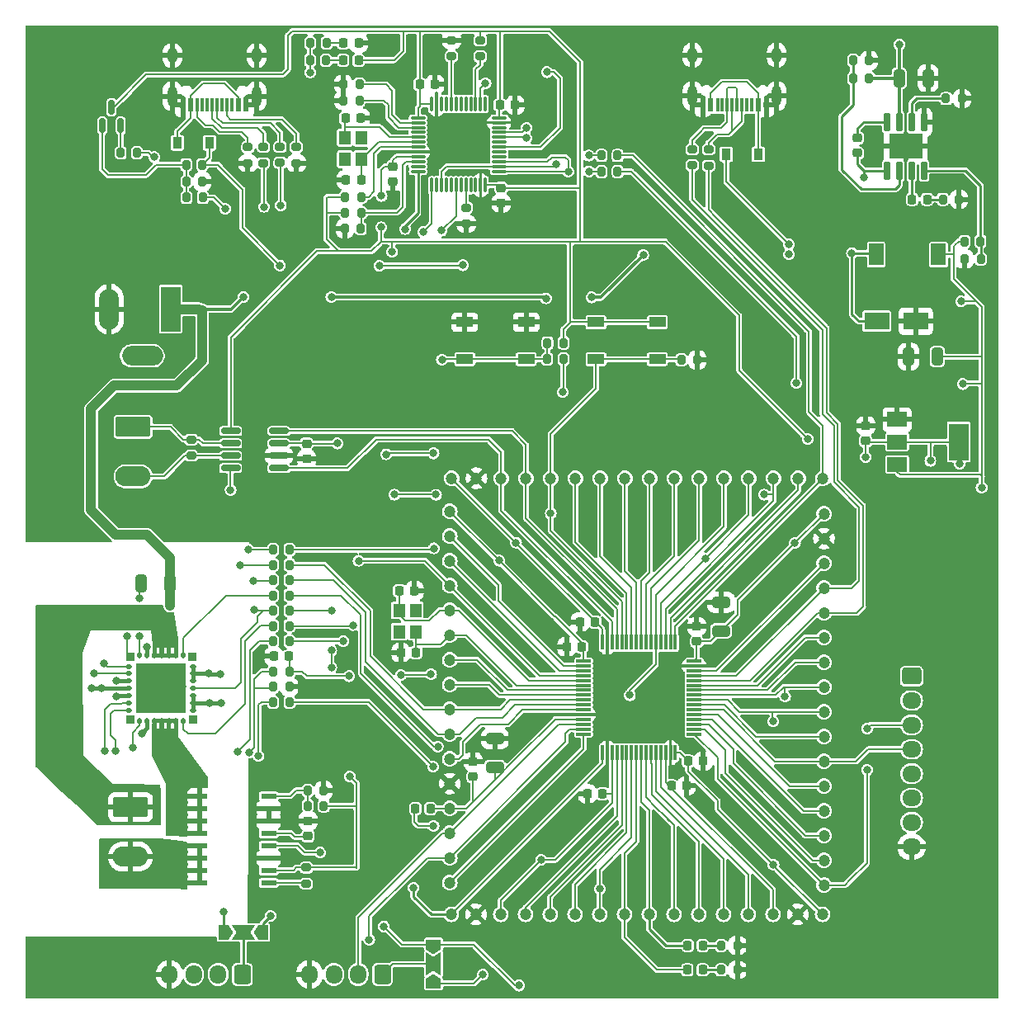
<source format=gtl>
G04 #@! TF.GenerationSoftware,KiCad,Pcbnew,(6.0.0)*
G04 #@! TF.CreationDate,2022-08-31T12:15:38-03:00*
G04 #@! TF.ProjectId,PCBMestrado_v1,5043424d-6573-4747-9261-646f5f76312e,rev?*
G04 #@! TF.SameCoordinates,Original*
G04 #@! TF.FileFunction,Copper,L1,Top*
G04 #@! TF.FilePolarity,Positive*
%FSLAX46Y46*%
G04 Gerber Fmt 4.6, Leading zero omitted, Abs format (unit mm)*
G04 Created by KiCad (PCBNEW (6.0.0)) date 2022-08-31 12:15:38*
%MOMM*%
%LPD*%
G01*
G04 APERTURE LIST*
G04 Aperture macros list*
%AMRoundRect*
0 Rectangle with rounded corners*
0 $1 Rounding radius*
0 $2 $3 $4 $5 $6 $7 $8 $9 X,Y pos of 4 corners*
0 Add a 4 corners polygon primitive as box body*
4,1,4,$2,$3,$4,$5,$6,$7,$8,$9,$2,$3,0*
0 Add four circle primitives for the rounded corners*
1,1,$1+$1,$2,$3*
1,1,$1+$1,$4,$5*
1,1,$1+$1,$6,$7*
1,1,$1+$1,$8,$9*
0 Add four rect primitives between the rounded corners*
20,1,$1+$1,$2,$3,$4,$5,0*
20,1,$1+$1,$4,$5,$6,$7,0*
20,1,$1+$1,$6,$7,$8,$9,0*
20,1,$1+$1,$8,$9,$2,$3,0*%
%AMFreePoly0*
4,1,6,1.000000,0.000000,0.500000,-0.750000,-0.500000,-0.750000,-0.500000,0.750000,0.500000,0.750000,1.000000,0.000000,1.000000,0.000000,$1*%
%AMFreePoly1*
4,1,7,0.700000,0.000000,1.200000,-0.750000,-1.200000,-0.750000,-0.700000,0.000000,-1.200000,0.750000,1.200000,0.750000,0.700000,0.000000,0.700000,0.000000,$1*%
G04 Aperture macros list end*
G04 #@! TA.AperFunction,SMDPad,CuDef*
%ADD10RoundRect,0.200000X-0.200000X-0.275000X0.200000X-0.275000X0.200000X0.275000X-0.200000X0.275000X0*%
G04 #@! TD*
G04 #@! TA.AperFunction,SMDPad,CuDef*
%ADD11R,1.700000X1.000000*%
G04 #@! TD*
G04 #@! TA.AperFunction,SMDPad,CuDef*
%ADD12RoundRect,0.225000X-0.225000X-0.250000X0.225000X-0.250000X0.225000X0.250000X-0.225000X0.250000X0*%
G04 #@! TD*
G04 #@! TA.AperFunction,ComponentPad*
%ADD13RoundRect,0.250000X-0.725000X0.600000X-0.725000X-0.600000X0.725000X-0.600000X0.725000X0.600000X0*%
G04 #@! TD*
G04 #@! TA.AperFunction,ComponentPad*
%ADD14O,1.950000X1.700000*%
G04 #@! TD*
G04 #@! TA.AperFunction,SMDPad,CuDef*
%ADD15RoundRect,0.200000X0.275000X-0.200000X0.275000X0.200000X-0.275000X0.200000X-0.275000X-0.200000X0*%
G04 #@! TD*
G04 #@! TA.AperFunction,SMDPad,CuDef*
%ADD16RoundRect,0.150000X0.150000X-0.587500X0.150000X0.587500X-0.150000X0.587500X-0.150000X-0.587500X0*%
G04 #@! TD*
G04 #@! TA.AperFunction,SMDPad,CuDef*
%ADD17RoundRect,0.225000X-0.225000X-0.225000X0.225000X-0.225000X0.225000X0.225000X-0.225000X0.225000X0*%
G04 #@! TD*
G04 #@! TA.AperFunction,SMDPad,CuDef*
%ADD18RoundRect,0.120000X-0.180000X-0.120000X0.180000X-0.120000X0.180000X0.120000X-0.180000X0.120000X0*%
G04 #@! TD*
G04 #@! TA.AperFunction,SMDPad,CuDef*
%ADD19RoundRect,0.120000X0.120000X-0.180000X0.120000X0.180000X-0.120000X0.180000X-0.120000X-0.180000X0*%
G04 #@! TD*
G04 #@! TA.AperFunction,SMDPad,CuDef*
%ADD20RoundRect,0.225000X0.225000X-0.225000X0.225000X0.225000X-0.225000X0.225000X-0.225000X-0.225000X0*%
G04 #@! TD*
G04 #@! TA.AperFunction,SMDPad,CuDef*
%ADD21RoundRect,0.120000X0.180000X0.120000X-0.180000X0.120000X-0.180000X-0.120000X0.180000X-0.120000X0*%
G04 #@! TD*
G04 #@! TA.AperFunction,SMDPad,CuDef*
%ADD22RoundRect,0.225000X0.225000X0.225000X-0.225000X0.225000X-0.225000X-0.225000X0.225000X-0.225000X0*%
G04 #@! TD*
G04 #@! TA.AperFunction,SMDPad,CuDef*
%ADD23RoundRect,0.120000X-0.120000X0.180000X-0.120000X-0.180000X0.120000X-0.180000X0.120000X0.180000X0*%
G04 #@! TD*
G04 #@! TA.AperFunction,ComponentPad*
%ADD24C,0.500000*%
G04 #@! TD*
G04 #@! TA.AperFunction,SMDPad,CuDef*
%ADD25R,5.200000X5.200000*%
G04 #@! TD*
G04 #@! TA.AperFunction,SMDPad,CuDef*
%ADD26R,0.600000X1.450000*%
G04 #@! TD*
G04 #@! TA.AperFunction,SMDPad,CuDef*
%ADD27R,0.300000X1.450000*%
G04 #@! TD*
G04 #@! TA.AperFunction,ComponentPad*
%ADD28O,1.000000X1.600000*%
G04 #@! TD*
G04 #@! TA.AperFunction,ComponentPad*
%ADD29O,1.000000X2.100000*%
G04 #@! TD*
G04 #@! TA.AperFunction,SMDPad,CuDef*
%ADD30RoundRect,0.225000X0.250000X-0.225000X0.250000X0.225000X-0.250000X0.225000X-0.250000X-0.225000X0*%
G04 #@! TD*
G04 #@! TA.AperFunction,SMDPad,CuDef*
%ADD31R,1.500000X0.600000*%
G04 #@! TD*
G04 #@! TA.AperFunction,SMDPad,CuDef*
%ADD32RoundRect,0.225000X0.225000X0.250000X-0.225000X0.250000X-0.225000X-0.250000X0.225000X-0.250000X0*%
G04 #@! TD*
G04 #@! TA.AperFunction,SMDPad,CuDef*
%ADD33RoundRect,0.200000X0.200000X0.275000X-0.200000X0.275000X-0.200000X-0.275000X0.200000X-0.275000X0*%
G04 #@! TD*
G04 #@! TA.AperFunction,SMDPad,CuDef*
%ADD34RoundRect,0.200000X-0.275000X0.200000X-0.275000X-0.200000X0.275000X-0.200000X0.275000X0.200000X0*%
G04 #@! TD*
G04 #@! TA.AperFunction,ComponentPad*
%ADD35C,1.200000*%
G04 #@! TD*
G04 #@! TA.AperFunction,SMDPad,CuDef*
%ADD36RoundRect,0.075000X-0.700000X-0.075000X0.700000X-0.075000X0.700000X0.075000X-0.700000X0.075000X0*%
G04 #@! TD*
G04 #@! TA.AperFunction,SMDPad,CuDef*
%ADD37RoundRect,0.075000X-0.075000X-0.700000X0.075000X-0.700000X0.075000X0.700000X-0.075000X0.700000X0*%
G04 #@! TD*
G04 #@! TA.AperFunction,SMDPad,CuDef*
%ADD38R,1.500000X2.200000*%
G04 #@! TD*
G04 #@! TA.AperFunction,SMDPad,CuDef*
%ADD39RoundRect,0.225000X-0.250000X0.225000X-0.250000X-0.225000X0.250000X-0.225000X0.250000X0.225000X0*%
G04 #@! TD*
G04 #@! TA.AperFunction,SMDPad,CuDef*
%ADD40FreePoly0,90.000000*%
G04 #@! TD*
G04 #@! TA.AperFunction,SMDPad,CuDef*
%ADD41FreePoly1,90.000000*%
G04 #@! TD*
G04 #@! TA.AperFunction,SMDPad,CuDef*
%ADD42FreePoly0,270.000000*%
G04 #@! TD*
G04 #@! TA.AperFunction,SMDPad,CuDef*
%ADD43FreePoly0,0.000000*%
G04 #@! TD*
G04 #@! TA.AperFunction,SMDPad,CuDef*
%ADD44FreePoly1,0.000000*%
G04 #@! TD*
G04 #@! TA.AperFunction,SMDPad,CuDef*
%ADD45FreePoly0,180.000000*%
G04 #@! TD*
G04 #@! TA.AperFunction,SMDPad,CuDef*
%ADD46RoundRect,0.218750X0.218750X0.256250X-0.218750X0.256250X-0.218750X-0.256250X0.218750X-0.256250X0*%
G04 #@! TD*
G04 #@! TA.AperFunction,ComponentPad*
%ADD47RoundRect,0.250000X0.600000X0.725000X-0.600000X0.725000X-0.600000X-0.725000X0.600000X-0.725000X0*%
G04 #@! TD*
G04 #@! TA.AperFunction,ComponentPad*
%ADD48O,1.700000X1.950000*%
G04 #@! TD*
G04 #@! TA.AperFunction,SMDPad,CuDef*
%ADD49RoundRect,0.150000X0.825000X0.150000X-0.825000X0.150000X-0.825000X-0.150000X0.825000X-0.150000X0*%
G04 #@! TD*
G04 #@! TA.AperFunction,SMDPad,CuDef*
%ADD50RoundRect,0.218750X-0.218750X-0.256250X0.218750X-0.256250X0.218750X0.256250X-0.218750X0.256250X0*%
G04 #@! TD*
G04 #@! TA.AperFunction,SMDPad,CuDef*
%ADD51RoundRect,0.250000X0.650000X-0.325000X0.650000X0.325000X-0.650000X0.325000X-0.650000X-0.325000X0*%
G04 #@! TD*
G04 #@! TA.AperFunction,SMDPad,CuDef*
%ADD52R,0.900000X1.200000*%
G04 #@! TD*
G04 #@! TA.AperFunction,SMDPad,CuDef*
%ADD53RoundRect,0.250000X-0.325000X-0.650000X0.325000X-0.650000X0.325000X0.650000X-0.325000X0.650000X0*%
G04 #@! TD*
G04 #@! TA.AperFunction,ComponentPad*
%ADD54RoundRect,0.249999X-1.550001X0.790001X-1.550001X-0.790001X1.550001X-0.790001X1.550001X0.790001X0*%
G04 #@! TD*
G04 #@! TA.AperFunction,ComponentPad*
%ADD55O,3.600000X2.080000*%
G04 #@! TD*
G04 #@! TA.AperFunction,SMDPad,CuDef*
%ADD56R,1.200000X1.400000*%
G04 #@! TD*
G04 #@! TA.AperFunction,SMDPad,CuDef*
%ADD57RoundRect,0.250000X0.325000X0.650000X-0.325000X0.650000X-0.325000X-0.650000X0.325000X-0.650000X0*%
G04 #@! TD*
G04 #@! TA.AperFunction,SMDPad,CuDef*
%ADD58R,2.000000X1.500000*%
G04 #@! TD*
G04 #@! TA.AperFunction,SMDPad,CuDef*
%ADD59R,2.000000X3.800000*%
G04 #@! TD*
G04 #@! TA.AperFunction,SMDPad,CuDef*
%ADD60R,2.500000X1.800000*%
G04 #@! TD*
G04 #@! TA.AperFunction,ComponentPad*
%ADD61R,2.000000X4.600000*%
G04 #@! TD*
G04 #@! TA.AperFunction,ComponentPad*
%ADD62O,2.000000X4.200000*%
G04 #@! TD*
G04 #@! TA.AperFunction,ComponentPad*
%ADD63O,4.200000X2.000000*%
G04 #@! TD*
G04 #@! TA.AperFunction,SMDPad,CuDef*
%ADD64RoundRect,0.075000X-0.662500X-0.075000X0.662500X-0.075000X0.662500X0.075000X-0.662500X0.075000X0*%
G04 #@! TD*
G04 #@! TA.AperFunction,SMDPad,CuDef*
%ADD65RoundRect,0.075000X-0.075000X-0.662500X0.075000X-0.662500X0.075000X0.662500X-0.075000X0.662500X0*%
G04 #@! TD*
G04 #@! TA.AperFunction,SMDPad,CuDef*
%ADD66RoundRect,0.150000X0.150000X-0.820000X0.150000X0.820000X-0.150000X0.820000X-0.150000X-0.820000X0*%
G04 #@! TD*
G04 #@! TA.AperFunction,SMDPad,CuDef*
%ADD67R,3.510000X2.620000*%
G04 #@! TD*
G04 #@! TA.AperFunction,ViaPad*
%ADD68C,0.800000*%
G04 #@! TD*
G04 #@! TA.AperFunction,ViaPad*
%ADD69C,3.500000*%
G04 #@! TD*
G04 #@! TA.AperFunction,Conductor*
%ADD70C,0.200000*%
G04 #@! TD*
G04 #@! TA.AperFunction,Conductor*
%ADD71C,0.400000*%
G04 #@! TD*
G04 #@! TA.AperFunction,Conductor*
%ADD72C,0.250000*%
G04 #@! TD*
G04 #@! TA.AperFunction,Conductor*
%ADD73C,1.000000*%
G04 #@! TD*
G04 #@! TA.AperFunction,Conductor*
%ADD74C,0.300000*%
G04 #@! TD*
G04 APERTURE END LIST*
D10*
X124625600Y-104932480D03*
X126275600Y-104932480D03*
D11*
X164033600Y-81589800D03*
X157733600Y-81589800D03*
X164033600Y-85389800D03*
X157733600Y-85389800D03*
D12*
X132038500Y-60651200D03*
X133588500Y-60651200D03*
D13*
X190119000Y-117914400D03*
D14*
X190119000Y-120414400D03*
X190119000Y-122914400D03*
X190119000Y-125414400D03*
X190119000Y-127914400D03*
X190119000Y-130414400D03*
X190119000Y-132914400D03*
X190119000Y-135414400D03*
D15*
X169291000Y-65518800D03*
X169291000Y-63868800D03*
D16*
X107076200Y-61414900D03*
X108976200Y-61414900D03*
X108026200Y-59539900D03*
D17*
X109956600Y-115948200D03*
D18*
X109806600Y-116905700D03*
X109806600Y-117653200D03*
X109806600Y-118400700D03*
X109806600Y-119148200D03*
X109806600Y-119895700D03*
X109806600Y-120643200D03*
X109806600Y-121390700D03*
D17*
X109956600Y-122348200D03*
D19*
X110914900Y-122504200D03*
X111662400Y-122504200D03*
X112409900Y-122504200D03*
X113157400Y-122504200D03*
X113904900Y-122504200D03*
X114652400Y-122504200D03*
X115399900Y-122504200D03*
D20*
X116357400Y-122351800D03*
D21*
X116431200Y-121390700D03*
X116431200Y-120643200D03*
X116431200Y-119895700D03*
X116431200Y-119148200D03*
X116431200Y-118400700D03*
X116431200Y-117653200D03*
X116431200Y-116905700D03*
D22*
X116281200Y-115951000D03*
D23*
X115399900Y-115798600D03*
X114652400Y-115798600D03*
X113904900Y-115798600D03*
X113157400Y-115798600D03*
X112409900Y-115798600D03*
X111662400Y-115798600D03*
X110914900Y-115798600D03*
D24*
X111831600Y-118948200D03*
X114431600Y-120248200D03*
X115468400Y-118948200D03*
X115387600Y-117809800D03*
X110896400Y-120269000D03*
X110896400Y-116865400D03*
X113080800Y-121356600D03*
X110896400Y-118948200D03*
X114380800Y-121356600D03*
X113131600Y-118948200D03*
X115366800Y-116865400D03*
X111831600Y-120248200D03*
X114401600Y-117830600D03*
X114431600Y-118948200D03*
D25*
X113131600Y-119151400D03*
D24*
X111780800Y-121356600D03*
X111801600Y-117830600D03*
X111780800Y-116886200D03*
X110896400Y-121335800D03*
X113131600Y-120248200D03*
X115366800Y-121335800D03*
X113080800Y-116886200D03*
X110917200Y-117809800D03*
X113101600Y-117830600D03*
X115417600Y-120269000D03*
X114380800Y-116886200D03*
D26*
X175208000Y-59288800D03*
X174408000Y-59288800D03*
D27*
X173208000Y-59288800D03*
X172208000Y-59288800D03*
X171708000Y-59288800D03*
X170708000Y-59288800D03*
D26*
X169508000Y-59288800D03*
X168708000Y-59288800D03*
X168708000Y-59288800D03*
X169508000Y-59288800D03*
D27*
X170208000Y-59288800D03*
X171208000Y-59288800D03*
X172708000Y-59288800D03*
X173708000Y-59288800D03*
D26*
X174408000Y-59288800D03*
X175208000Y-59288800D03*
D28*
X167638000Y-54193800D03*
D29*
X167638000Y-58373800D03*
D28*
X176278000Y-54193800D03*
D29*
X176278000Y-58373800D03*
D10*
X195567800Y-75107800D03*
X197217800Y-75107800D03*
D30*
X168075800Y-114354800D03*
X168075800Y-112804800D03*
D31*
X117049200Y-130225800D03*
X117049200Y-131495800D03*
X117049200Y-132765800D03*
X117049200Y-134035800D03*
X117049200Y-135305800D03*
X117049200Y-136575800D03*
X117049200Y-137845800D03*
X117049200Y-139115800D03*
X124149200Y-139115800D03*
X124149200Y-137845800D03*
X124149200Y-136575800D03*
X124149200Y-135305800D03*
X124149200Y-134035800D03*
X124149200Y-132765800D03*
X124149200Y-131495800D03*
X124149200Y-130225800D03*
D15*
X125323600Y-65239400D03*
X125323600Y-63589400D03*
D32*
X158411400Y-129986400D03*
X156861400Y-129986400D03*
D33*
X133641600Y-68757800D03*
X131991600Y-68757800D03*
D10*
X131991600Y-70358000D03*
X133641600Y-70358000D03*
D15*
X127000000Y-65264800D03*
X127000000Y-63614800D03*
D34*
X116205000Y-93637600D03*
X116205000Y-95287600D03*
D35*
X142732200Y-101000800D03*
D36*
X156457200Y-116355800D03*
D35*
X142732200Y-103540800D03*
D36*
X156457200Y-116855800D03*
X156457200Y-117355800D03*
D35*
X142732200Y-106080800D03*
D36*
X156457200Y-117855800D03*
D35*
X142732200Y-108620800D03*
D36*
X156457200Y-118355800D03*
D35*
X142732200Y-111160800D03*
D36*
X156457200Y-118855800D03*
D35*
X142732200Y-113700800D03*
D36*
X156457200Y-119355800D03*
D35*
X142732200Y-116240800D03*
X142732200Y-118780800D03*
D36*
X156457200Y-119855800D03*
D35*
X142732200Y-121320800D03*
D36*
X156457200Y-120355800D03*
D35*
X142732200Y-123860800D03*
D36*
X156457200Y-120855800D03*
D35*
X142732200Y-126400800D03*
D36*
X156457200Y-121355800D03*
D35*
X142732200Y-128940800D03*
D36*
X156457200Y-121855800D03*
D35*
X142732200Y-131480800D03*
D36*
X156457200Y-122355800D03*
X156457200Y-122855800D03*
D35*
X142732200Y-134020800D03*
X142732200Y-136560800D03*
D36*
X156457200Y-123355800D03*
X156457200Y-123855800D03*
D35*
X142732200Y-139100800D03*
X142887200Y-142355800D03*
D37*
X158382200Y-125780800D03*
X158882200Y-125780800D03*
D35*
X145427200Y-142355800D03*
D37*
X159382200Y-125780800D03*
D35*
X147967200Y-142355800D03*
X150507200Y-142355800D03*
D37*
X159882200Y-125780800D03*
X160382200Y-125780800D03*
D35*
X153047200Y-142355800D03*
D37*
X160882200Y-125780800D03*
D35*
X155587200Y-142355800D03*
D37*
X161382200Y-125780800D03*
D35*
X158127200Y-142355800D03*
X160667200Y-142355800D03*
D37*
X161882200Y-125780800D03*
X162382200Y-125780800D03*
D35*
X163207200Y-142355800D03*
X165747200Y-142355800D03*
D37*
X162882200Y-125780800D03*
X163382200Y-125780800D03*
D35*
X168287200Y-142355800D03*
D37*
X163882200Y-125780800D03*
D35*
X170827200Y-142355800D03*
X173367200Y-142355800D03*
D37*
X164382200Y-125780800D03*
D35*
X175907200Y-142355800D03*
D37*
X164882200Y-125780800D03*
D35*
X178447200Y-142355800D03*
D37*
X165382200Y-125780800D03*
D35*
X180987200Y-142355800D03*
D37*
X165882200Y-125780800D03*
D35*
X181132200Y-139350800D03*
D36*
X167807200Y-123855800D03*
D35*
X181132200Y-136810800D03*
D36*
X167807200Y-123355800D03*
D35*
X181132200Y-134270800D03*
D36*
X167807200Y-122855800D03*
D35*
X181132200Y-131730800D03*
D36*
X167807200Y-122355800D03*
X167807200Y-121855800D03*
D35*
X181132200Y-129190800D03*
D36*
X167807200Y-121355800D03*
D35*
X181132200Y-126650800D03*
D36*
X167807200Y-120855800D03*
D35*
X181132200Y-124110800D03*
D36*
X167807200Y-120355800D03*
D35*
X181132200Y-121570800D03*
X181132200Y-119030800D03*
D36*
X167807200Y-119855800D03*
X167807200Y-119355800D03*
D35*
X181132200Y-116490800D03*
D36*
X167807200Y-118855800D03*
D35*
X181132200Y-113950800D03*
D36*
X167807200Y-118355800D03*
D35*
X181132200Y-111410800D03*
X181132200Y-108870800D03*
D36*
X167807200Y-117855800D03*
X167807200Y-117355800D03*
D35*
X181132200Y-106330800D03*
X181132200Y-103790800D03*
D36*
X167807200Y-116855800D03*
X167807200Y-116355800D03*
D35*
X181132200Y-101250800D03*
D37*
X165882200Y-114430800D03*
D35*
X181037200Y-97605800D03*
X178497200Y-97605800D03*
D37*
X165382200Y-114430800D03*
X164882200Y-114430800D03*
D35*
X175957200Y-97605800D03*
D37*
X164382200Y-114430800D03*
D35*
X173417200Y-97605800D03*
X170877200Y-97605800D03*
D37*
X163882200Y-114430800D03*
D35*
X168337200Y-97605800D03*
D37*
X163382200Y-114430800D03*
X162882200Y-114430800D03*
D35*
X165797200Y-97605800D03*
D37*
X162382200Y-114430800D03*
D35*
X163257200Y-97605800D03*
D37*
X161882200Y-114430800D03*
D35*
X160717200Y-97605800D03*
D37*
X161382200Y-114430800D03*
D35*
X158177200Y-97605800D03*
D37*
X160882200Y-114430800D03*
D35*
X155637200Y-97605800D03*
D37*
X160382200Y-114430800D03*
D35*
X153097200Y-97605800D03*
D37*
X159882200Y-114430800D03*
D35*
X150557200Y-97605800D03*
D37*
X159382200Y-114430800D03*
D35*
X148017200Y-97605800D03*
X145477200Y-97605800D03*
D37*
X158882200Y-114430800D03*
D35*
X142937200Y-97605800D03*
D37*
X158382200Y-114430800D03*
D33*
X129806200Y-131216400D03*
X128156200Y-131216400D03*
D38*
X186487200Y-74650600D03*
X192887200Y-74650600D03*
D39*
X136906000Y-65620600D03*
X136906000Y-67170600D03*
D10*
X158306000Y-64490600D03*
X159956000Y-64490600D03*
D32*
X156277800Y-114898800D03*
X154727800Y-114898800D03*
D11*
X150571600Y-85389800D03*
X144271600Y-85389800D03*
X150571600Y-81589800D03*
X144271600Y-81589800D03*
D34*
X142928900Y-52646000D03*
X142928900Y-54296000D03*
D10*
X124625600Y-120578880D03*
X126275600Y-120578880D03*
X124625600Y-109626400D03*
X126275600Y-109626400D03*
X131813800Y-57175400D03*
X133463800Y-57175400D03*
D33*
X185762400Y-54737000D03*
X184112400Y-54737000D03*
D40*
X141071600Y-149447000D03*
D41*
X141071600Y-147447000D03*
D42*
X141071600Y-145447000D03*
D43*
X119558200Y-144221200D03*
D44*
X121558200Y-144221200D03*
D45*
X123558200Y-144221200D03*
D10*
X124625600Y-119014240D03*
X126275600Y-119014240D03*
D46*
X168681500Y-148056600D03*
X167106500Y-148056600D03*
D47*
X135839200Y-148513800D03*
D48*
X133339200Y-148513800D03*
X130839200Y-148513800D03*
X128339200Y-148513800D03*
D46*
X133375500Y-52959000D03*
X131800500Y-52959000D03*
D12*
X167199200Y-126633600D03*
X168749200Y-126633600D03*
D33*
X172236400Y-148056600D03*
X170586400Y-148056600D03*
D49*
X125207800Y-96570800D03*
X125207800Y-95300800D03*
X125207800Y-94030800D03*
X125207800Y-92760800D03*
X120257800Y-92760800D03*
X120257800Y-94030800D03*
X120257800Y-95300800D03*
X120257800Y-96570800D03*
D50*
X139191900Y-131495800D03*
X140766900Y-131495800D03*
D33*
X154393400Y-85369400D03*
X152743400Y-85369400D03*
X195300600Y-58648600D03*
X193650600Y-58648600D03*
D32*
X133639300Y-66975800D03*
X132089300Y-66975800D03*
D10*
X158306000Y-66141600D03*
X159956000Y-66141600D03*
D34*
X128016000Y-137554200D03*
X128016000Y-139204200D03*
D39*
X128041400Y-94056200D03*
X128041400Y-95606200D03*
D30*
X185420000Y-93764400D03*
X185420000Y-92214400D03*
D33*
X194982600Y-68986400D03*
X193332600Y-68986400D03*
D12*
X147891200Y-59309000D03*
X149441200Y-59309000D03*
X139661600Y-57175400D03*
X141211600Y-57175400D03*
D33*
X172236400Y-145546600D03*
X170586400Y-145546600D03*
D10*
X115684800Y-65430400D03*
X117334800Y-65430400D03*
D51*
X170565000Y-113275000D03*
X170565000Y-110325000D03*
D10*
X124625600Y-112755680D03*
X126275600Y-112755680D03*
X131813800Y-58826400D03*
X133463800Y-58826400D03*
D52*
X118083600Y-63195200D03*
X114783600Y-63195200D03*
D51*
X147370800Y-127281200D03*
X147370800Y-124331200D03*
D53*
X188847200Y-56565800D03*
X191797200Y-56565800D03*
D10*
X124625600Y-108061760D03*
X126275600Y-108061760D03*
X166484800Y-85471000D03*
X168134800Y-85471000D03*
D30*
X145135600Y-128232200D03*
X145135600Y-126682200D03*
D10*
X128435600Y-52933600D03*
X130085600Y-52933600D03*
D50*
X131800500Y-54711600D03*
X133375500Y-54711600D03*
D32*
X139261600Y-115492800D03*
X137711600Y-115492800D03*
D33*
X117360200Y-67157600D03*
X115710200Y-67157600D03*
D10*
X124625600Y-106497120D03*
X126275600Y-106497120D03*
D15*
X123621800Y-65264800D03*
X123621800Y-63614800D03*
X167614600Y-65493400D03*
X167614600Y-63843400D03*
D10*
X124625600Y-117449600D03*
X126275600Y-117449600D03*
D33*
X133616200Y-72009000D03*
X131966200Y-72009000D03*
D15*
X122021600Y-65277000D03*
X122021600Y-63627000D03*
D12*
X137559200Y-109142800D03*
X139109200Y-109142800D03*
D34*
X145875300Y-52671400D03*
X145875300Y-54321400D03*
D54*
X110236000Y-92329000D03*
D55*
X110236000Y-97409000D03*
D33*
X110629200Y-64211200D03*
X108979200Y-64211200D03*
D56*
X133663500Y-64875400D03*
X131963500Y-62675400D03*
X133663500Y-62675400D03*
X131963500Y-64875400D03*
D10*
X152756600Y-83718400D03*
X154406600Y-83718400D03*
D12*
X190169800Y-68986400D03*
X191719800Y-68986400D03*
D57*
X192762400Y-85115400D03*
X189812400Y-85115400D03*
D56*
X137546800Y-111149400D03*
X139246800Y-113349400D03*
X137546800Y-113349400D03*
X139246800Y-111149400D03*
D58*
X188645400Y-91578400D03*
D59*
X194945400Y-93878400D03*
D58*
X188645400Y-93878400D03*
X188645400Y-96178400D03*
D10*
X124625600Y-114320320D03*
X126275600Y-114320320D03*
D12*
X165472000Y-129173600D03*
X167022000Y-129173600D03*
D39*
X148005800Y-67830400D03*
X148005800Y-69380400D03*
D33*
X185762400Y-56565800D03*
X184112400Y-56565800D03*
D32*
X157649400Y-112358800D03*
X156099400Y-112358800D03*
D26*
X121842600Y-59314200D03*
X121042600Y-59314200D03*
D27*
X119842600Y-59314200D03*
X118842600Y-59314200D03*
X118342600Y-59314200D03*
X117342600Y-59314200D03*
D26*
X116142600Y-59314200D03*
X115342600Y-59314200D03*
X115342600Y-59314200D03*
X116142600Y-59314200D03*
D27*
X116842600Y-59314200D03*
X117842600Y-59314200D03*
X119342600Y-59314200D03*
X120342600Y-59314200D03*
D26*
X121042600Y-59314200D03*
X121842600Y-59314200D03*
D29*
X114272600Y-58399200D03*
D28*
X122912600Y-54219200D03*
D29*
X122912600Y-58399200D03*
D28*
X114272600Y-54219200D03*
D46*
X168706900Y-145546600D03*
X167131900Y-145546600D03*
D30*
X128193800Y-134302800D03*
X128193800Y-132752800D03*
D32*
X126225600Y-115884960D03*
X124675600Y-115884960D03*
D60*
X186544200Y-81483200D03*
X190544200Y-81483200D03*
D10*
X128384800Y-54711600D03*
X130034800Y-54711600D03*
D52*
X171095400Y-64363600D03*
X174395400Y-64363600D03*
D61*
X114096800Y-80249000D03*
D62*
X107796800Y-80249000D03*
D63*
X111196800Y-85049000D03*
D54*
X109974900Y-131343400D03*
D55*
X109974900Y-136423400D03*
D39*
X184581800Y-62674200D03*
X184581800Y-64224200D03*
D47*
X121462800Y-148513800D03*
D48*
X118962800Y-148513800D03*
X116462800Y-148513800D03*
X113962800Y-148513800D03*
D33*
X126275600Y-111191040D03*
X124625600Y-111191040D03*
D57*
X114047800Y-108407200D03*
X111097800Y-108407200D03*
D10*
X128156200Y-129641600D03*
X129806200Y-129641600D03*
D15*
X144424400Y-71487800D03*
X144424400Y-69837800D03*
D33*
X117385600Y-68808600D03*
X115735600Y-68808600D03*
D64*
X139474500Y-60623000D03*
X139474500Y-61123000D03*
X139474500Y-61623000D03*
X139474500Y-62123000D03*
X139474500Y-62623000D03*
X139474500Y-63123000D03*
X139474500Y-63623000D03*
X139474500Y-64123000D03*
X139474500Y-64623000D03*
X139474500Y-65123000D03*
X139474500Y-65623000D03*
X139474500Y-66123000D03*
D65*
X140887000Y-67535500D03*
X141387000Y-67535500D03*
X141887000Y-67535500D03*
X142387000Y-67535500D03*
X142887000Y-67535500D03*
X143387000Y-67535500D03*
X143887000Y-67535500D03*
X144387000Y-67535500D03*
X144887000Y-67535500D03*
X145387000Y-67535500D03*
X145887000Y-67535500D03*
X146387000Y-67535500D03*
D64*
X147799500Y-66123000D03*
X147799500Y-65623000D03*
X147799500Y-65123000D03*
X147799500Y-64623000D03*
X147799500Y-64123000D03*
X147799500Y-63623000D03*
X147799500Y-63123000D03*
X147799500Y-62623000D03*
X147799500Y-62123000D03*
X147799500Y-61623000D03*
X147799500Y-61123000D03*
X147799500Y-60623000D03*
D65*
X146387000Y-59210500D03*
X145887000Y-59210500D03*
X145387000Y-59210500D03*
X144887000Y-59210500D03*
X144387000Y-59210500D03*
X143887000Y-59210500D03*
X143387000Y-59210500D03*
X142887000Y-59210500D03*
X142387000Y-59210500D03*
X141887000Y-59210500D03*
X141387000Y-59210500D03*
X140887000Y-59210500D03*
D33*
X197192400Y-73304400D03*
X195542400Y-73304400D03*
D66*
X187604400Y-66030800D03*
X188874400Y-66030800D03*
X190144400Y-66030800D03*
X191414400Y-66030800D03*
X191414400Y-61070800D03*
X190144400Y-61070800D03*
X188874400Y-61070800D03*
X187604400Y-61070800D03*
D67*
X189509400Y-63550800D03*
D68*
X160223200Y-60833000D03*
X127986313Y-82735948D03*
X161213800Y-60858400D03*
X135788400Y-114655600D03*
X192532000Y-53187600D03*
X175666400Y-84150200D03*
X101094039Y-63725398D03*
X125450600Y-128041400D03*
X179349400Y-53771800D03*
X158754000Y-116803800D03*
X175818800Y-66979800D03*
X190703200Y-111150400D03*
X160096200Y-71145400D03*
X194056000Y-131572000D03*
X131368800Y-123164600D03*
X157200600Y-146812000D03*
X177520600Y-63398400D03*
X126238000Y-143103600D03*
X137718800Y-85064600D03*
X136728200Y-53695600D03*
X193040000Y-122351800D03*
X132359400Y-123190000D03*
X136855200Y-69519800D03*
X102285800Y-71374000D03*
X149631400Y-53619400D03*
X143179800Y-64719200D03*
X135001000Y-109626400D03*
X193700400Y-88341200D03*
X193065400Y-131546600D03*
X162306000Y-89154000D03*
X143103600Y-61722000D03*
X115584578Y-101265665D03*
X127787400Y-58775600D03*
X125755400Y-125196600D03*
X194487800Y-81864200D03*
X174828200Y-66954400D03*
X136753600Y-52705000D03*
X163757800Y-122468000D03*
X126441200Y-128066800D03*
X102084639Y-63750798D03*
X190042800Y-101676200D03*
X159744600Y-116829200D03*
X164642800Y-116281200D03*
X184404000Y-87655400D03*
X127228600Y-143129000D03*
X196494400Y-144322800D03*
X117983000Y-117652800D03*
X194030600Y-122377200D03*
X159058800Y-122239400D03*
X118084600Y-120650000D03*
X135305800Y-59715400D03*
X151536400Y-59867800D03*
X156210000Y-146786600D03*
X158775400Y-92735400D03*
X159766000Y-92760800D03*
X118491000Y-75311000D03*
D69*
X196265800Y-54406800D03*
D68*
X180060600Y-71983600D03*
X192709800Y-88315800D03*
X175945800Y-146151600D03*
X135864600Y-133781800D03*
X107035600Y-119176800D03*
X126746000Y-125222000D03*
X119202200Y-117678200D03*
X136347200Y-128092200D03*
X186613800Y-140182600D03*
D69*
X102666800Y-147421600D03*
D68*
X119278400Y-120675400D03*
X173837600Y-94742000D03*
X160049400Y-122264800D03*
X159105600Y-71120000D03*
X164490400Y-119608600D03*
X165785800Y-78562200D03*
X135763000Y-115646200D03*
X141579600Y-53644800D03*
X170205400Y-89865200D03*
X191541400Y-53162200D03*
X195478400Y-81889600D03*
X126995713Y-82710548D03*
X176936400Y-146177000D03*
X108280200Y-53644800D03*
D69*
X103073200Y-54864000D03*
D68*
X140589000Y-53619400D03*
X116575178Y-101291065D03*
X161239200Y-54838600D03*
X130733800Y-119303800D03*
X165633400Y-116306600D03*
X119481600Y-75336400D03*
X189712600Y-111125000D03*
X181051200Y-72009000D03*
X144170400Y-64744600D03*
X123240800Y-115570000D03*
X171196000Y-89890600D03*
X135280400Y-60706000D03*
X144500600Y-147320000D03*
X103276400Y-71399400D03*
X164795200Y-78536800D03*
X191033400Y-101701600D03*
X123215400Y-116560600D03*
X133096000Y-99695000D03*
X176530000Y-63373000D03*
X185394600Y-87680800D03*
X127000000Y-88290400D03*
X136855200Y-133807200D03*
X135991600Y-109651800D03*
X127990600Y-88315800D03*
X136880600Y-68529200D03*
X160248600Y-54813200D03*
X161315400Y-89128600D03*
X132105400Y-99669600D03*
X131724400Y-119329200D03*
X164748400Y-122493400D03*
D69*
X195630800Y-147828000D03*
D68*
X195503800Y-144297400D03*
X136728200Y-85039200D03*
X151561800Y-58877200D03*
X126796800Y-58750200D03*
X196621400Y-63398400D03*
X165481000Y-119634000D03*
X143510000Y-147294600D03*
X135356600Y-128066800D03*
X195630800Y-63373000D03*
X174675800Y-84124800D03*
X105994200Y-119151400D03*
X109270800Y-53670200D03*
X185623200Y-140157200D03*
X150622000Y-53644800D03*
X172847000Y-94716600D03*
X180340000Y-53797200D03*
X144094200Y-61747400D03*
X132473700Y-128181100D03*
X146126200Y-148539200D03*
X135712200Y-71856600D03*
X135737600Y-68630800D03*
X192049400Y-95808800D03*
X179451000Y-93573600D03*
X130581400Y-115290600D03*
X175949800Y-137276200D03*
X119557800Y-142113000D03*
X152099200Y-136768200D03*
X130581400Y-111226600D03*
X149535300Y-104203900D03*
X195046600Y-96088200D03*
X147786100Y-106054700D03*
X136829800Y-74371200D03*
X141071600Y-133273800D03*
X178155900Y-104227100D03*
X130581400Y-117006100D03*
X185420000Y-95427800D03*
X131191000Y-94030800D03*
X197307200Y-98577400D03*
X125298200Y-75768200D03*
X135966200Y-143586200D03*
X144094200Y-75742800D03*
X149834600Y-149656800D03*
X195376800Y-87934800D03*
X195199000Y-79451200D03*
X135509000Y-75793600D03*
X177546000Y-74625200D03*
X177520600Y-73609200D03*
X124333000Y-142494000D03*
X162585400Y-74701400D03*
X130581400Y-78994000D03*
X188874400Y-53111400D03*
X114071400Y-110693200D03*
X152603200Y-79146400D03*
X121564400Y-78994000D03*
X157276800Y-79044800D03*
X111137022Y-123760822D03*
X108508800Y-119964200D03*
X111658400Y-114909600D03*
X108534200Y-118414800D03*
X185242200Y-66751200D03*
X183997600Y-74498200D03*
X153097200Y-101207600D03*
X120243600Y-98806000D03*
X133375400Y-106070400D03*
X185547000Y-127533400D03*
X185547000Y-123291600D03*
X153619200Y-65405000D03*
X156997400Y-64490600D03*
X157022800Y-66116200D03*
X154889200Y-66116200D03*
X141884400Y-72186800D03*
X141935200Y-85445600D03*
X158127200Y-139738600D03*
X132410200Y-117906800D03*
X175920400Y-122555000D03*
X141503400Y-125145800D03*
X141071600Y-95046800D03*
X136194800Y-95148400D03*
X131800600Y-114300000D03*
X161213800Y-119862600D03*
X141020800Y-127203200D03*
X137033000Y-99288600D03*
X132842000Y-112674400D03*
X141325600Y-99288600D03*
X175006000Y-99288600D03*
X168970100Y-105825700D03*
X141097000Y-104800400D03*
X110921800Y-109905800D03*
X110921800Y-113810100D03*
X154305000Y-88773000D03*
X128422400Y-55956200D03*
X152704800Y-55930800D03*
X125399800Y-69596000D03*
X112395000Y-64643000D03*
X150622000Y-61645800D03*
X146405600Y-57073800D03*
X119684800Y-69951600D03*
X123672600Y-69748400D03*
X150596600Y-62712600D03*
X122555000Y-108127800D03*
X109651800Y-113810100D03*
X110185200Y-125247400D03*
X120954800Y-125653800D03*
X107340400Y-125577600D03*
X123113800Y-126111000D03*
X108458000Y-125552200D03*
X122186700Y-125717300D03*
X121234200Y-106502200D03*
X107264200Y-116611400D03*
X106248200Y-117652800D03*
X122097800Y-104927400D03*
X140817600Y-117703600D03*
X137718800Y-117779800D03*
X122682000Y-111125000D03*
X177139600Y-120015000D03*
X139014200Y-139623800D03*
X138150600Y-72034400D03*
X140004800Y-72339200D03*
X134467600Y-144957800D03*
X178308000Y-87833200D03*
X129438400Y-136017000D03*
D70*
X137559200Y-111137000D02*
X137546800Y-111149400D01*
X137546800Y-111149400D02*
X137546800Y-109155200D01*
X137546800Y-109155200D02*
X137559200Y-109142800D01*
X143636800Y-111160800D02*
X142732200Y-111160800D01*
X150831800Y-118355800D02*
X143636800Y-111160800D01*
X138154600Y-112231800D02*
X140643800Y-112231800D01*
X156457200Y-118355800D02*
X150831800Y-118355800D01*
X137546800Y-111149400D02*
X137546800Y-111624000D01*
X141714800Y-111160800D02*
X142732200Y-111160800D01*
X137546800Y-111624000D02*
X138154600Y-112231800D01*
X140643800Y-112231800D02*
X141714800Y-111160800D01*
X137546800Y-111708200D02*
X137546800Y-111149400D01*
X107724600Y-119148200D02*
X107064200Y-119148200D01*
X118008400Y-117678200D02*
X117983000Y-117652800D01*
X105997400Y-119148200D02*
X105994200Y-119151400D01*
X117982600Y-117653200D02*
X117983000Y-117652800D01*
D71*
X116431200Y-117653200D02*
X117982600Y-117653200D01*
X109806600Y-119148200D02*
X107724600Y-119148200D01*
X119278400Y-120675400D02*
X118110000Y-120675400D01*
D70*
X118110000Y-120675400D02*
X118084600Y-120650000D01*
D71*
X119202200Y-117678200D02*
X118008400Y-117678200D01*
X116431200Y-120643200D02*
X118077800Y-120643200D01*
X107724600Y-119148200D02*
X105997400Y-119148200D01*
D70*
X118077800Y-120643200D02*
X118084600Y-120650000D01*
X107064200Y-119148200D02*
X107035600Y-119176800D01*
D71*
X116431200Y-118400700D02*
X116431200Y-116905700D01*
X116431200Y-119895700D02*
X116431200Y-121390700D01*
D70*
X139261600Y-113364200D02*
X139246800Y-113349400D01*
X144449600Y-113700800D02*
X142732200Y-113700800D01*
X141777600Y-114655400D02*
X142732200Y-113700800D01*
X156457200Y-118855800D02*
X156452800Y-118851400D01*
X139261600Y-114655400D02*
X139261600Y-113364200D01*
X139261600Y-114655400D02*
X141777600Y-114655400D01*
X139246800Y-115478000D02*
X139261600Y-115492800D01*
X149604600Y-118855800D02*
X144449600Y-113700800D01*
X156457200Y-118855800D02*
X149604600Y-118855800D01*
X139261600Y-115492800D02*
X139261600Y-114655400D01*
X130073400Y-73050400D02*
X131318000Y-74295000D01*
X159338200Y-129986400D02*
X159382200Y-129942400D01*
X156457200Y-116355800D02*
X156457200Y-115078200D01*
X125603000Y-56184800D02*
X126136400Y-55651400D01*
X147891200Y-59309000D02*
X147891200Y-51777600D01*
X194945400Y-95987000D02*
X194945400Y-93878400D01*
X130175000Y-68757800D02*
X131991600Y-68757800D01*
X135686800Y-73304400D02*
X135686800Y-71882000D01*
X153521600Y-111790200D02*
X153537200Y-111790200D01*
X152958800Y-51739800D02*
X147853400Y-51739800D01*
X135712200Y-68605400D02*
X135737600Y-68630800D01*
X147799500Y-59400700D02*
X147891200Y-59309000D01*
X126986800Y-137554200D02*
X126695200Y-137845800D01*
X154406600Y-83718400D02*
X154406600Y-82296000D01*
X145875300Y-52671400D02*
X145875300Y-51768300D01*
X155079700Y-81622900D02*
X155168600Y-81534000D01*
X141071600Y-133273800D02*
X139522200Y-133273800D01*
X149535300Y-104203900D02*
X158382200Y-113050800D01*
X155079700Y-81622900D02*
X155079700Y-73418700D01*
X159382200Y-125780800D02*
X159389000Y-125787600D01*
X133160000Y-137554200D02*
X133172200Y-137566400D01*
X153537200Y-111790200D02*
X156277800Y-114530800D01*
X147799500Y-60623000D02*
X147799500Y-59400700D01*
X146387000Y-67535500D02*
X147710900Y-67535500D01*
X165882200Y-125780800D02*
X166346400Y-125780800D01*
X172266800Y-111573200D02*
X170565000Y-113275000D01*
X158382200Y-113050800D02*
X158382200Y-114430800D01*
X142937200Y-97605800D02*
X149535300Y-104203900D01*
X130073400Y-70332600D02*
X130073400Y-73050400D01*
X153521600Y-111790200D02*
X153521600Y-111800000D01*
X167199200Y-127662000D02*
X167199200Y-126633600D01*
X130098800Y-70358000D02*
X130073400Y-70332600D01*
X131546600Y-74295000D02*
X134696200Y-74295000D01*
X139661600Y-57175400D02*
X139661600Y-59219800D01*
X166346400Y-125780800D02*
X167199200Y-126633600D01*
X164871400Y-73329800D02*
X172440600Y-80899000D01*
X170565000Y-113275000D02*
X170565000Y-113298600D01*
X152099200Y-136768200D02*
X147967200Y-140900200D01*
X133172200Y-131216400D02*
X133172200Y-137566400D01*
X170239100Y-130701900D02*
X167199200Y-127662000D01*
X178155900Y-104227100D02*
X172266800Y-110116200D01*
X108026200Y-59539900D02*
X108252500Y-59539900D01*
X126136400Y-52146200D02*
X126542800Y-51739800D01*
X139474500Y-59636100D02*
X139474500Y-60623000D01*
X156108400Y-73279000D02*
X156159200Y-73329800D01*
X136906000Y-64984000D02*
X137267000Y-64623000D01*
X139661600Y-59219800D02*
X139661600Y-59449000D01*
X185420000Y-95427800D02*
X185420000Y-93764400D01*
X130073400Y-70332600D02*
X130073400Y-68859400D01*
X129108200Y-74295000D02*
X131546600Y-74295000D01*
X153035000Y-73329800D02*
X155168600Y-73329800D01*
X181132200Y-101250800D02*
X178155900Y-104227100D01*
X135864600Y-65811400D02*
X135712200Y-65963800D01*
X136906000Y-65620600D02*
X136055400Y-65620600D01*
X153162000Y-73329800D02*
X153289000Y-73329800D01*
X141071600Y-149447000D02*
X145218400Y-149447000D01*
X135686800Y-71882000D02*
X135712200Y-71856600D01*
X128016000Y-137554200D02*
X133160000Y-137554200D01*
X175949800Y-137276200D02*
X175949800Y-137318400D01*
X133375500Y-54711600D02*
X137033000Y-54711600D01*
X139661600Y-51829000D02*
X139750800Y-51739800D01*
X148005800Y-67830400D02*
X156070600Y-67830400D01*
X194945400Y-93878400D02*
X192074800Y-93878400D01*
X158411400Y-129986400D02*
X159338200Y-129986400D01*
X192074800Y-93878400D02*
X192074800Y-95783400D01*
X170565000Y-113298600D02*
X169508800Y-114354800D01*
X192074800Y-93878400D02*
X188645400Y-93878400D01*
X147710900Y-67535500D02*
X148005800Y-67830400D01*
X136055400Y-65620600D02*
X135864600Y-65811400D01*
X156108400Y-66675000D02*
X156108400Y-54889400D01*
X126275600Y-111191040D02*
X130545840Y-111191040D01*
X175907600Y-137276200D02*
X170239100Y-131607700D01*
X131318000Y-74295000D02*
X131546600Y-74295000D01*
X145875300Y-51768300D02*
X145846800Y-51739800D01*
X140887000Y-59210500D02*
X139670900Y-59210500D01*
X136906000Y-73329800D02*
X153035000Y-73329800D01*
X156457200Y-115078200D02*
X156277800Y-114898800D01*
X134696200Y-74295000D02*
X135661400Y-73329800D01*
X139670900Y-59210500D02*
X139661600Y-59219800D01*
X175949800Y-137276200D02*
X175907600Y-137276200D01*
X185534000Y-93878400D02*
X185420000Y-93764400D01*
X155079700Y-73418700D02*
X155168600Y-73329800D01*
X156277800Y-114530800D02*
X156277800Y-114898800D01*
X155168600Y-73329800D02*
X156159200Y-73329800D01*
X139115800Y-131571900D02*
X139191900Y-131495800D01*
X145218400Y-149447000D02*
X146126200Y-148539200D01*
X168075800Y-114354800D02*
X168075800Y-116087200D01*
X156159200Y-73329800D02*
X164871400Y-73329800D01*
X159382200Y-130940800D02*
X159382200Y-129942400D01*
X111607600Y-56184800D02*
X125603000Y-56184800D01*
X159382200Y-129942400D02*
X159382200Y-125780800D01*
X139661600Y-59449000D02*
X139474500Y-59636100D01*
X139474500Y-64623000D02*
X137267000Y-64623000D01*
X130581400Y-115290600D02*
X130581400Y-117006100D01*
X136829800Y-73406000D02*
X136906000Y-73329800D01*
X137947400Y-53797200D02*
X137947400Y-51739800D01*
X188645400Y-93878400D02*
X185534000Y-93878400D01*
D72*
X119558200Y-144221200D02*
X119558200Y-142113400D01*
D70*
X130073400Y-68859400D02*
X130175000Y-68757800D01*
X108252500Y-59539900D02*
X111607600Y-56184800D01*
X128016000Y-137554200D02*
X126986800Y-137554200D01*
X155168600Y-81534000D02*
X155224400Y-81589800D01*
X139750800Y-51739800D02*
X144805400Y-51739800D01*
X156108400Y-66675000D02*
X156108400Y-67792600D01*
X120257800Y-92760800D02*
X120257800Y-83145400D01*
X172440600Y-80899000D02*
X172440600Y-86563200D01*
X147786100Y-106054700D02*
X153521600Y-111790200D01*
X133172200Y-128879600D02*
X133172200Y-131216400D01*
X126136400Y-55651400D02*
X126136400Y-52146200D01*
X136829800Y-74371200D02*
X136829800Y-73406000D01*
X154406600Y-82296000D02*
X155079700Y-81622900D01*
X147967200Y-140900200D02*
X147967200Y-142355800D01*
X135712200Y-67614800D02*
X135712200Y-68605400D01*
X156070600Y-67830400D02*
X156108400Y-67792600D01*
X145846800Y-51739800D02*
X144805400Y-51739800D01*
X156108400Y-67792600D02*
X156108400Y-70510400D01*
X156108400Y-70510400D02*
X156108400Y-73279000D01*
X131991600Y-70358000D02*
X130098800Y-70358000D01*
X147891200Y-51777600D02*
X147853400Y-51739800D01*
X139115800Y-132867400D02*
X139115800Y-131571900D01*
X170239100Y-131607700D02*
X170239100Y-130701900D01*
X169508800Y-114354800D02*
X168075800Y-114354800D01*
X153035000Y-73329800D02*
X153162000Y-73329800D01*
D72*
X119558200Y-142113400D02*
X119557800Y-142113000D01*
D70*
X124149200Y-137845800D02*
X126695200Y-137845800D01*
X137033000Y-54711600D02*
X137947400Y-53797200D01*
X147853400Y-51739800D02*
X145846800Y-51739800D01*
X136906000Y-65620600D02*
X136906000Y-64984000D01*
X137947400Y-51739800D02*
X139750800Y-51739800D01*
X175949800Y-137318400D02*
X180987200Y-142355800D01*
X155224400Y-81589800D02*
X157733600Y-81589800D01*
X135712200Y-65963800D02*
X135712200Y-67614800D01*
X172440600Y-86563200D02*
X179451000Y-93573600D01*
X168075800Y-116087200D02*
X167807200Y-116355800D01*
X195046600Y-96088200D02*
X194945400Y-95987000D01*
X139191900Y-131495800D02*
X139242800Y-131546700D01*
X192074800Y-95783400D02*
X192049400Y-95808800D01*
X164033600Y-81589800D02*
X157733600Y-81589800D01*
X142732200Y-101000800D02*
X147786100Y-106054700D01*
X132473700Y-128181100D02*
X133172200Y-128879600D01*
X130545840Y-111191040D02*
X130581400Y-111226600D01*
X126542800Y-51739800D02*
X137947400Y-51739800D01*
X135661400Y-73329800D02*
X136906000Y-73329800D01*
X139522200Y-133273800D02*
X139115800Y-132867400D01*
X156108400Y-54889400D02*
X152958800Y-51739800D01*
X135661400Y-73329800D02*
X135686800Y-73304400D01*
X172266800Y-110116200D02*
X172266800Y-111573200D01*
X153554800Y-136768200D02*
X159382200Y-130940800D01*
X120257800Y-83145400D02*
X129108200Y-74295000D01*
X152099200Y-136768200D02*
X153554800Y-136768200D01*
X139661600Y-57175400D02*
X139661600Y-51829000D01*
X133172200Y-131216400D02*
X129806200Y-131216400D01*
X142732200Y-131480800D02*
X140781900Y-131480800D01*
X145135600Y-128232200D02*
X145135600Y-130752400D01*
X147354700Y-128533300D02*
X145094100Y-130793900D01*
X145094100Y-130793900D02*
X144407200Y-131480800D01*
X145135600Y-130752400D02*
X145094100Y-130793900D01*
X149437500Y-126450500D02*
X148606800Y-127281200D01*
X156457200Y-122355800D02*
X153532200Y-122355800D01*
X144407200Y-131480800D02*
X142732200Y-131480800D01*
X140781900Y-131480800D02*
X140766900Y-131495800D01*
X149437500Y-126450500D02*
X147354700Y-128533300D01*
X153532200Y-122355800D02*
X149437500Y-126450500D01*
X147370800Y-127281200D02*
X147370800Y-128517200D01*
X147370800Y-128517200D02*
X147354700Y-128533300D01*
X175907200Y-139799000D02*
X175907200Y-142355800D01*
X164882200Y-128774000D02*
X165205600Y-129097400D01*
X165281800Y-129173600D02*
X165205600Y-129097400D01*
X165205600Y-129097400D02*
X175907200Y-139799000D01*
X164882200Y-125780800D02*
X164882200Y-128774000D01*
X165472000Y-129173600D02*
X165281800Y-129173600D01*
X192762400Y-85115400D02*
X195148200Y-85115400D01*
X135509000Y-75793600D02*
X135559800Y-75742800D01*
X194424300Y-74663300D02*
X194424300Y-73825100D01*
X197332600Y-98552000D02*
X197307200Y-98577400D01*
X197332600Y-96088200D02*
X197332600Y-97383600D01*
X125207800Y-94030800D02*
X128016000Y-94030800D01*
X118083600Y-63195200D02*
X118083600Y-64681600D01*
X118083600Y-64681600D02*
X117334800Y-65430400D01*
X171095400Y-67184000D02*
X177520600Y-73609200D01*
X194424300Y-75628500D02*
X194424300Y-77127100D01*
X197205600Y-97256600D02*
X197332600Y-97383600D01*
D72*
X123558200Y-143268800D02*
X124333000Y-142494000D01*
D70*
X194551300Y-73698100D02*
X194945000Y-73304400D01*
X192887200Y-74650600D02*
X194411600Y-74650600D01*
X194424300Y-77127100D02*
X196824600Y-79527400D01*
X192887200Y-74650600D02*
X193598800Y-74650600D01*
X121462800Y-71932800D02*
X125298200Y-75768200D01*
X124333000Y-142494000D02*
X124333000Y-142748000D01*
X197332600Y-86715600D02*
X197332600Y-87884000D01*
X171095400Y-64363600D02*
X171095400Y-67184000D01*
X196824600Y-79527400D02*
X197332600Y-80035400D01*
X195148200Y-85115400D02*
X197307200Y-85115400D01*
X118922800Y-65430400D02*
X119710200Y-66217800D01*
X137827000Y-145447000D02*
X135966200Y-143586200D01*
X197307200Y-98272600D02*
X197307200Y-98577400D01*
X197332600Y-85140800D02*
X197332600Y-86715600D01*
X197332600Y-87884000D02*
X197332600Y-96088200D01*
D72*
X123558200Y-144221200D02*
X123558200Y-143268800D01*
D70*
X197332600Y-80035400D02*
X197332600Y-85140800D01*
X121462800Y-71704200D02*
X121462800Y-71932800D01*
X145193000Y-145447000D02*
X149402800Y-149656800D01*
X194945000Y-73304400D02*
X195542400Y-73304400D01*
X194424300Y-75628500D02*
X194424300Y-74663300D01*
X195148200Y-85115400D02*
X195732400Y-85115400D01*
X188950600Y-97256600D02*
X197205600Y-97256600D01*
X128016000Y-94030800D02*
X128041400Y-94056200D01*
X188645400Y-96951400D02*
X188950600Y-97256600D01*
X131165600Y-94056200D02*
X131191000Y-94030800D01*
X119710200Y-66217800D02*
X121462800Y-67970400D01*
X197332600Y-87884000D02*
X195427600Y-87884000D01*
X188645400Y-96178400D02*
X188645400Y-96951400D01*
X121462800Y-67970400D02*
X121462800Y-71704200D01*
X141071600Y-145447000D02*
X137827000Y-145447000D01*
X195427600Y-87884000D02*
X195376800Y-87934800D01*
X197307200Y-85115400D02*
X197332600Y-85140800D01*
X195199000Y-79451200D02*
X196773800Y-79451200D01*
X144043400Y-75793600D02*
X144094200Y-75742800D01*
X117334800Y-65430400D02*
X118922800Y-65430400D01*
X141071600Y-145447000D02*
X145193000Y-145447000D01*
X194424300Y-73825100D02*
X194551300Y-73698100D01*
X197332600Y-97383600D02*
X197332600Y-98552000D01*
X135509000Y-75793600D02*
X144043400Y-75793600D01*
X128041400Y-94056200D02*
X131165600Y-94056200D01*
X194411600Y-74650600D02*
X194424300Y-74663300D01*
X149402800Y-149656800D02*
X149834600Y-149656800D01*
D73*
X111658400Y-103403400D02*
X108458000Y-103403400D01*
D74*
X188874400Y-56538600D02*
X188847200Y-56565800D01*
X130581400Y-78994000D02*
X152450800Y-78994000D01*
X108508800Y-119964200D02*
X108577300Y-119895700D01*
X117322600Y-80391000D02*
X117180600Y-80249000D01*
X188874400Y-53111400D02*
X188874400Y-56538600D01*
D71*
X108577300Y-119895700D02*
X109806600Y-119895700D01*
D74*
X188874400Y-56593000D02*
X188847200Y-56565800D01*
D73*
X114047800Y-108407200D02*
X114047800Y-110669600D01*
X105918000Y-90474800D02*
X108280200Y-88112600D01*
D74*
X111658400Y-114909600D02*
X111662400Y-114913600D01*
X157276800Y-79044800D02*
X158242000Y-79044800D01*
X117002800Y-80249000D02*
X120309400Y-80249000D01*
X152450800Y-78994000D02*
X152603200Y-79146400D01*
D73*
X108458000Y-103403400D02*
X105918000Y-100863400D01*
D71*
X111662400Y-123235444D02*
X111662400Y-122504200D01*
D74*
X114047800Y-110669600D02*
X114071400Y-110693200D01*
X120309400Y-80249000D02*
X121564400Y-78994000D01*
D73*
X114047800Y-105792800D02*
X111658400Y-103403400D01*
D74*
X111654200Y-115790400D02*
X111662400Y-115798600D01*
X188874400Y-61070800D02*
X188874400Y-56593000D01*
D73*
X117322600Y-85496400D02*
X117322600Y-80391000D01*
D74*
X188849000Y-56564000D02*
X188847200Y-56565800D01*
D71*
X111137022Y-123760822D02*
X111662400Y-123235444D01*
D74*
X158242000Y-79044800D02*
X162585400Y-74701400D01*
D73*
X105918000Y-100863400D02*
X105918000Y-90474800D01*
D74*
X108534200Y-118414800D02*
X108548300Y-118400700D01*
D73*
X108280200Y-88112600D02*
X114706400Y-88112600D01*
D74*
X185762400Y-56565800D02*
X188847200Y-56565800D01*
D73*
X114706400Y-88112600D02*
X117322600Y-85496400D01*
X117002800Y-80249000D02*
X114096800Y-80249000D01*
X114047800Y-108407200D02*
X114047800Y-105792800D01*
D71*
X108548300Y-118400700D02*
X109806600Y-118400700D01*
D74*
X117180600Y-80249000D02*
X117002800Y-80249000D01*
D71*
X111662400Y-114913600D02*
X111662400Y-115798600D01*
D72*
X190169800Y-68986400D02*
X190169800Y-66056200D01*
X190169800Y-66056200D02*
X190144400Y-66030800D01*
X191719800Y-68986400D02*
X193332600Y-68986400D01*
X184581800Y-61696600D02*
X184581800Y-62674200D01*
X187604400Y-61070800D02*
X185207600Y-61070800D01*
X185207600Y-61070800D02*
X184581800Y-61696600D01*
X185242200Y-66040000D02*
X185242200Y-66751200D01*
X184581800Y-65379600D02*
X185233000Y-66030800D01*
X184581800Y-64224200D02*
X184581800Y-65379600D01*
X183997600Y-74498200D02*
X186334800Y-74498200D01*
X185233000Y-66030800D02*
X185242200Y-66040000D01*
X185233000Y-66030800D02*
X187604400Y-66030800D01*
X184708800Y-81483200D02*
X186544200Y-81483200D01*
X183997600Y-80772000D02*
X184708800Y-81483200D01*
X186334800Y-74498200D02*
X186487200Y-74650600D01*
X183997600Y-74498200D02*
X183997600Y-80772000D01*
D70*
X169482600Y-59060200D02*
X169482600Y-58135200D01*
X170671000Y-56946800D02*
X173194200Y-56946800D01*
X174382600Y-59060200D02*
X174382600Y-64350800D01*
X174382600Y-58135200D02*
X174382600Y-59060200D01*
X173194200Y-56946800D02*
X174382600Y-58135200D01*
X169482600Y-58135200D02*
X170671000Y-56946800D01*
X174382600Y-64350800D02*
X174395400Y-64363600D01*
X181000400Y-91065206D02*
X181000400Y-82397600D01*
X167614600Y-69011800D02*
X167906700Y-69303900D01*
X172147200Y-117855800D02*
X167807200Y-117855800D01*
X183991200Y-108870800D02*
X184734200Y-108127800D01*
X182143400Y-97974006D02*
X182143400Y-92208206D01*
X182143400Y-92208206D02*
X181000400Y-91065206D01*
X181132200Y-108870800D02*
X183991200Y-108870800D01*
X184734200Y-108127800D02*
X184734200Y-100564806D01*
X184734200Y-100564806D02*
X182143400Y-97974006D01*
X181132200Y-108870800D02*
X172147200Y-117855800D01*
X181000400Y-82397600D02*
X167906700Y-69303900D01*
X167614600Y-65493400D02*
X167614600Y-69011800D01*
X181406800Y-82194400D02*
X181406800Y-90906600D01*
X182549800Y-92049600D02*
X182549800Y-97815400D01*
X181406800Y-90906600D02*
X182549800Y-92049600D01*
X185140600Y-110769400D02*
X184499200Y-111410800D01*
X169291000Y-70078600D02*
X169291000Y-65518800D01*
X169989500Y-70777100D02*
X169291000Y-70078600D01*
X182549800Y-97815400D02*
X185140600Y-100406200D01*
X184499200Y-111410800D02*
X181132200Y-111410800D01*
X169989500Y-70777100D02*
X181406800Y-82194400D01*
X185140600Y-100406200D02*
X185140600Y-110769400D01*
X167807200Y-118355800D02*
X173508800Y-118355800D01*
X173508800Y-118355800D02*
X180453800Y-111410800D01*
X180453800Y-111410800D02*
X181132200Y-111410800D01*
X153097200Y-102968200D02*
X153097200Y-101207600D01*
X157733600Y-85389800D02*
X166403600Y-85389800D01*
X153097200Y-101207600D02*
X153097200Y-97605800D01*
X142732200Y-103540800D02*
X147743100Y-108551700D01*
X160382200Y-110253200D02*
X153097200Y-102968200D01*
X160382200Y-114430800D02*
X160382200Y-110253200D01*
X166403600Y-85389800D02*
X166484800Y-85471000D01*
X157733600Y-88443200D02*
X153097200Y-93079600D01*
X154386400Y-116855800D02*
X156457200Y-116855800D01*
X153097200Y-93079600D02*
X153097200Y-97605800D01*
X147743100Y-108551700D02*
X147743100Y-110212500D01*
X147743100Y-110212500D02*
X154386400Y-116855800D01*
X157733600Y-85389800D02*
X157733600Y-88443200D01*
D72*
X184112400Y-56565800D02*
X184112400Y-54737000D01*
X188468000Y-67945000D02*
X188874400Y-67538600D01*
X188874400Y-67538600D02*
X188874400Y-66030800D01*
X182956200Y-65938400D02*
X184962800Y-67945000D01*
X182956200Y-60477400D02*
X182956200Y-65938400D01*
X184962800Y-67945000D02*
X188468000Y-67945000D01*
X184112400Y-56565800D02*
X184112400Y-59321200D01*
X184112400Y-59321200D02*
X182956200Y-60477400D01*
X190144400Y-59131200D02*
X190627000Y-58648600D01*
X190627000Y-58648600D02*
X193650600Y-58648600D01*
X190144400Y-61070800D02*
X190144400Y-59131200D01*
X197217800Y-73329800D02*
X197192400Y-73304400D01*
X197192400Y-67550800D02*
X195672400Y-66030800D01*
X195672400Y-66030800D02*
X191414400Y-66030800D01*
X197217800Y-75107800D02*
X197217800Y-73329800D01*
X197192400Y-73304400D02*
X197192400Y-67550800D01*
D70*
X151967200Y-117855800D02*
X142732200Y-108620800D01*
X156457200Y-117855800D02*
X151967200Y-117855800D01*
X142732200Y-108620800D02*
X140181800Y-106070400D01*
X156446600Y-117845200D02*
X156457200Y-117855800D01*
X120243600Y-96585000D02*
X120257800Y-96570800D01*
X120243600Y-98806000D02*
X120243600Y-96585000D01*
X140181800Y-106070400D02*
X133375400Y-106070400D01*
X156457200Y-119855800D02*
X147836000Y-119855800D01*
X147836000Y-119855800D02*
X146761000Y-118780800D01*
X146761000Y-118780800D02*
X142732200Y-118780800D01*
X160667200Y-144741400D02*
X163982400Y-148056600D01*
X163982400Y-148056600D02*
X167106500Y-148056600D01*
X160667200Y-142355800D02*
X160667200Y-144741400D01*
X161882200Y-125780800D02*
X161882200Y-134859200D01*
X160659000Y-136082400D02*
X160667200Y-136090600D01*
X161882200Y-134859200D02*
X160659000Y-136082400D01*
X160667200Y-136090600D02*
X160667200Y-142355800D01*
X116205000Y-93637600D02*
X117031000Y-93637600D01*
X120257800Y-94030800D02*
X117424200Y-94030800D01*
X116205000Y-93637600D02*
X115380000Y-93637600D01*
X114071400Y-92329000D02*
X110236000Y-92329000D01*
X115380000Y-93637600D02*
X114071400Y-92329000D01*
X117031000Y-93637600D02*
X117424200Y-94030800D01*
X115544600Y-95300800D02*
X113436400Y-97409000D01*
X113436400Y-97409000D02*
X110236000Y-97409000D01*
X116522000Y-95287600D02*
X116535200Y-95300800D01*
X116205000Y-95287600D02*
X116522000Y-95287600D01*
X116535200Y-95300800D02*
X115544600Y-95300800D01*
X120257800Y-95300800D02*
X116535200Y-95300800D01*
X163882200Y-129704400D02*
X170827200Y-136649400D01*
X170827200Y-136649400D02*
X170827200Y-142355800D01*
X163882200Y-125780800D02*
X163882200Y-129704400D01*
X164382200Y-125780800D02*
X164382200Y-129315400D01*
X164382200Y-129315400D02*
X173367200Y-138300400D01*
X173367200Y-138300400D02*
X173367200Y-142355800D01*
X171047600Y-127903600D02*
X179954800Y-136810800D01*
X168887400Y-123355800D02*
X171047600Y-125516000D01*
X171047600Y-125516000D02*
X171047600Y-127903600D01*
X167807200Y-123355800D02*
X168887400Y-123355800D01*
X179954800Y-136810800D02*
X181132200Y-136810800D01*
X179015000Y-131730800D02*
X181132200Y-131730800D01*
X169640000Y-122355800D02*
X179015000Y-131730800D01*
X167807200Y-122355800D02*
X169640000Y-122355800D01*
X167807200Y-119355800D02*
X175328200Y-119355800D01*
X175328200Y-119355800D02*
X178193200Y-116490800D01*
X178193200Y-116490800D02*
X181132200Y-116490800D01*
X174304200Y-118855800D02*
X179209200Y-113950800D01*
X167807200Y-118855800D02*
X174304200Y-118855800D01*
X179209200Y-113950800D02*
X181132200Y-113950800D01*
X170209400Y-128428000D02*
X170209400Y-126258000D01*
X181132200Y-139350800D02*
X170209400Y-128428000D01*
X185924200Y-122914400D02*
X190119000Y-122914400D01*
X183280000Y-139350800D02*
X183819800Y-138811000D01*
X183819800Y-138811000D02*
X185547000Y-137083800D01*
X185547000Y-137083800D02*
X185547000Y-128473200D01*
X185547000Y-128473200D02*
X185547000Y-127533400D01*
X170209400Y-126258000D02*
X167807200Y-123855800D01*
X185547000Y-123291600D02*
X185924200Y-122914400D01*
X181132200Y-139350800D02*
X183280000Y-139350800D01*
X176119400Y-126650800D02*
X181132200Y-126650800D01*
X181132200Y-126650800D02*
X184423000Y-126650800D01*
X170824400Y-121355800D02*
X176119400Y-126650800D01*
X167807200Y-121355800D02*
X170824400Y-121355800D01*
X184423000Y-126650800D02*
X185659400Y-125414400D01*
X185659400Y-125414400D02*
X190119000Y-125414400D01*
X178497200Y-98838600D02*
X178497200Y-97605800D01*
X165382200Y-111953600D02*
X178497200Y-98838600D01*
X165382200Y-114430800D02*
X165382200Y-111953600D01*
X163382200Y-108924400D02*
X168337200Y-103969400D01*
X168337200Y-103969400D02*
X168337200Y-97605800D01*
X163382200Y-114430800D02*
X163382200Y-108924400D01*
X162882200Y-108510000D02*
X165797200Y-105595000D01*
X162882200Y-114430800D02*
X162882200Y-108510000D01*
X165797200Y-105595000D02*
X165797200Y-97605800D01*
X162382200Y-108146400D02*
X163257200Y-107271400D01*
X163257200Y-107271400D02*
X163257200Y-97605800D01*
X162382200Y-114430800D02*
X162382200Y-108146400D01*
X161882200Y-108298800D02*
X160717200Y-107133800D01*
X160717200Y-107133800D02*
X160717200Y-97605800D01*
X161882200Y-114430800D02*
X161882200Y-108298800D01*
X147799500Y-65623000D02*
X153401200Y-65623000D01*
X153401200Y-65623000D02*
X153619200Y-65405000D01*
X142403000Y-65623000D02*
X141887000Y-66139000D01*
X147799500Y-65623000D02*
X142403000Y-65623000D01*
X156997400Y-64490600D02*
X158306000Y-64490600D01*
X141887000Y-66139000D02*
X141887000Y-67535500D01*
X149123400Y-92760800D02*
X150557200Y-94194600D01*
X159882200Y-114430800D02*
X159882200Y-111048600D01*
X150557200Y-94194600D02*
X150557200Y-97605800D01*
X125207800Y-92760800D02*
X149123400Y-92760800D01*
X159882200Y-111048600D02*
X150557200Y-101723600D01*
X150557200Y-101723600D02*
X150557200Y-97605800D01*
X148017200Y-100910800D02*
X148017200Y-97605800D01*
X125207800Y-96570800D02*
X132257800Y-96570800D01*
X135204200Y-93624400D02*
X146710400Y-93624400D01*
X159382200Y-112275800D02*
X148017200Y-100910800D01*
X148017200Y-94931200D02*
X148017200Y-97605800D01*
X159382200Y-114430800D02*
X159382200Y-112275800D01*
X146710400Y-93624400D02*
X148017200Y-94931200D01*
X132257800Y-96570800D02*
X135204200Y-93624400D01*
X168465500Y-62039500D02*
X168808400Y-61696600D01*
X172182600Y-59060200D02*
X172182600Y-57603200D01*
X168567100Y-61937900D02*
X168465500Y-62039500D01*
X168808400Y-61696600D02*
X169595800Y-61696600D01*
X172182600Y-57603200D02*
X172059600Y-57480200D01*
X171182600Y-59060200D02*
X171182600Y-61100400D01*
X167614600Y-62890400D02*
X167614600Y-63843400D01*
X170586400Y-61696600D02*
X169595800Y-61696600D01*
X171182600Y-61100400D02*
X170586400Y-61696600D01*
X171323000Y-57480200D02*
X171182600Y-57620600D01*
X168465500Y-62039500D02*
X167614600Y-62890400D01*
X169595800Y-61696600D02*
X169392600Y-61696600D01*
X172059600Y-57480200D02*
X171323000Y-57480200D01*
X171182600Y-57620600D02*
X171182600Y-59060200D01*
X171615100Y-62039500D02*
X171348400Y-62306200D01*
X171682600Y-61345000D02*
X171682600Y-59060200D01*
X172682600Y-60972000D02*
X171615100Y-62039500D01*
X171682600Y-61345000D02*
X171682600Y-61972000D01*
X171682600Y-61972000D02*
X171615100Y-62039500D01*
X170129200Y-62306200D02*
X169291000Y-63144400D01*
X171682600Y-61489400D02*
X171682600Y-61345000D01*
X172682600Y-59060200D02*
X172682600Y-60972000D01*
X169291000Y-63144400D02*
X169291000Y-63868800D01*
X171348400Y-62306200D02*
X170129200Y-62306200D01*
X156457200Y-121355800D02*
X150188800Y-121355800D01*
X148710200Y-122834400D02*
X145897600Y-122834400D01*
X145897600Y-122834400D02*
X144043400Y-124688600D01*
X144043400Y-124688600D02*
X144043400Y-125984000D01*
X143626600Y-126400800D02*
X142732200Y-126400800D01*
X150188800Y-121355800D02*
X148710200Y-122834400D01*
X144043400Y-125984000D02*
X143626600Y-126400800D01*
X167807200Y-122855800D02*
X169301800Y-122855800D01*
X179218200Y-134270800D02*
X181132200Y-134270800D01*
X169301800Y-122855800D02*
X171835000Y-125389000D01*
X171835000Y-126887600D02*
X179218200Y-134270800D01*
X171835000Y-125389000D02*
X171835000Y-126887600D01*
X160882200Y-109381600D02*
X155637200Y-104136600D01*
X155637200Y-104136600D02*
X155637200Y-102739600D01*
X160882200Y-114430800D02*
X160882200Y-109381600D01*
X155637200Y-102739600D02*
X155637200Y-97605800D01*
X115684800Y-65430400D02*
X112623600Y-65430400D01*
X111556800Y-66497200D02*
X107645200Y-66497200D01*
X112623600Y-65430400D02*
X111556800Y-66497200D01*
X107076200Y-65928200D02*
X107076200Y-61414900D01*
X115684800Y-68757800D02*
X115735600Y-68808600D01*
X115684800Y-65430400D02*
X115684800Y-68757800D01*
X107645200Y-66497200D02*
X107076200Y-65928200D01*
X147799500Y-65123000D02*
X152758200Y-65123000D01*
X157022800Y-66116200D02*
X158280600Y-66116200D01*
X152758200Y-65123000D02*
X153212800Y-64668400D01*
X153212800Y-64668400D02*
X154559000Y-64668400D01*
X154882400Y-66123000D02*
X154889200Y-66116200D01*
X147799500Y-66123000D02*
X154882400Y-66123000D01*
X154559000Y-64668400D02*
X154889200Y-64998600D01*
X154889200Y-64998600D02*
X154889200Y-66116200D01*
X158280600Y-66116200D02*
X158306000Y-66141600D01*
X143387000Y-70684200D02*
X141884400Y-72186800D01*
X150571600Y-85389800D02*
X152723000Y-85389800D01*
X143387000Y-67535500D02*
X143387000Y-70684200D01*
X152756600Y-83718400D02*
X152756600Y-85356200D01*
X141935200Y-85445600D02*
X141991000Y-85389800D01*
X152723000Y-85389800D02*
X152743400Y-85369400D01*
X152756600Y-85356200D02*
X152743400Y-85369400D01*
X144271600Y-85389800D02*
X150571600Y-85389800D01*
X141991000Y-85389800D02*
X144271600Y-85389800D01*
X177618000Y-129190800D02*
X181132200Y-129190800D01*
X167807200Y-121855800D02*
X170283000Y-121855800D01*
X170283000Y-121855800D02*
X177618000Y-129190800D01*
X158041700Y-142441300D02*
X158127200Y-142355800D01*
X158127200Y-139738600D02*
X158127200Y-142355800D01*
X126275600Y-115934960D02*
X126225600Y-115884960D01*
X126275600Y-117449600D02*
X126275600Y-115934960D01*
X128041400Y-117906800D02*
X127584200Y-117449600D01*
X132410200Y-117906800D02*
X128041400Y-117906800D01*
X158127200Y-137750600D02*
X158127200Y-139738600D01*
X161382200Y-125780800D02*
X161382200Y-134495600D01*
X161382200Y-134495600D02*
X158127200Y-137750600D01*
X127584200Y-117449600D02*
X126275600Y-117449600D01*
X134086600Y-111353600D02*
X130794760Y-108061760D01*
X149444200Y-120855800D02*
X148116700Y-122183300D01*
X134086600Y-116408200D02*
X134086600Y-111353600D01*
X142732200Y-123860800D02*
X141539200Y-123860800D01*
X156457200Y-120855800D02*
X149444200Y-120855800D01*
X130794760Y-108061760D02*
X126275600Y-108061760D01*
X143774400Y-123860800D02*
X142732200Y-123860800D01*
X148116700Y-122183300D02*
X145451900Y-122183300D01*
X141539200Y-123860800D02*
X134086600Y-116408200D01*
X145451900Y-122183300D02*
X143774400Y-123860800D01*
X167807200Y-120355800D02*
X171246800Y-120355800D01*
X131546600Y-109626400D02*
X133553200Y-111633000D01*
X133604000Y-111683800D02*
X133604000Y-116560600D01*
X133604000Y-116560600D02*
X133604000Y-117602000D01*
X133604000Y-117602000D02*
X140817600Y-124815600D01*
X140817600Y-124815600D02*
X141147800Y-125145800D01*
X172461800Y-121570800D02*
X175850600Y-121570800D01*
X133553200Y-111633000D02*
X133604000Y-111683800D01*
X175850600Y-122485200D02*
X175850600Y-121570800D01*
X141147800Y-125145800D02*
X141503400Y-125145800D01*
X126275600Y-109626400D02*
X131546600Y-109626400D01*
X171246800Y-120355800D02*
X172461800Y-121570800D01*
X175920400Y-122555000D02*
X175850600Y-122485200D01*
X175850600Y-121570800D02*
X181132200Y-121570800D01*
X131800600Y-114300000D02*
X131780280Y-114320320D01*
X136194800Y-95148400D02*
X136296400Y-95046800D01*
X158177200Y-105635200D02*
X158177200Y-97605800D01*
X131780280Y-114320320D02*
X126275600Y-114320320D01*
X161382200Y-108840200D02*
X158177200Y-105635200D01*
X161382200Y-114430800D02*
X161382200Y-108840200D01*
X136296400Y-95046800D02*
X141071600Y-95046800D01*
X163882200Y-116711600D02*
X161213800Y-119380000D01*
X161213800Y-119380000D02*
X161213800Y-119862600D01*
X170877200Y-102572400D02*
X170877200Y-97605800D01*
X163882200Y-114430800D02*
X163882200Y-109567400D01*
X163882200Y-109567400D02*
X170877200Y-102572400D01*
X163882200Y-114430800D02*
X163882200Y-116711600D01*
X134396480Y-120578880D02*
X141020800Y-127203200D01*
X126275600Y-120578880D02*
X134396480Y-120578880D01*
X134569200Y-115849400D02*
X134569200Y-111175800D01*
X140040600Y-121320800D02*
X134569200Y-115849400D01*
X129890520Y-106497120D02*
X126275600Y-106497120D01*
X142732200Y-121320800D02*
X140040600Y-121320800D01*
X134569200Y-111175800D02*
X129890520Y-106497120D01*
X147937800Y-121320800D02*
X142732200Y-121320800D01*
X156457200Y-120355800D02*
X148902800Y-120355800D01*
X148902800Y-120355800D02*
X147937800Y-121320800D01*
X175957200Y-99376200D02*
X175957200Y-97605800D01*
X164882200Y-110980400D02*
X175957200Y-99905400D01*
X164882200Y-114430800D02*
X164882200Y-110980400D01*
X132760720Y-112755680D02*
X132842000Y-112674400D01*
X175957200Y-99905400D02*
X175957200Y-99376200D01*
X175006000Y-99288600D02*
X175869600Y-99288600D01*
X175869600Y-99288600D02*
X175957200Y-99376200D01*
X137033000Y-99288600D02*
X141325600Y-99288600D01*
X126275600Y-112755680D02*
X132760720Y-112755680D01*
X164382200Y-110413600D02*
X168970100Y-105825700D01*
X173417200Y-101378600D02*
X173417200Y-97605800D01*
X138841480Y-104932480D02*
X140964920Y-104932480D01*
X126275600Y-104932480D02*
X138841480Y-104932480D01*
X168970100Y-105825700D02*
X173417200Y-101378600D01*
X164382200Y-114430800D02*
X164382200Y-110413600D01*
X140964920Y-104932480D02*
X141097000Y-104800400D01*
X138841480Y-104932480D02*
X138932920Y-104932480D01*
X135940800Y-58826400D02*
X133463800Y-58826400D01*
X136423400Y-59309000D02*
X135940800Y-58826400D01*
X139474500Y-61623000D02*
X137492800Y-61623000D01*
X137492800Y-61623000D02*
X136423400Y-60553600D01*
X136423400Y-60553600D02*
X136423400Y-59309000D01*
X135415900Y-63123000D02*
X133663500Y-64875400D01*
X139474500Y-63123000D02*
X135415900Y-63123000D01*
X133663500Y-66951600D02*
X133663500Y-64875400D01*
X133639300Y-66975800D02*
X133663500Y-66951600D01*
X131963500Y-62675400D02*
X131963500Y-60726200D01*
X139474500Y-62623000D02*
X136587800Y-62623000D01*
X132029200Y-60660500D02*
X132038500Y-60651200D01*
X132054600Y-61544200D02*
X132029200Y-61518800D01*
X136587800Y-62623000D02*
X135509000Y-61544200D01*
X135509000Y-61544200D02*
X132054600Y-61544200D01*
X131963500Y-60726200D02*
X132038500Y-60651200D01*
X110914900Y-113817000D02*
X110914900Y-115798600D01*
X110921800Y-108583200D02*
X111097800Y-108407200D01*
X110921800Y-109905800D02*
X110921800Y-108583200D01*
X110921800Y-113810100D02*
X110914900Y-113817000D01*
X124149200Y-134035800D02*
X126441200Y-134035800D01*
X126796800Y-134391400D02*
X128105200Y-134391400D01*
X128105200Y-134391400D02*
X128193800Y-134302800D01*
X126441200Y-134035800D02*
X126796800Y-134391400D01*
X116142600Y-58389200D02*
X117432600Y-57099200D01*
X117432600Y-57099200D02*
X119601622Y-57099200D01*
X116142600Y-60616000D02*
X114783600Y-61975000D01*
X114783600Y-61975000D02*
X114783600Y-63195200D01*
X119601622Y-57099200D02*
X121042600Y-58540178D01*
X121042600Y-58540178D02*
X121042600Y-59314200D01*
X116142600Y-59314200D02*
X116142600Y-58389200D01*
X116142600Y-59314200D02*
X116142600Y-60616000D01*
X108979200Y-61417900D02*
X108976200Y-61414900D01*
X108979200Y-64211200D02*
X108979200Y-61417900D01*
X156457200Y-119355800D02*
X148656800Y-119355800D01*
X148656800Y-119355800D02*
X145541800Y-116240800D01*
X154393400Y-88684600D02*
X154393400Y-85369400D01*
X145541800Y-116240800D02*
X142732200Y-116240800D01*
X154305000Y-88773000D02*
X154393400Y-88684600D01*
D72*
X170586400Y-148056600D02*
X168681500Y-148056600D01*
D70*
X142887000Y-54337900D02*
X142928900Y-54296000D01*
X142887000Y-59210500D02*
X142887000Y-54337900D01*
X144387000Y-67535500D02*
X144387000Y-69800400D01*
X144387000Y-69800400D02*
X144424400Y-69837800D01*
X145875300Y-55191100D02*
X145875300Y-54321400D01*
X145387000Y-59210500D02*
X145387000Y-55679400D01*
X145387000Y-55679400D02*
X145875300Y-55191100D01*
X139474500Y-61123000D02*
X137627800Y-61123000D01*
X137627800Y-61123000D02*
X136829800Y-60325000D01*
X136829800Y-60325000D02*
X136829800Y-57835800D01*
X136829800Y-57835800D02*
X136169400Y-57175400D01*
X136169400Y-57175400D02*
X133463800Y-57175400D01*
X134950200Y-68199000D02*
X134391400Y-68757800D01*
X139474500Y-63623000D02*
X135614600Y-63623000D01*
X134950200Y-64287400D02*
X134950200Y-68199000D01*
X134391400Y-68757800D02*
X133641600Y-68757800D01*
X135614600Y-63623000D02*
X134950200Y-64287400D01*
X137312400Y-70358000D02*
X133641600Y-70358000D01*
X137922000Y-69748400D02*
X137312400Y-70358000D01*
X133641600Y-70358000D02*
X133641600Y-71983600D01*
X133667000Y-72059800D02*
X133616200Y-72009000D01*
X133641600Y-71983600D02*
X133616200Y-72009000D01*
X139474500Y-65123000D02*
X138280200Y-65123000D01*
X138280200Y-65123000D02*
X137922000Y-65481200D01*
X137922000Y-65481200D02*
X137922000Y-69748400D01*
X128384800Y-55918600D02*
X128422400Y-55956200D01*
X154051000Y-56565800D02*
X153416000Y-55930800D01*
X147799500Y-63623000D02*
X152073800Y-63623000D01*
X128384800Y-54711600D02*
X128384800Y-52984400D01*
X128384800Y-54711600D02*
X128384800Y-55918600D01*
X154051000Y-61645800D02*
X154051000Y-56565800D01*
X128384800Y-52984400D02*
X128435600Y-52933600D01*
X152073800Y-63623000D02*
X154051000Y-61645800D01*
X153416000Y-55930800D02*
X152704800Y-55930800D01*
X130085600Y-52933600D02*
X131775100Y-52933600D01*
X131775100Y-52933600D02*
X131800500Y-52959000D01*
X130034800Y-54711600D02*
X131800500Y-54711600D01*
X125399800Y-65315600D02*
X125323600Y-65239400D01*
X110629200Y-64211200D02*
X111810800Y-64211200D01*
X150144800Y-62123000D02*
X150622000Y-61645800D01*
X111912400Y-64312800D02*
X112242600Y-64643000D01*
X147799500Y-62123000D02*
X150144800Y-62123000D01*
X112242600Y-64643000D02*
X112395000Y-64643000D01*
X125399800Y-69596000D02*
X125399800Y-65315600D01*
X111810800Y-64211200D02*
X111912400Y-64312800D01*
X122021600Y-62687200D02*
X122021600Y-63627000D01*
X116842600Y-59314200D02*
X116842600Y-60530800D01*
X118465600Y-61391800D02*
X119144520Y-62070720D01*
X117703600Y-61391800D02*
X118465600Y-61391800D01*
X119144520Y-62070720D02*
X121405120Y-62070720D01*
X116842600Y-60530800D02*
X117703600Y-61391800D01*
X121405120Y-62070720D02*
X122021600Y-62687200D01*
X118541800Y-68808600D02*
X117385600Y-68808600D01*
X145887000Y-57592400D02*
X146405600Y-57073800D01*
X119684800Y-69951600D02*
X118541800Y-68808600D01*
X145887000Y-59210500D02*
X145887000Y-57592400D01*
X119842600Y-59314200D02*
X119842600Y-60381200D01*
X127000000Y-62280800D02*
X127000000Y-63614800D01*
X125501400Y-60782200D02*
X127000000Y-62280800D01*
X119842600Y-60381200D02*
X120243600Y-60782200D01*
X120243600Y-60782200D02*
X125501400Y-60782200D01*
X118842600Y-59314200D02*
X118842600Y-60625800D01*
X124333000Y-61188600D02*
X125323600Y-62179200D01*
X125323600Y-62179200D02*
X125323600Y-63589400D01*
X119405400Y-61188600D02*
X124333000Y-61188600D01*
X118842600Y-60625800D02*
X119405400Y-61188600D01*
X123672600Y-69748400D02*
X123672600Y-65315600D01*
X123672600Y-65315600D02*
X123621800Y-65264800D01*
X150507000Y-62623000D02*
X150596600Y-62712600D01*
X147799500Y-62623000D02*
X150507000Y-62623000D01*
X123621800Y-62255400D02*
X123621800Y-63614800D01*
X118342600Y-59314200D02*
X118342600Y-60690806D01*
X123037600Y-61671200D02*
X123621800Y-62255400D01*
X119322994Y-61671200D02*
X123037600Y-61671200D01*
X118342600Y-60690806D02*
X119322994Y-61671200D01*
X124559560Y-108127800D02*
X124625600Y-108061760D01*
X122555000Y-108127800D02*
X124559560Y-108127800D01*
X109651800Y-113810100D02*
X109651800Y-115643400D01*
X109651800Y-115643400D02*
X109956600Y-115948200D01*
X115399900Y-115798600D02*
X115399900Y-113987500D01*
X115399900Y-113987500D02*
X119761000Y-109626400D01*
X119761000Y-109626400D02*
X124625600Y-109626400D01*
X122224800Y-115265200D02*
X122224800Y-124180600D01*
X110210600Y-125222000D02*
X110210600Y-123698000D01*
X110210600Y-123698000D02*
X110914900Y-122993700D01*
X124625600Y-114320320D02*
X123169680Y-114320320D01*
X122224800Y-124383800D02*
X122224800Y-124180600D01*
X123169680Y-114320320D02*
X122224800Y-115265200D01*
X120954800Y-125653800D02*
X122224800Y-124383800D01*
X110914900Y-122993700D02*
X110914900Y-122504200D01*
X110185200Y-125247400D02*
X110210600Y-125222000D01*
X107365800Y-125552200D02*
X107340400Y-125577600D01*
X107365800Y-123215400D02*
X107365800Y-121335800D01*
X107365800Y-121335800D02*
X107950000Y-120751600D01*
X124595120Y-120548400D02*
X123418600Y-120548400D01*
X123418600Y-120548400D02*
X123113800Y-120853200D01*
X109169200Y-120650000D02*
X109799800Y-120650000D01*
X107365800Y-124231400D02*
X107365800Y-123215400D01*
X109799800Y-120650000D02*
X109806600Y-120643200D01*
X107365800Y-123215400D02*
X107365800Y-125552200D01*
X109067600Y-120751600D02*
X109169200Y-120650000D01*
X124625600Y-120578880D02*
X124595120Y-120548400D01*
X107950000Y-120751600D02*
X109067600Y-120751600D01*
X123113800Y-120853200D02*
X123113800Y-126111000D01*
X108301500Y-121390700D02*
X109806600Y-121390700D01*
X109802500Y-121386600D02*
X109806600Y-121390700D01*
X122624319Y-118243881D02*
X123418600Y-117449600D01*
X107950000Y-121742200D02*
X108301500Y-121390700D01*
X108458000Y-124460000D02*
X108458000Y-125552200D01*
X107950000Y-123952000D02*
X107950000Y-121742200D01*
X124520721Y-119119119D02*
X122624319Y-119119119D01*
X108102400Y-124104400D02*
X107950000Y-123952000D01*
X122624319Y-124510800D02*
X122624319Y-119119119D01*
X108102400Y-124104400D02*
X108458000Y-124460000D01*
X122624320Y-125279680D02*
X122624319Y-124510800D01*
X123418600Y-117449600D02*
X124625600Y-117449600D01*
X122186700Y-125717300D02*
X122624320Y-125279680D01*
X122624319Y-119119119D02*
X122624319Y-118243881D01*
X124625600Y-119014240D02*
X124520721Y-119119119D01*
X121239280Y-106497120D02*
X124625600Y-106497120D01*
X107558500Y-116905700D02*
X109806600Y-116905700D01*
X121234200Y-106502200D02*
X121239280Y-106497120D01*
X107264200Y-116611400D02*
X107558500Y-116905700D01*
X115849400Y-123825000D02*
X118668800Y-123825000D01*
X121767600Y-114300000D02*
X123317000Y-112750600D01*
X121767600Y-120726200D02*
X121767600Y-114300000D01*
X123317000Y-112750600D02*
X124620520Y-112750600D01*
X115399900Y-122504200D02*
X115399900Y-123375500D01*
X124620520Y-112750600D02*
X124625600Y-112755680D01*
X118668800Y-123825000D02*
X121767600Y-120726200D01*
X115399900Y-123375500D02*
X115849400Y-123825000D01*
X124620520Y-104927400D02*
X124625600Y-104932480D01*
X106248200Y-117652800D02*
X106248600Y-117653200D01*
X106248600Y-117653200D02*
X109806600Y-117653200D01*
X122097800Y-104927400D02*
X124620520Y-104927400D01*
X167807200Y-119855800D02*
X176174400Y-119855800D01*
X123631960Y-111191040D02*
X124625600Y-111191040D01*
X177139600Y-120015000D02*
X177139600Y-119088000D01*
X176999400Y-119030800D02*
X177196800Y-119030800D01*
X140741400Y-117779800D02*
X140817600Y-117703600D01*
X137718800Y-117779800D02*
X140741400Y-117779800D01*
X176174400Y-119855800D02*
X176999400Y-119030800D01*
X122748040Y-111191040D02*
X122682000Y-111125000D01*
X116431200Y-119148200D02*
X120704000Y-119148200D01*
X177139600Y-119088000D02*
X177196800Y-119030800D01*
X124625600Y-111191040D02*
X122748040Y-111191040D01*
X121310400Y-118541800D02*
X121310400Y-114046000D01*
X121310400Y-114046000D02*
X123012200Y-112344200D01*
X123012200Y-112344200D02*
X123012200Y-111810800D01*
X177196800Y-119030800D02*
X181132200Y-119030800D01*
X120704000Y-119148200D02*
X121310400Y-118541800D01*
X123012200Y-111810800D02*
X123631960Y-111191040D01*
X126365000Y-130225800D02*
X126949200Y-129641600D01*
X126949200Y-129641600D02*
X128156200Y-129641600D01*
X128156200Y-129641600D02*
X128156200Y-131216400D01*
X124149200Y-130225800D02*
X126365000Y-130225800D01*
X127927600Y-139115800D02*
X128016000Y-139204200D01*
X124149200Y-139115800D02*
X127927600Y-139115800D01*
D72*
X138150600Y-71729600D02*
X138150600Y-72034400D01*
X139474500Y-66123000D02*
X139474500Y-70405700D01*
D70*
X142887200Y-142355800D02*
X158382200Y-126860800D01*
D72*
X139014200Y-139623800D02*
X139014200Y-140538200D01*
D70*
X158382200Y-126860800D02*
X158382200Y-125780800D01*
D72*
X138582400Y-71297800D02*
X138150600Y-71729600D01*
X139014200Y-140538200D02*
X140831800Y-142355800D01*
X140831800Y-142355800D02*
X142887200Y-142355800D01*
X139474500Y-70405700D02*
X138582400Y-71297800D01*
D70*
X140887000Y-67535500D02*
X140887000Y-71457000D01*
X156457200Y-125375800D02*
X156457200Y-123855800D01*
X140887000Y-71457000D02*
X140004800Y-72339200D01*
X142732200Y-139100800D02*
X156457200Y-125375800D01*
X156457200Y-117355800D02*
X154556200Y-117355800D01*
X154007200Y-117355800D02*
X154556200Y-117355800D01*
X142732200Y-106080800D02*
X154007200Y-117355800D01*
X153897200Y-122855800D02*
X156457200Y-122855800D01*
X142732200Y-134020800D02*
X153897200Y-122855800D01*
X142001000Y-134020800D02*
X142732200Y-134020800D01*
X133339200Y-148513800D02*
X133339200Y-142682600D01*
X133339200Y-142682600D02*
X142001000Y-134020800D01*
X142732200Y-136560800D02*
X140400800Y-136560800D01*
X142732200Y-136560800D02*
X154613800Y-124679200D01*
X154613800Y-123788800D02*
X155046800Y-123355800D01*
X155046800Y-123355800D02*
X156457200Y-123355800D01*
X154613800Y-124679200D02*
X154613800Y-123788800D01*
X140400800Y-136560800D02*
X138963400Y-137998200D01*
X134467600Y-142494000D02*
X134467600Y-144957800D01*
X138963400Y-137998200D02*
X134467600Y-142494000D01*
X165882200Y-112760800D02*
X165882200Y-112908400D01*
X179590700Y-82537300D02*
X161544000Y-64490600D01*
X161544000Y-64490600D02*
X159956000Y-64490600D01*
X165882200Y-114430800D02*
X165882200Y-112908400D01*
X181037200Y-92238800D02*
X179590700Y-90792300D01*
X181037200Y-97605800D02*
X181037200Y-92238800D01*
X179590700Y-90792300D02*
X179590700Y-82537300D01*
X181037200Y-97605800D02*
X165882200Y-112760800D01*
X170107200Y-117355800D02*
X167807200Y-117355800D01*
X161391600Y-66141600D02*
X161696400Y-66446400D01*
X178308000Y-83058000D02*
X178308000Y-87833200D01*
X181132200Y-106330800D02*
X170107200Y-117355800D01*
X161696400Y-66446400D02*
X178308000Y-83058000D01*
X159956000Y-66141600D02*
X161391600Y-66141600D01*
X160882200Y-125780800D02*
X160882200Y-134005000D01*
X160882200Y-134005000D02*
X155587200Y-139300000D01*
X124149200Y-135305800D02*
X127127000Y-135305800D01*
X127838200Y-136017000D02*
X129438400Y-136017000D01*
X155587200Y-139300000D02*
X155587200Y-142355800D01*
X127127000Y-135305800D02*
X127838200Y-136017000D01*
D72*
X168706900Y-145546600D02*
X170586400Y-145546600D01*
D70*
X162382200Y-125780800D02*
X162382200Y-130820600D01*
D72*
X163207200Y-143827000D02*
X163207200Y-142355800D01*
D70*
X163207200Y-131645600D02*
X163207200Y-142355800D01*
D72*
X164926800Y-145546600D02*
X163207200Y-143827000D01*
X167131900Y-145546600D02*
X164926800Y-145546600D01*
D70*
X162382200Y-130820600D02*
X163207200Y-131645600D01*
X165747200Y-133220400D02*
X165747200Y-142355800D01*
X162882200Y-130355400D02*
X163935600Y-131408800D01*
X164837300Y-132310500D02*
X165747200Y-133220400D01*
X164837300Y-132310500D02*
X165281800Y-132755000D01*
X163935600Y-131408800D02*
X164837300Y-132310500D01*
X162882200Y-125780800D02*
X162882200Y-130355400D01*
X168287200Y-134871400D02*
X168287200Y-142355800D01*
X163382200Y-126812520D02*
X163482680Y-126913000D01*
X163482680Y-126913000D02*
X163482681Y-130066881D01*
X163382200Y-125780800D02*
X163382200Y-126812520D01*
X163482681Y-130066881D02*
X168287200Y-134871400D01*
X170908600Y-120855800D02*
X174163600Y-124110800D01*
X167807200Y-120855800D02*
X170908600Y-120855800D01*
X174163600Y-124110800D02*
X181132200Y-124110800D01*
X117049200Y-130225800D02*
X117049200Y-134035800D01*
X112492400Y-122586700D02*
X112409900Y-122504200D01*
X111048800Y-132283200D02*
X110279700Y-131514100D01*
X136906000Y-147447000D02*
X141071600Y-147447000D01*
X135839200Y-148513800D02*
X136906000Y-147447000D01*
D72*
X121558200Y-144221200D02*
X121558200Y-148418400D01*
X121558200Y-148418400D02*
X121462800Y-148513800D01*
D70*
X159882200Y-132287200D02*
X150507200Y-141662200D01*
X150507200Y-141662200D02*
X150507200Y-142355800D01*
X159882200Y-125780800D02*
X159882200Y-132287200D01*
X160382200Y-133209600D02*
X153047200Y-140544600D01*
X160382200Y-125780800D02*
X160382200Y-133209600D01*
X153047200Y-140544600D02*
X153047200Y-142355800D01*
G04 #@! TA.AperFunction,Conductor*
G36*
X114833400Y-122283873D02*
G01*
X114833400Y-124155200D01*
X114842271Y-124167297D01*
X117882407Y-128312937D01*
X117906561Y-128379699D01*
X117906800Y-128387449D01*
X117906800Y-129291800D01*
X117886798Y-129359921D01*
X117833142Y-129406414D01*
X117780800Y-129417800D01*
X117321315Y-129417800D01*
X117306076Y-129422275D01*
X117304871Y-129423665D01*
X117303200Y-129431348D01*
X117303200Y-134163800D01*
X117283198Y-134231921D01*
X117229542Y-134278414D01*
X117177200Y-134289800D01*
X115809316Y-134289800D01*
X115794077Y-134294275D01*
X115771812Y-134319970D01*
X115771612Y-134319797D01*
X115764196Y-134333377D01*
X115701883Y-134367400D01*
X115672482Y-134370252D01*
X114249200Y-134340600D01*
X113689400Y-134340600D01*
X113621279Y-134320598D01*
X113574786Y-134266942D01*
X113563400Y-134214600D01*
X113563400Y-133763685D01*
X115791200Y-133763685D01*
X115795675Y-133778924D01*
X115797065Y-133780129D01*
X115804748Y-133781800D01*
X116777085Y-133781800D01*
X116792324Y-133777325D01*
X116793529Y-133775935D01*
X116795200Y-133768252D01*
X116795200Y-133037915D01*
X116790725Y-133022676D01*
X116789335Y-133021471D01*
X116781652Y-133019800D01*
X115809316Y-133019800D01*
X115794077Y-133024275D01*
X115792872Y-133025665D01*
X115791201Y-133033348D01*
X115791201Y-133110469D01*
X115791571Y-133117290D01*
X115797095Y-133168152D01*
X115800721Y-133183404D01*
X115845878Y-133303859D01*
X115854412Y-133319447D01*
X115858749Y-133325234D01*
X115883598Y-133391740D01*
X115868546Y-133461122D01*
X115858749Y-133476366D01*
X115854412Y-133482153D01*
X115845878Y-133497741D01*
X115800722Y-133618194D01*
X115797095Y-133633449D01*
X115791569Y-133684314D01*
X115791200Y-133691128D01*
X115791200Y-133763685D01*
X113563400Y-133763685D01*
X113563400Y-132493685D01*
X115791200Y-132493685D01*
X115795675Y-132508924D01*
X115797065Y-132510129D01*
X115804748Y-132511800D01*
X116777085Y-132511800D01*
X116792324Y-132507325D01*
X116793529Y-132505935D01*
X116795200Y-132498252D01*
X116795200Y-131767915D01*
X116790725Y-131752676D01*
X116789335Y-131751471D01*
X116781652Y-131749800D01*
X115809316Y-131749800D01*
X115794077Y-131754275D01*
X115792872Y-131755665D01*
X115791201Y-131763348D01*
X115791201Y-131840469D01*
X115791571Y-131847290D01*
X115797095Y-131898152D01*
X115800721Y-131913404D01*
X115845878Y-132033859D01*
X115854412Y-132049447D01*
X115858749Y-132055234D01*
X115883598Y-132121740D01*
X115868546Y-132191122D01*
X115858749Y-132206366D01*
X115854412Y-132212153D01*
X115845878Y-132227741D01*
X115800722Y-132348194D01*
X115797095Y-132363449D01*
X115791569Y-132414314D01*
X115791200Y-132421128D01*
X115791200Y-132493685D01*
X113563400Y-132493685D01*
X113563400Y-131223685D01*
X115791200Y-131223685D01*
X115795675Y-131238924D01*
X115797065Y-131240129D01*
X115804748Y-131241800D01*
X116777085Y-131241800D01*
X116792324Y-131237325D01*
X116793529Y-131235935D01*
X116795200Y-131228252D01*
X116795200Y-130497915D01*
X116790725Y-130482676D01*
X116789335Y-130481471D01*
X116781652Y-130479800D01*
X115809316Y-130479800D01*
X115794077Y-130484275D01*
X115792872Y-130485665D01*
X115791201Y-130493348D01*
X115791201Y-130570469D01*
X115791571Y-130577290D01*
X115797095Y-130628152D01*
X115800721Y-130643404D01*
X115845878Y-130763859D01*
X115854412Y-130779447D01*
X115858749Y-130785234D01*
X115883598Y-130851740D01*
X115868546Y-130921122D01*
X115858749Y-130936366D01*
X115854412Y-130942153D01*
X115845878Y-130957741D01*
X115800722Y-131078194D01*
X115797095Y-131093449D01*
X115791569Y-131144314D01*
X115791200Y-131151128D01*
X115791200Y-131223685D01*
X113563400Y-131223685D01*
X113563400Y-129953685D01*
X115791200Y-129953685D01*
X115795675Y-129968924D01*
X115797065Y-129970129D01*
X115804748Y-129971800D01*
X116777085Y-129971800D01*
X116792324Y-129967325D01*
X116793529Y-129965935D01*
X116795200Y-129958252D01*
X116795200Y-129435916D01*
X116790725Y-129420677D01*
X116789335Y-129419472D01*
X116781652Y-129417801D01*
X116254531Y-129417801D01*
X116247710Y-129418171D01*
X116196848Y-129423695D01*
X116181596Y-129427321D01*
X116061146Y-129472476D01*
X116045551Y-129481014D01*
X115943476Y-129557515D01*
X115930915Y-129570076D01*
X115854414Y-129672151D01*
X115845876Y-129687746D01*
X115800722Y-129808194D01*
X115797095Y-129823449D01*
X115791569Y-129874314D01*
X115791200Y-129881128D01*
X115791200Y-129953685D01*
X113563400Y-129953685D01*
X113563400Y-128955800D01*
X112179487Y-126112488D01*
X112166791Y-126055698D01*
X112201894Y-123370316D01*
X112203007Y-123285188D01*
X112649900Y-123285188D01*
X112653873Y-123298719D01*
X112661771Y-123299854D01*
X112748497Y-123274658D01*
X112818803Y-123274658D01*
X112900005Y-123298249D01*
X112914105Y-123298209D01*
X112917400Y-123290939D01*
X112917400Y-123285188D01*
X113397400Y-123285188D01*
X113401373Y-123298719D01*
X113409271Y-123299854D01*
X113495997Y-123274658D01*
X113566303Y-123274658D01*
X113647505Y-123298249D01*
X113661605Y-123298209D01*
X113664900Y-123290939D01*
X113664900Y-123285188D01*
X114144900Y-123285188D01*
X114148873Y-123298719D01*
X114156771Y-123299854D01*
X114243497Y-123274658D01*
X114313803Y-123274658D01*
X114395005Y-123298249D01*
X114409105Y-123298209D01*
X114412400Y-123290939D01*
X114412400Y-122762315D01*
X114407925Y-122747076D01*
X114406535Y-122745871D01*
X114398852Y-122744200D01*
X114163015Y-122744200D01*
X114147776Y-122748675D01*
X114146571Y-122750065D01*
X114144900Y-122757748D01*
X114144900Y-123285188D01*
X113664900Y-123285188D01*
X113664900Y-122762315D01*
X113660425Y-122747076D01*
X113659035Y-122745871D01*
X113651352Y-122744200D01*
X113415515Y-122744200D01*
X113400276Y-122748675D01*
X113399071Y-122750065D01*
X113397400Y-122757748D01*
X113397400Y-123285188D01*
X112917400Y-123285188D01*
X112917400Y-122762315D01*
X112912925Y-122747076D01*
X112911535Y-122745871D01*
X112903852Y-122744200D01*
X112668015Y-122744200D01*
X112652776Y-122748675D01*
X112651571Y-122750065D01*
X112649900Y-122757748D01*
X112649900Y-123285188D01*
X112203007Y-123285188D01*
X112215891Y-122299560D01*
X112243558Y-122275586D01*
X112295900Y-122264200D01*
X114766400Y-122264200D01*
X114833400Y-122283873D01*
G37*
G04 #@! TD.AperFunction*
G04 #@! TA.AperFunction,Conductor*
G36*
X108778593Y-134577388D02*
G01*
X113023722Y-134594575D01*
X113036246Y-134595250D01*
X114497771Y-134747248D01*
X115678235Y-134870016D01*
X115743920Y-134896957D01*
X115784613Y-134955134D01*
X115791200Y-134995340D01*
X115791200Y-135033685D01*
X115795675Y-135048924D01*
X115797065Y-135050129D01*
X115804748Y-135051800D01*
X117177200Y-135051800D01*
X117245321Y-135071802D01*
X117291814Y-135125458D01*
X117303200Y-135177800D01*
X117303200Y-139243800D01*
X117283198Y-139311921D01*
X117229542Y-139358414D01*
X117177200Y-139369800D01*
X115809316Y-139369800D01*
X115794077Y-139374275D01*
X115792872Y-139375665D01*
X115791201Y-139383348D01*
X115791201Y-139460469D01*
X115791571Y-139467290D01*
X115797095Y-139518152D01*
X115800721Y-139533404D01*
X115824131Y-139595850D01*
X115829314Y-139666658D01*
X115795393Y-139729027D01*
X115733138Y-139763156D01*
X115705576Y-139766079D01*
X114567002Y-139760904D01*
X106881627Y-139725970D01*
X106813598Y-139705658D01*
X106767350Y-139651792D01*
X106756200Y-139599971D01*
X106756200Y-138843685D01*
X115791200Y-138843685D01*
X115795675Y-138858924D01*
X115797065Y-138860129D01*
X115804748Y-138861800D01*
X116777085Y-138861800D01*
X116792324Y-138857325D01*
X116793529Y-138855935D01*
X116795200Y-138848252D01*
X116795200Y-138117915D01*
X116790725Y-138102676D01*
X116789335Y-138101471D01*
X116781652Y-138099800D01*
X115809316Y-138099800D01*
X115794077Y-138104275D01*
X115792872Y-138105665D01*
X115791201Y-138113348D01*
X115791201Y-138190469D01*
X115791571Y-138197290D01*
X115797095Y-138248152D01*
X115800721Y-138263404D01*
X115845878Y-138383859D01*
X115854412Y-138399447D01*
X115858749Y-138405234D01*
X115883598Y-138471740D01*
X115868546Y-138541122D01*
X115858749Y-138556366D01*
X115854412Y-138562153D01*
X115845878Y-138577741D01*
X115800722Y-138698194D01*
X115797095Y-138713449D01*
X115791569Y-138764314D01*
X115791200Y-138771128D01*
X115791200Y-138843685D01*
X106756200Y-138843685D01*
X106756200Y-136694514D01*
X107687907Y-136694514D01*
X107690860Y-136720031D01*
X107692819Y-136729921D01*
X107757889Y-136959876D01*
X107761403Y-136969327D01*
X107862406Y-137185928D01*
X107867385Y-137194692D01*
X108001714Y-137392351D01*
X108008038Y-137400215D01*
X108172236Y-137573851D01*
X108179743Y-137580610D01*
X108369588Y-137725757D01*
X108378067Y-137731221D01*
X108588683Y-137844152D01*
X108597929Y-137848192D01*
X108823887Y-137925996D01*
X108833668Y-137928507D01*
X109070234Y-137969369D01*
X109078106Y-137970224D01*
X109102585Y-137971336D01*
X109105418Y-137971400D01*
X109702785Y-137971400D01*
X109718024Y-137966925D01*
X109719229Y-137965535D01*
X109720900Y-137957852D01*
X109720900Y-137953285D01*
X110228900Y-137953285D01*
X110233375Y-137968524D01*
X110234765Y-137969729D01*
X110242448Y-137971400D01*
X110794972Y-137971400D01*
X110800004Y-137971198D01*
X110978159Y-137956864D01*
X110988112Y-137955252D01*
X111220200Y-137898246D01*
X111229770Y-137895063D01*
X111449760Y-137801682D01*
X111458699Y-137797008D01*
X111660924Y-137669661D01*
X111668999Y-137663620D01*
X111771010Y-137573685D01*
X115791200Y-137573685D01*
X115795675Y-137588924D01*
X115797065Y-137590129D01*
X115804748Y-137591800D01*
X116777085Y-137591800D01*
X116792324Y-137587325D01*
X116793529Y-137585935D01*
X116795200Y-137578252D01*
X116795200Y-136847915D01*
X116790725Y-136832676D01*
X116789335Y-136831471D01*
X116781652Y-136829800D01*
X115809316Y-136829800D01*
X115794077Y-136834275D01*
X115792872Y-136835665D01*
X115791201Y-136843348D01*
X115791201Y-136920469D01*
X115791571Y-136927290D01*
X115797095Y-136978152D01*
X115800721Y-136993404D01*
X115845878Y-137113859D01*
X115854412Y-137129447D01*
X115858749Y-137135234D01*
X115883598Y-137201740D01*
X115868546Y-137271122D01*
X115858749Y-137286366D01*
X115854412Y-137292153D01*
X115845878Y-137307741D01*
X115800722Y-137428194D01*
X115797095Y-137443449D01*
X115791569Y-137494314D01*
X115791200Y-137501128D01*
X115791200Y-137573685D01*
X111771010Y-137573685D01*
X111848268Y-137505573D01*
X111855271Y-137498321D01*
X112006962Y-137313650D01*
X112012718Y-137305367D01*
X112132931Y-137098821D01*
X112137293Y-137089716D01*
X112222934Y-136866615D01*
X112225785Y-136856926D01*
X112259585Y-136695136D01*
X112258462Y-136681075D01*
X112248354Y-136677400D01*
X110247015Y-136677400D01*
X110231776Y-136681875D01*
X110230571Y-136683265D01*
X110228900Y-136690948D01*
X110228900Y-137953285D01*
X109720900Y-137953285D01*
X109720900Y-136695515D01*
X109716425Y-136680276D01*
X109715035Y-136679071D01*
X109707352Y-136677400D01*
X107704042Y-136677400D01*
X107689956Y-136681536D01*
X107687907Y-136694514D01*
X106756200Y-136694514D01*
X106756200Y-136303685D01*
X115791200Y-136303685D01*
X115795675Y-136318924D01*
X115797065Y-136320129D01*
X115804748Y-136321800D01*
X116777085Y-136321800D01*
X116792324Y-136317325D01*
X116793529Y-136315935D01*
X116795200Y-136308252D01*
X116795200Y-135577915D01*
X116790725Y-135562676D01*
X116789335Y-135561471D01*
X116781652Y-135559800D01*
X115809316Y-135559800D01*
X115794077Y-135564275D01*
X115792872Y-135565665D01*
X115791201Y-135573348D01*
X115791201Y-135650469D01*
X115791571Y-135657290D01*
X115797095Y-135708152D01*
X115800721Y-135723404D01*
X115845878Y-135843859D01*
X115854412Y-135859447D01*
X115858749Y-135865234D01*
X115883598Y-135931740D01*
X115868546Y-136001122D01*
X115858749Y-136016366D01*
X115854412Y-136022153D01*
X115845878Y-136037741D01*
X115800722Y-136158194D01*
X115797095Y-136173449D01*
X115791569Y-136224314D01*
X115791200Y-136231128D01*
X115791200Y-136303685D01*
X106756200Y-136303685D01*
X106756200Y-136151664D01*
X107690215Y-136151664D01*
X107691338Y-136165725D01*
X107701446Y-136169400D01*
X109702785Y-136169400D01*
X109718024Y-136164925D01*
X109719229Y-136163535D01*
X109720900Y-136155852D01*
X109720900Y-136151285D01*
X110228900Y-136151285D01*
X110233375Y-136166524D01*
X110234765Y-136167729D01*
X110242448Y-136169400D01*
X112245758Y-136169400D01*
X112259844Y-136165264D01*
X112261893Y-136152286D01*
X112258940Y-136126769D01*
X112256981Y-136116879D01*
X112191911Y-135886924D01*
X112188397Y-135877473D01*
X112087394Y-135660872D01*
X112082415Y-135652108D01*
X111948086Y-135454449D01*
X111941762Y-135446585D01*
X111777564Y-135272949D01*
X111770057Y-135266190D01*
X111580212Y-135121043D01*
X111571733Y-135115579D01*
X111361117Y-135002648D01*
X111351871Y-134998608D01*
X111125913Y-134920804D01*
X111116132Y-134918293D01*
X110879566Y-134877431D01*
X110871694Y-134876576D01*
X110847215Y-134875464D01*
X110844382Y-134875400D01*
X110247015Y-134875400D01*
X110231776Y-134879875D01*
X110230571Y-134881265D01*
X110228900Y-134888948D01*
X110228900Y-136151285D01*
X109720900Y-136151285D01*
X109720900Y-134893515D01*
X109716425Y-134878276D01*
X109715035Y-134877071D01*
X109707352Y-134875400D01*
X109154828Y-134875400D01*
X109149796Y-134875602D01*
X108971641Y-134889936D01*
X108961688Y-134891548D01*
X108729600Y-134948554D01*
X108720030Y-134951737D01*
X108500040Y-135045118D01*
X108491101Y-135049792D01*
X108288876Y-135177139D01*
X108280801Y-135183180D01*
X108101532Y-135341227D01*
X108094529Y-135348479D01*
X107942838Y-135533150D01*
X107937082Y-135541433D01*
X107816869Y-135747979D01*
X107812507Y-135757084D01*
X107726866Y-135980185D01*
X107724015Y-135989874D01*
X107690215Y-136151664D01*
X106756200Y-136151664D01*
X106756200Y-134695711D01*
X106776202Y-134627590D01*
X106829858Y-134581097D01*
X106882709Y-134569712D01*
X108778593Y-134577388D01*
G37*
G04 #@! TD.AperFunction*
G04 #@! TA.AperFunction,Conductor*
G36*
X113289114Y-110589197D02*
G01*
X113335762Y-110642718D01*
X113347300Y-110695391D01*
X113347300Y-110712116D01*
X113362524Y-110837920D01*
X113422455Y-110996523D01*
X113518488Y-111136251D01*
X113524158Y-111141303D01*
X113524159Y-111141304D01*
X113639408Y-111243988D01*
X113639412Y-111243990D01*
X113645079Y-111249040D01*
X113794919Y-111328376D01*
X113959359Y-111369681D01*
X113966957Y-111369721D01*
X113966959Y-111369721D01*
X114044132Y-111370125D01*
X114128905Y-111370569D01*
X114136292Y-111368795D01*
X114136296Y-111368795D01*
X114237660Y-111344459D01*
X114293768Y-111330988D01*
X114296412Y-111329623D01*
X114365266Y-111324767D01*
X114427545Y-111358852D01*
X114462792Y-111428025D01*
X114882629Y-114061546D01*
X114884200Y-114081382D01*
X114884200Y-115940527D01*
X114872398Y-115980721D01*
X114818742Y-116027214D01*
X114766400Y-116038600D01*
X112295900Y-116038600D01*
X112227779Y-116018598D01*
X112196808Y-115982855D01*
X112220091Y-115540485D01*
X112649900Y-115540485D01*
X112654375Y-115555724D01*
X112655765Y-115556929D01*
X112663448Y-115558600D01*
X112899285Y-115558600D01*
X112914524Y-115554125D01*
X112915729Y-115552735D01*
X112917400Y-115545052D01*
X112917400Y-115540485D01*
X113397400Y-115540485D01*
X113401875Y-115555724D01*
X113403265Y-115556929D01*
X113410948Y-115558600D01*
X113646785Y-115558600D01*
X113662024Y-115554125D01*
X113663229Y-115552735D01*
X113664900Y-115545052D01*
X113664900Y-115540485D01*
X114144900Y-115540485D01*
X114149375Y-115555724D01*
X114150765Y-115556929D01*
X114158448Y-115558600D01*
X114394285Y-115558600D01*
X114409524Y-115554125D01*
X114410729Y-115552735D01*
X114412400Y-115545052D01*
X114412400Y-115017612D01*
X114408427Y-115004081D01*
X114400529Y-115002946D01*
X114313803Y-115028142D01*
X114243497Y-115028142D01*
X114162295Y-115004551D01*
X114148195Y-115004591D01*
X114144900Y-115011861D01*
X114144900Y-115540485D01*
X113664900Y-115540485D01*
X113664900Y-115017612D01*
X113660927Y-115004081D01*
X113653029Y-115002946D01*
X113566303Y-115028142D01*
X113495997Y-115028142D01*
X113414795Y-115004551D01*
X113400695Y-115004591D01*
X113397400Y-115011861D01*
X113397400Y-115540485D01*
X112917400Y-115540485D01*
X112917400Y-115017612D01*
X112913427Y-115004081D01*
X112905529Y-115002946D01*
X112818803Y-115028142D01*
X112748497Y-115028142D01*
X112667295Y-115004551D01*
X112653195Y-115004591D01*
X112649900Y-115011861D01*
X112649900Y-115540485D01*
X112220091Y-115540485D01*
X112246110Y-115046113D01*
X112263004Y-114917788D01*
X112264082Y-114909600D01*
X112257889Y-114862559D01*
X112256985Y-114839491D01*
X112267639Y-114637058D01*
X112268000Y-114630200D01*
X112039400Y-113258600D01*
X111184607Y-113258600D01*
X111136391Y-113249010D01*
X111078562Y-113225056D01*
X110921800Y-113204418D01*
X110765038Y-113225056D01*
X110707209Y-113249010D01*
X110658993Y-113258600D01*
X109914607Y-113258600D01*
X109866391Y-113249010D01*
X109808562Y-113225056D01*
X109651800Y-113204418D01*
X109495038Y-113225056D01*
X109437209Y-113249010D01*
X109388993Y-113258600D01*
X105892600Y-113258600D01*
X105079800Y-115468400D01*
X105130600Y-126085600D01*
X108153200Y-128981200D01*
X108164515Y-128981318D01*
X109985066Y-129000282D01*
X112925958Y-129030916D01*
X112993866Y-129051626D01*
X113039798Y-129105763D01*
X113048613Y-129134370D01*
X113129568Y-129579625D01*
X113131600Y-129602164D01*
X113131600Y-133071116D01*
X113111598Y-133139237D01*
X113057942Y-133185730D01*
X113005117Y-133197115D01*
X109856486Y-133185052D01*
X106553509Y-133172397D01*
X106485467Y-133152134D01*
X106465625Y-133136215D01*
X106215098Y-132889729D01*
X105494240Y-132180498D01*
X107666900Y-132180498D01*
X107667237Y-132187013D01*
X107677156Y-132282605D01*
X107680050Y-132296004D01*
X107731488Y-132450185D01*
X107737662Y-132463364D01*
X107822963Y-132601210D01*
X107831999Y-132612609D01*
X107946728Y-132727138D01*
X107958139Y-132736150D01*
X108096142Y-132821216D01*
X108109323Y-132827363D01*
X108263609Y-132878538D01*
X108276985Y-132881405D01*
X108371337Y-132891072D01*
X108377753Y-132891400D01*
X109702785Y-132891400D01*
X109718024Y-132886925D01*
X109719229Y-132885535D01*
X109720900Y-132877852D01*
X109720900Y-132873285D01*
X110228900Y-132873285D01*
X110233375Y-132888524D01*
X110234765Y-132889729D01*
X110242448Y-132891400D01*
X111571998Y-132891400D01*
X111578513Y-132891063D01*
X111674105Y-132881144D01*
X111687504Y-132878250D01*
X111841685Y-132826812D01*
X111854864Y-132820638D01*
X111992710Y-132735337D01*
X112004109Y-132726301D01*
X112118638Y-132611572D01*
X112127650Y-132600161D01*
X112212716Y-132462158D01*
X112218863Y-132448977D01*
X112270038Y-132294691D01*
X112272905Y-132281315D01*
X112282572Y-132186963D01*
X112282900Y-132180547D01*
X112282900Y-131615515D01*
X112278425Y-131600276D01*
X112277035Y-131599071D01*
X112269352Y-131597400D01*
X110247015Y-131597400D01*
X110231776Y-131601875D01*
X110230571Y-131603265D01*
X110228900Y-131610948D01*
X110228900Y-132873285D01*
X109720900Y-132873285D01*
X109720900Y-131615515D01*
X109716425Y-131600276D01*
X109715035Y-131599071D01*
X109707352Y-131597400D01*
X107685015Y-131597400D01*
X107669776Y-131601875D01*
X107668571Y-131603265D01*
X107666900Y-131610948D01*
X107666900Y-132180498D01*
X105494240Y-132180498D01*
X104927400Y-131622800D01*
X104337407Y-131071285D01*
X107666900Y-131071285D01*
X107671375Y-131086524D01*
X107672765Y-131087729D01*
X107680448Y-131089400D01*
X109702785Y-131089400D01*
X109718024Y-131084925D01*
X109719229Y-131083535D01*
X109720900Y-131075852D01*
X109720900Y-131071285D01*
X110228900Y-131071285D01*
X110233375Y-131086524D01*
X110234765Y-131087729D01*
X110242448Y-131089400D01*
X112264785Y-131089400D01*
X112280024Y-131084925D01*
X112281229Y-131083535D01*
X112282900Y-131075852D01*
X112282900Y-130506302D01*
X112282563Y-130499787D01*
X112272644Y-130404195D01*
X112269750Y-130390796D01*
X112218312Y-130236615D01*
X112212138Y-130223436D01*
X112126837Y-130085590D01*
X112117801Y-130074191D01*
X112003072Y-129959662D01*
X111991661Y-129950650D01*
X111853658Y-129865584D01*
X111840477Y-129859437D01*
X111686191Y-129808262D01*
X111672815Y-129805395D01*
X111578463Y-129795728D01*
X111572046Y-129795400D01*
X110247015Y-129795400D01*
X110231776Y-129799875D01*
X110230571Y-129801265D01*
X110228900Y-129808948D01*
X110228900Y-131071285D01*
X109720900Y-131071285D01*
X109720900Y-129813515D01*
X109716425Y-129798276D01*
X109715035Y-129797071D01*
X109707352Y-129795400D01*
X108377802Y-129795400D01*
X108371287Y-129795737D01*
X108275695Y-129805656D01*
X108262296Y-129808550D01*
X108108115Y-129859988D01*
X108094936Y-129866162D01*
X107957090Y-129951463D01*
X107945691Y-129960499D01*
X107831162Y-130075228D01*
X107822150Y-130086639D01*
X107737084Y-130224642D01*
X107730937Y-130237823D01*
X107679762Y-130392109D01*
X107676895Y-130405485D01*
X107667228Y-130499837D01*
X107666900Y-130506254D01*
X107666900Y-131071285D01*
X104337407Y-131071285D01*
X102974295Y-129797071D01*
X100293757Y-127291351D01*
X100257652Y-127230221D01*
X100253800Y-127199305D01*
X100253800Y-110717600D01*
X100273802Y-110649479D01*
X100327458Y-110602986D01*
X100379800Y-110591600D01*
X105537018Y-110591600D01*
X108303229Y-110583605D01*
X113220936Y-110569392D01*
X113289114Y-110589197D01*
G37*
G04 #@! TD.AperFunction*
G04 #@! TA.AperFunction,Conductor*
G36*
X198976553Y-51150202D02*
G01*
X199023046Y-51203858D01*
X199034432Y-51256168D01*
X199042499Y-82975507D01*
X199059538Y-149970617D01*
X199059768Y-150876936D01*
X199039783Y-150945062D01*
X198986139Y-150991568D01*
X198933736Y-151002968D01*
X136670741Y-150987133D01*
X99312968Y-150977632D01*
X99244852Y-150957613D01*
X99198373Y-150903945D01*
X99187000Y-150851632D01*
X99187000Y-148783993D01*
X112612210Y-148783993D01*
X112618924Y-148863125D01*
X112620714Y-148873597D01*
X112675930Y-149086335D01*
X112679465Y-149096375D01*
X112769737Y-149296770D01*
X112774906Y-149306056D01*
X112897650Y-149488375D01*
X112904319Y-149496670D01*
X113056028Y-149655700D01*
X113063986Y-149662741D01*
X113240325Y-149793941D01*
X113249362Y-149799545D01*
X113445284Y-149899157D01*
X113455135Y-149903157D01*
X113665040Y-149968334D01*
X113675424Y-149970617D01*
X113690843Y-149972661D01*
X113705007Y-149970465D01*
X113708800Y-149957278D01*
X113708800Y-149954992D01*
X114216800Y-149954992D01*
X114220773Y-149968523D01*
X114231380Y-149970048D01*
X114349221Y-149945323D01*
X114359417Y-149942263D01*
X114563829Y-149861537D01*
X114573361Y-149856806D01*
X114761262Y-149742784D01*
X114769852Y-149736520D01*
X114935852Y-149592473D01*
X114943272Y-149584842D01*
X115082626Y-149414889D01*
X115088650Y-149406122D01*
X115197376Y-149215118D01*
X115201841Y-149205454D01*
X115256364Y-149055247D01*
X115298409Y-148998039D01*
X115364708Y-148972643D01*
X115434212Y-148987123D01*
X115484855Y-149036881D01*
X115486860Y-149041035D01*
X115486865Y-149041051D01*
X115583582Y-149222951D01*
X115637998Y-149289671D01*
X115709894Y-149377825D01*
X115709897Y-149377828D01*
X115713789Y-149382600D01*
X115718536Y-149386527D01*
X115718538Y-149386529D01*
X115867775Y-149509989D01*
X115867779Y-149509991D01*
X115872525Y-149513918D01*
X116053745Y-149611903D01*
X116250546Y-149672823D01*
X116256671Y-149673467D01*
X116256672Y-149673467D01*
X116449302Y-149693713D01*
X116449304Y-149693713D01*
X116455431Y-149694357D01*
X116549185Y-149685825D01*
X116654458Y-149676245D01*
X116654461Y-149676244D01*
X116660597Y-149675686D01*
X116858228Y-149617520D01*
X117040798Y-149522074D01*
X117045599Y-149518214D01*
X117045602Y-149518212D01*
X117196546Y-149396850D01*
X117196547Y-149396850D01*
X117201353Y-149392985D01*
X117333776Y-149235170D01*
X117336744Y-149229772D01*
X117336747Y-149229767D01*
X117430057Y-149060035D01*
X117433024Y-149054638D01*
X117495316Y-148858268D01*
X117496274Y-148849732D01*
X117511717Y-148712050D01*
X117513300Y-148697936D01*
X117513300Y-148690641D01*
X117912300Y-148690641D01*
X117927320Y-148843830D01*
X117986865Y-149041051D01*
X118083582Y-149222951D01*
X118137998Y-149289671D01*
X118209894Y-149377825D01*
X118209897Y-149377828D01*
X118213789Y-149382600D01*
X118218536Y-149386527D01*
X118218538Y-149386529D01*
X118367775Y-149509989D01*
X118367779Y-149509991D01*
X118372525Y-149513918D01*
X118553745Y-149611903D01*
X118750546Y-149672823D01*
X118756671Y-149673467D01*
X118756672Y-149673467D01*
X118949302Y-149693713D01*
X118949304Y-149693713D01*
X118955431Y-149694357D01*
X119049185Y-149685825D01*
X119154458Y-149676245D01*
X119154461Y-149676244D01*
X119160597Y-149675686D01*
X119358228Y-149617520D01*
X119540798Y-149522074D01*
X119545599Y-149518214D01*
X119545602Y-149518212D01*
X119696546Y-149396850D01*
X119696547Y-149396850D01*
X119701353Y-149392985D01*
X119833776Y-149235170D01*
X119836744Y-149229772D01*
X119836747Y-149229767D01*
X119930057Y-149060035D01*
X119933024Y-149054638D01*
X119995316Y-148858268D01*
X119996274Y-148849732D01*
X120011717Y-148712050D01*
X120013300Y-148697936D01*
X120013300Y-148336959D01*
X119998280Y-148183770D01*
X119938735Y-147986549D01*
X119842018Y-147804649D01*
X119759466Y-147703431D01*
X119715706Y-147649775D01*
X119715703Y-147649772D01*
X119711811Y-147645000D01*
X119683378Y-147621478D01*
X119557825Y-147517611D01*
X119557821Y-147517609D01*
X119553075Y-147513682D01*
X119371855Y-147415697D01*
X119175054Y-147354777D01*
X119168929Y-147354133D01*
X119168928Y-147354133D01*
X118976298Y-147333887D01*
X118976296Y-147333887D01*
X118970169Y-147333243D01*
X118889788Y-147340558D01*
X118771142Y-147351355D01*
X118771139Y-147351356D01*
X118765003Y-147351914D01*
X118567372Y-147410080D01*
X118384802Y-147505526D01*
X118380001Y-147509386D01*
X118379998Y-147509388D01*
X118326885Y-147552092D01*
X118224247Y-147634615D01*
X118187026Y-147678973D01*
X118098491Y-147784485D01*
X118091824Y-147792430D01*
X118088856Y-147797828D01*
X118088853Y-147797833D01*
X118003507Y-147953078D01*
X117992576Y-147972962D01*
X117930284Y-148169332D01*
X117929598Y-148175449D01*
X117929597Y-148175453D01*
X117923249Y-148232052D01*
X117912300Y-148329664D01*
X117912300Y-148690641D01*
X117513300Y-148690641D01*
X117513300Y-148336959D01*
X117498280Y-148183770D01*
X117438735Y-147986549D01*
X117342018Y-147804649D01*
X117259466Y-147703431D01*
X117215706Y-147649775D01*
X117215703Y-147649772D01*
X117211811Y-147645000D01*
X117183378Y-147621478D01*
X117057825Y-147517611D01*
X117057821Y-147517609D01*
X117053075Y-147513682D01*
X116871855Y-147415697D01*
X116675054Y-147354777D01*
X116668929Y-147354133D01*
X116668928Y-147354133D01*
X116476298Y-147333887D01*
X116476296Y-147333887D01*
X116470169Y-147333243D01*
X116389788Y-147340558D01*
X116271142Y-147351355D01*
X116271139Y-147351356D01*
X116265003Y-147351914D01*
X116067372Y-147410080D01*
X115884802Y-147505526D01*
X115880001Y-147509386D01*
X115879998Y-147509388D01*
X115826885Y-147552092D01*
X115724247Y-147634615D01*
X115687026Y-147678973D01*
X115598491Y-147784485D01*
X115591824Y-147792430D01*
X115588856Y-147797828D01*
X115588853Y-147797833D01*
X115539135Y-147888271D01*
X115492576Y-147972962D01*
X115491366Y-147976778D01*
X115446624Y-148030934D01*
X115378993Y-148052532D01*
X115310420Y-148034137D01*
X115262679Y-147981590D01*
X115254071Y-147958221D01*
X115249670Y-147941265D01*
X115246135Y-147931225D01*
X115155863Y-147730830D01*
X115150694Y-147721544D01*
X115027950Y-147539225D01*
X115021281Y-147530930D01*
X114869572Y-147371900D01*
X114861614Y-147364859D01*
X114685275Y-147233659D01*
X114676238Y-147228055D01*
X114480316Y-147128443D01*
X114470465Y-147124443D01*
X114260560Y-147059266D01*
X114250176Y-147056983D01*
X114234757Y-147054939D01*
X114220593Y-147057135D01*
X114216800Y-147070322D01*
X114216800Y-149954992D01*
X113708800Y-149954992D01*
X113708800Y-148785915D01*
X113704325Y-148770676D01*
X113702935Y-148769471D01*
X113695252Y-148767800D01*
X112628951Y-148767800D01*
X112614273Y-148772110D01*
X112612210Y-148783993D01*
X99187000Y-148783993D01*
X99187000Y-148241974D01*
X112609296Y-148241974D01*
X112610715Y-148255214D01*
X112625350Y-148259800D01*
X113690685Y-148259800D01*
X113705924Y-148255325D01*
X113707129Y-148253935D01*
X113708800Y-148246252D01*
X113708800Y-147072608D01*
X113704827Y-147059077D01*
X113694220Y-147057552D01*
X113576379Y-147082277D01*
X113566183Y-147085337D01*
X113361771Y-147166063D01*
X113352239Y-147170794D01*
X113164339Y-147284815D01*
X113155748Y-147291080D01*
X112989748Y-147435127D01*
X112982328Y-147442758D01*
X112842974Y-147612711D01*
X112836950Y-147621478D01*
X112728224Y-147812482D01*
X112723759Y-147822146D01*
X112648769Y-148028741D01*
X112645998Y-148039008D01*
X112609296Y-148241974D01*
X99187000Y-148241974D01*
X99187000Y-144728200D01*
X99207002Y-144660079D01*
X99260658Y-144613586D01*
X99313000Y-144602200D01*
X118727772Y-144602200D01*
X118795893Y-144622202D01*
X118842386Y-144675858D01*
X118853772Y-144728200D01*
X118853772Y-144971200D01*
X118869333Y-145049431D01*
X118913648Y-145115752D01*
X118923961Y-145122643D01*
X118968350Y-145152303D01*
X118979969Y-145160067D01*
X118992138Y-145162488D01*
X118992139Y-145162488D01*
X119042851Y-145172575D01*
X119058200Y-145175628D01*
X120058200Y-145175628D01*
X120098292Y-145171658D01*
X120158742Y-145146545D01*
X120229322Y-145138882D01*
X120257438Y-145150221D01*
X120258183Y-145148423D01*
X120269653Y-145153174D01*
X120279969Y-145160067D01*
X120292138Y-145162488D01*
X120292139Y-145162488D01*
X120342851Y-145172575D01*
X120358200Y-145175628D01*
X121106700Y-145175628D01*
X121174821Y-145195630D01*
X121221314Y-145249286D01*
X121232700Y-145301628D01*
X121232700Y-147212300D01*
X121212698Y-147280421D01*
X121159042Y-147326914D01*
X121106700Y-147338300D01*
X120808966Y-147338300D01*
X120791048Y-147339994D01*
X120785078Y-147340558D01*
X120785077Y-147340558D01*
X120777431Y-147341281D01*
X120649616Y-147386166D01*
X120642046Y-147391758D01*
X120642043Y-147391759D01*
X120583328Y-147435127D01*
X120540650Y-147466650D01*
X120535058Y-147474221D01*
X120465759Y-147568043D01*
X120465758Y-147568046D01*
X120460166Y-147575616D01*
X120415281Y-147703431D01*
X120412300Y-147734966D01*
X120412300Y-149292634D01*
X120415281Y-149324169D01*
X120460166Y-149451984D01*
X120465758Y-149459554D01*
X120465759Y-149459557D01*
X120514046Y-149524931D01*
X120540650Y-149560950D01*
X120548221Y-149566542D01*
X120642043Y-149635841D01*
X120642046Y-149635842D01*
X120649616Y-149641434D01*
X120777431Y-149686319D01*
X120785077Y-149687042D01*
X120785078Y-149687042D01*
X120791048Y-149687606D01*
X120808966Y-149689300D01*
X122116634Y-149689300D01*
X122134552Y-149687606D01*
X122140522Y-149687042D01*
X122140523Y-149687042D01*
X122148169Y-149686319D01*
X122275984Y-149641434D01*
X122283554Y-149635842D01*
X122283557Y-149635841D01*
X122377379Y-149566542D01*
X122384950Y-149560950D01*
X122411554Y-149524931D01*
X122459841Y-149459557D01*
X122459842Y-149459554D01*
X122465434Y-149451984D01*
X122510319Y-149324169D01*
X122513300Y-149292634D01*
X122513300Y-148783993D01*
X126988610Y-148783993D01*
X126995324Y-148863125D01*
X126997114Y-148873597D01*
X127052330Y-149086335D01*
X127055865Y-149096375D01*
X127146137Y-149296770D01*
X127151306Y-149306056D01*
X127274050Y-149488375D01*
X127280719Y-149496670D01*
X127432428Y-149655700D01*
X127440386Y-149662741D01*
X127616725Y-149793941D01*
X127625762Y-149799545D01*
X127821684Y-149899157D01*
X127831535Y-149903157D01*
X128041440Y-149968334D01*
X128051824Y-149970617D01*
X128067243Y-149972661D01*
X128081407Y-149970465D01*
X128085200Y-149957278D01*
X128085200Y-149954992D01*
X128593200Y-149954992D01*
X128597173Y-149968523D01*
X128607780Y-149970048D01*
X128725621Y-149945323D01*
X128735817Y-149942263D01*
X128940229Y-149861537D01*
X128949761Y-149856806D01*
X129137662Y-149742784D01*
X129146252Y-149736520D01*
X129312252Y-149592473D01*
X129319672Y-149584842D01*
X129459026Y-149414889D01*
X129465050Y-149406122D01*
X129573776Y-149215118D01*
X129578241Y-149205454D01*
X129632764Y-149055247D01*
X129674809Y-148998039D01*
X129741108Y-148972643D01*
X129810612Y-148987123D01*
X129861255Y-149036881D01*
X129863260Y-149041035D01*
X129863265Y-149041051D01*
X129959982Y-149222951D01*
X130014398Y-149289671D01*
X130086294Y-149377825D01*
X130086297Y-149377828D01*
X130090189Y-149382600D01*
X130094936Y-149386527D01*
X130094938Y-149386529D01*
X130244175Y-149509989D01*
X130244179Y-149509991D01*
X130248925Y-149513918D01*
X130430145Y-149611903D01*
X130626946Y-149672823D01*
X130633071Y-149673467D01*
X130633072Y-149673467D01*
X130825702Y-149693713D01*
X130825704Y-149693713D01*
X130831831Y-149694357D01*
X130925585Y-149685825D01*
X131030858Y-149676245D01*
X131030861Y-149676244D01*
X131036997Y-149675686D01*
X131234628Y-149617520D01*
X131417198Y-149522074D01*
X131421999Y-149518214D01*
X131422002Y-149518212D01*
X131572946Y-149396850D01*
X131572947Y-149396850D01*
X131577753Y-149392985D01*
X131710176Y-149235170D01*
X131713144Y-149229772D01*
X131713147Y-149229767D01*
X131806457Y-149060035D01*
X131809424Y-149054638D01*
X131871716Y-148858268D01*
X131872674Y-148849732D01*
X131888117Y-148712050D01*
X131889700Y-148697936D01*
X131889700Y-148690641D01*
X132288700Y-148690641D01*
X132303720Y-148843830D01*
X132363265Y-149041051D01*
X132459982Y-149222951D01*
X132514398Y-149289671D01*
X132586294Y-149377825D01*
X132586297Y-149377828D01*
X132590189Y-149382600D01*
X132594936Y-149386527D01*
X132594938Y-149386529D01*
X132744175Y-149509989D01*
X132744179Y-149509991D01*
X132748925Y-149513918D01*
X132930145Y-149611903D01*
X133126946Y-149672823D01*
X133133071Y-149673467D01*
X133133072Y-149673467D01*
X133325702Y-149693713D01*
X133325704Y-149693713D01*
X133331831Y-149694357D01*
X133425585Y-149685825D01*
X133530858Y-149676245D01*
X133530861Y-149676244D01*
X133536997Y-149675686D01*
X133734628Y-149617520D01*
X133917198Y-149522074D01*
X133921999Y-149518214D01*
X133922002Y-149518212D01*
X134072946Y-149396850D01*
X134072947Y-149396850D01*
X134077753Y-149392985D01*
X134161958Y-149292634D01*
X134788700Y-149292634D01*
X134791681Y-149324169D01*
X134836566Y-149451984D01*
X134842158Y-149459554D01*
X134842159Y-149459557D01*
X134890446Y-149524931D01*
X134917050Y-149560950D01*
X134924621Y-149566542D01*
X135018443Y-149635841D01*
X135018446Y-149635842D01*
X135026016Y-149641434D01*
X135153831Y-149686319D01*
X135161477Y-149687042D01*
X135161478Y-149687042D01*
X135167448Y-149687606D01*
X135185366Y-149689300D01*
X136493034Y-149689300D01*
X136510952Y-149687606D01*
X136516922Y-149687042D01*
X136516923Y-149687042D01*
X136524569Y-149686319D01*
X136652384Y-149641434D01*
X136659954Y-149635842D01*
X136659957Y-149635841D01*
X136753779Y-149566542D01*
X136761350Y-149560950D01*
X136787954Y-149524931D01*
X136836241Y-149459557D01*
X136836242Y-149459554D01*
X136841834Y-149451984D01*
X136886719Y-149324169D01*
X136889700Y-149292634D01*
X136889700Y-147940461D01*
X136909702Y-147872340D01*
X136926605Y-147851366D01*
X136993566Y-147784405D01*
X137055878Y-147750379D01*
X137082661Y-147747500D01*
X139991172Y-147747500D01*
X140059293Y-147767502D01*
X140105786Y-147821158D01*
X140117172Y-147873500D01*
X140117172Y-148647000D01*
X140121058Y-148686672D01*
X140124598Y-148695244D01*
X140124599Y-148695247D01*
X140146319Y-148747837D01*
X140153835Y-148818434D01*
X140142590Y-148846243D01*
X140144377Y-148846983D01*
X140139626Y-148858453D01*
X140132733Y-148868769D01*
X140130312Y-148880938D01*
X140130312Y-148880939D01*
X140125147Y-148906908D01*
X140117172Y-148947000D01*
X140117172Y-149947000D01*
X140132733Y-150025231D01*
X140177048Y-150091552D01*
X140243369Y-150135867D01*
X140255538Y-150138288D01*
X140255539Y-150138288D01*
X140313579Y-150149833D01*
X140321600Y-150151428D01*
X141821600Y-150151428D01*
X141829621Y-150149833D01*
X141887661Y-150138288D01*
X141887662Y-150138288D01*
X141899831Y-150135867D01*
X141966152Y-150091552D01*
X142010467Y-150025231D01*
X142026028Y-149947000D01*
X142026028Y-149873500D01*
X142046030Y-149805379D01*
X142099686Y-149758886D01*
X142152028Y-149747500D01*
X145166034Y-149747500D01*
X145168707Y-149747696D01*
X145173742Y-149749425D01*
X145185364Y-149748989D01*
X145185366Y-149748989D01*
X145222655Y-149747589D01*
X145227381Y-149747500D01*
X145246348Y-149747500D01*
X145251083Y-149746618D01*
X145254609Y-149746390D01*
X145258349Y-149746249D01*
X145285608Y-149745226D01*
X145296293Y-149740636D01*
X145300893Y-149739599D01*
X145312614Y-149736038D01*
X145317017Y-149734339D01*
X145328453Y-149732209D01*
X145349441Y-149719272D01*
X145365811Y-149710769D01*
X145380288Y-149704549D01*
X145380292Y-149704547D01*
X145388463Y-149701036D01*
X145393349Y-149697022D01*
X145395534Y-149694837D01*
X145397797Y-149692785D01*
X145397942Y-149692945D01*
X145406949Y-149685825D01*
X145413844Y-149679573D01*
X145423748Y-149673468D01*
X145440316Y-149651680D01*
X145451510Y-149638861D01*
X145922575Y-149167796D01*
X145984887Y-149133770D01*
X146028116Y-149131969D01*
X146126200Y-149144882D01*
X146134388Y-149143804D01*
X146274774Y-149125322D01*
X146282962Y-149124244D01*
X146429041Y-149063736D01*
X146554482Y-148967482D01*
X146574855Y-148940932D01*
X146615878Y-148887469D01*
X146650736Y-148842041D01*
X146711244Y-148695962D01*
X146731882Y-148539200D01*
X146711244Y-148382438D01*
X146650736Y-148236359D01*
X146554482Y-148110918D01*
X146429041Y-148014664D01*
X146282962Y-147954156D01*
X146126200Y-147933518D01*
X145969438Y-147954156D01*
X145823359Y-148014664D01*
X145697918Y-148110918D01*
X145601664Y-148236359D01*
X145541156Y-148382438D01*
X145520518Y-148539200D01*
X145530872Y-148617843D01*
X145533431Y-148637284D01*
X145522492Y-148707432D01*
X145497604Y-148742825D01*
X145130834Y-149109595D01*
X145068522Y-149143621D01*
X145041739Y-149146500D01*
X142152028Y-149146500D01*
X142083907Y-149126498D01*
X142037414Y-149072842D01*
X142026028Y-149020500D01*
X142026028Y-148947000D01*
X142022058Y-148906908D01*
X141996945Y-148846458D01*
X141989282Y-148775878D01*
X142000621Y-148747762D01*
X141998823Y-148747017D01*
X142003574Y-148735547D01*
X142010467Y-148725231D01*
X142014008Y-148707432D01*
X142024821Y-148653068D01*
X142026028Y-148647000D01*
X142026028Y-146247000D01*
X142022142Y-146207328D01*
X142011244Y-146180939D01*
X141996881Y-146146163D01*
X141989365Y-146075566D01*
X142000610Y-146047757D01*
X141998823Y-146047017D01*
X142003574Y-146035547D01*
X142010467Y-146025231D01*
X142016344Y-145995688D01*
X142024821Y-145953068D01*
X142026028Y-145947000D01*
X142026028Y-145873500D01*
X142046030Y-145805379D01*
X142099686Y-145758886D01*
X142152028Y-145747500D01*
X145016339Y-145747500D01*
X145084460Y-145767502D01*
X145105434Y-145784405D01*
X147131118Y-147810090D01*
X149153284Y-149832256D01*
X149155038Y-149834287D01*
X149157375Y-149839069D01*
X149165904Y-149846981D01*
X149165905Y-149846982D01*
X149193263Y-149872360D01*
X149196668Y-149875640D01*
X149210076Y-149889048D01*
X149214055Y-149891778D01*
X149216684Y-149894086D01*
X149239446Y-149915201D01*
X149250253Y-149919512D01*
X149254248Y-149922038D01*
X149265038Y-149927799D01*
X149266877Y-149928614D01*
X149267537Y-149929134D01*
X149271926Y-149931477D01*
X149278940Y-149936288D01*
X149278130Y-149937469D01*
X149315792Y-149967106D01*
X149368309Y-150035547D01*
X149406318Y-150085082D01*
X149531759Y-150181336D01*
X149677838Y-150241844D01*
X149834600Y-150262482D01*
X149842788Y-150261404D01*
X149983174Y-150242922D01*
X149991362Y-150241844D01*
X150137441Y-150181336D01*
X150262882Y-150085082D01*
X150359136Y-149959641D01*
X150419644Y-149813562D01*
X150440282Y-149656800D01*
X150419644Y-149500038D01*
X150359136Y-149353959D01*
X150262882Y-149228518D01*
X150137441Y-149132264D01*
X149991362Y-149071756D01*
X149954447Y-149066896D01*
X149842788Y-149052196D01*
X149834600Y-149051118D01*
X149826412Y-149052196D01*
X149714754Y-149066896D01*
X149677838Y-149071756D01*
X149531759Y-149132264D01*
X149525208Y-149137291D01*
X149490118Y-149164216D01*
X149423897Y-149189816D01*
X149354348Y-149175551D01*
X149324319Y-149153348D01*
X145442519Y-145271548D01*
X145440763Y-145269514D01*
X145438425Y-145264731D01*
X145402523Y-145231427D01*
X145399118Y-145228147D01*
X145385723Y-145214752D01*
X145381753Y-145212028D01*
X145379105Y-145209703D01*
X145364881Y-145196508D01*
X145364878Y-145196506D01*
X145356354Y-145188599D01*
X145345550Y-145184289D01*
X145341561Y-145181767D01*
X145330773Y-145176006D01*
X145326448Y-145174089D01*
X145316854Y-145167508D01*
X145305535Y-145164822D01*
X145305533Y-145164821D01*
X145292873Y-145161817D01*
X145275276Y-145156252D01*
X145260638Y-145150412D01*
X145260635Y-145150411D01*
X145252378Y-145147117D01*
X145246085Y-145146500D01*
X145243006Y-145146500D01*
X145239933Y-145146350D01*
X145239944Y-145146134D01*
X145228569Y-145144802D01*
X145219254Y-145144346D01*
X145207934Y-145141660D01*
X145196405Y-145143229D01*
X145196404Y-145143229D01*
X145180827Y-145145349D01*
X145163836Y-145146500D01*
X142152028Y-145146500D01*
X142083907Y-145126498D01*
X142037414Y-145072842D01*
X142026028Y-145020500D01*
X142026028Y-144947000D01*
X142014024Y-144886649D01*
X142012888Y-144880939D01*
X142012888Y-144880938D01*
X142010467Y-144868769D01*
X141966152Y-144802448D01*
X141899831Y-144758133D01*
X141887662Y-144755712D01*
X141887661Y-144755712D01*
X141827668Y-144743779D01*
X141821600Y-144742572D01*
X140321600Y-144742572D01*
X140315532Y-144743779D01*
X140255539Y-144755712D01*
X140255538Y-144755712D01*
X140243369Y-144758133D01*
X140177048Y-144802448D01*
X140132733Y-144868769D01*
X140130312Y-144880938D01*
X140130312Y-144880939D01*
X140129176Y-144886649D01*
X140117172Y-144947000D01*
X140117172Y-145020500D01*
X140097170Y-145088621D01*
X140043514Y-145135114D01*
X139991172Y-145146500D01*
X138003662Y-145146500D01*
X137935541Y-145126498D01*
X137914567Y-145109595D01*
X136594796Y-143789825D01*
X136560771Y-143727513D01*
X136558969Y-143684284D01*
X136570804Y-143594388D01*
X136571882Y-143586200D01*
X136551244Y-143429438D01*
X136496425Y-143297094D01*
X144850266Y-143297094D01*
X144860148Y-143309583D01*
X144891439Y-143330491D01*
X144901549Y-143335981D01*
X145078035Y-143411805D01*
X145088978Y-143415360D01*
X145276320Y-143457752D01*
X145287730Y-143459254D01*
X145479669Y-143466795D01*
X145491151Y-143466193D01*
X145681245Y-143438632D01*
X145692440Y-143435944D01*
X145874331Y-143374200D01*
X145884828Y-143369526D01*
X145995232Y-143307698D01*
X146005095Y-143297621D01*
X146002140Y-143289951D01*
X145440011Y-142727821D01*
X145426068Y-142720208D01*
X145424234Y-142720339D01*
X145417620Y-142724590D01*
X144856459Y-143285752D01*
X144850266Y-143297094D01*
X136496425Y-143297094D01*
X136490736Y-143283359D01*
X136401943Y-143167641D01*
X136399505Y-143164464D01*
X136394482Y-143157918D01*
X136269041Y-143061664D01*
X136122962Y-143001156D01*
X135966200Y-142980518D01*
X135809438Y-143001156D01*
X135663359Y-143061664D01*
X135537918Y-143157918D01*
X135532895Y-143164464D01*
X135530457Y-143167641D01*
X135441664Y-143283359D01*
X135381156Y-143429438D01*
X135360518Y-143586200D01*
X135381156Y-143742962D01*
X135441664Y-143889041D01*
X135537918Y-144014482D01*
X135663359Y-144110736D01*
X135809438Y-144171244D01*
X135817626Y-144172322D01*
X135887819Y-144181563D01*
X135966200Y-144191882D01*
X136064284Y-144178969D01*
X136134432Y-144189908D01*
X136169825Y-144214796D01*
X137577481Y-145622452D01*
X137579237Y-145624486D01*
X137581575Y-145629269D01*
X137590104Y-145637181D01*
X137590105Y-145637182D01*
X137617477Y-145662573D01*
X137620882Y-145665853D01*
X137634277Y-145679248D01*
X137638247Y-145681972D01*
X137640895Y-145684297D01*
X137663646Y-145705401D01*
X137674453Y-145709713D01*
X137678438Y-145712232D01*
X137689247Y-145718004D01*
X137693552Y-145719911D01*
X137703146Y-145726493D01*
X137727099Y-145732177D01*
X137727136Y-145732186D01*
X137744732Y-145737751D01*
X137767622Y-145746883D01*
X137773915Y-145747500D01*
X137776997Y-145747500D01*
X137780067Y-145747650D01*
X137780056Y-145747866D01*
X137791431Y-145749198D01*
X137800745Y-145749653D01*
X137812066Y-145752340D01*
X137823595Y-145750771D01*
X137823596Y-145750771D01*
X137839173Y-145748651D01*
X137856164Y-145747500D01*
X139991172Y-145747500D01*
X140059293Y-145767502D01*
X140105786Y-145821158D01*
X140117172Y-145873500D01*
X140117172Y-145947000D01*
X140121142Y-145987092D01*
X140146255Y-146047542D01*
X140153918Y-146118122D01*
X140142579Y-146146238D01*
X140144377Y-146146983D01*
X140139626Y-146158453D01*
X140132733Y-146168769D01*
X140130312Y-146180938D01*
X140130312Y-146180939D01*
X140125063Y-146207328D01*
X140117172Y-146247000D01*
X140117172Y-147020500D01*
X140097170Y-147088621D01*
X140043514Y-147135114D01*
X139991172Y-147146500D01*
X136958366Y-147146500D01*
X136955693Y-147146304D01*
X136950658Y-147144575D01*
X136939036Y-147145011D01*
X136939034Y-147145011D01*
X136901745Y-147146411D01*
X136897019Y-147146500D01*
X136878052Y-147146500D01*
X136873317Y-147147382D01*
X136869791Y-147147610D01*
X136866051Y-147147751D01*
X136838792Y-147148774D01*
X136828107Y-147153364D01*
X136823507Y-147154401D01*
X136811786Y-147157962D01*
X136807383Y-147159661D01*
X136795947Y-147161791D01*
X136774961Y-147174727D01*
X136758589Y-147183231D01*
X136744112Y-147189451D01*
X136744108Y-147189453D01*
X136735937Y-147192964D01*
X136731051Y-147196978D01*
X136728866Y-147199163D01*
X136726603Y-147201215D01*
X136726458Y-147201055D01*
X136717451Y-147208175D01*
X136710556Y-147214427D01*
X136700652Y-147220532D01*
X136684084Y-147242320D01*
X136672890Y-147255139D01*
X136623304Y-147304725D01*
X136560992Y-147338751D01*
X136522353Y-147341071D01*
X136495986Y-147338579D01*
X136495985Y-147338579D01*
X136493034Y-147338300D01*
X135185366Y-147338300D01*
X135167448Y-147339994D01*
X135161478Y-147340558D01*
X135161477Y-147340558D01*
X135153831Y-147341281D01*
X135026016Y-147386166D01*
X135018446Y-147391758D01*
X135018443Y-147391759D01*
X134959728Y-147435127D01*
X134917050Y-147466650D01*
X134911458Y-147474221D01*
X134842159Y-147568043D01*
X134842158Y-147568046D01*
X134836566Y-147575616D01*
X134791681Y-147703431D01*
X134788700Y-147734966D01*
X134788700Y-149292634D01*
X134161958Y-149292634D01*
X134210176Y-149235170D01*
X134213144Y-149229772D01*
X134213147Y-149229767D01*
X134306457Y-149060035D01*
X134309424Y-149054638D01*
X134371716Y-148858268D01*
X134372674Y-148849732D01*
X134388117Y-148712050D01*
X134389700Y-148697936D01*
X134389700Y-148336959D01*
X134374680Y-148183770D01*
X134315135Y-147986549D01*
X134218418Y-147804649D01*
X134135866Y-147703431D01*
X134092106Y-147649775D01*
X134092103Y-147649772D01*
X134088211Y-147645000D01*
X134059778Y-147621478D01*
X133934225Y-147517611D01*
X133934221Y-147517609D01*
X133929475Y-147513682D01*
X133748255Y-147415697D01*
X133728441Y-147409564D01*
X133669283Y-147370315D01*
X133640734Y-147305311D01*
X133639700Y-147289199D01*
X133639700Y-145161112D01*
X133659702Y-145092991D01*
X133713358Y-145046498D01*
X133783632Y-145036394D01*
X133848212Y-145065888D01*
X133879480Y-145115836D01*
X133882556Y-145114562D01*
X133943064Y-145260641D01*
X134039318Y-145386082D01*
X134164759Y-145482336D01*
X134310838Y-145542844D01*
X134467600Y-145563482D01*
X134475788Y-145562404D01*
X134616174Y-145543922D01*
X134624362Y-145542844D01*
X134770441Y-145482336D01*
X134895882Y-145386082D01*
X134992136Y-145260641D01*
X135052644Y-145114562D01*
X135059861Y-145059747D01*
X135072204Y-144965988D01*
X135073282Y-144957800D01*
X135052644Y-144801038D01*
X134992136Y-144654959D01*
X134895882Y-144529518D01*
X134817396Y-144469293D01*
X134775529Y-144411956D01*
X134768100Y-144369331D01*
X134768100Y-142670661D01*
X134788102Y-142602540D01*
X134805005Y-142581566D01*
X136983198Y-140403374D01*
X137762772Y-139623800D01*
X138408518Y-139623800D01*
X138429156Y-139780562D01*
X138489664Y-139926641D01*
X138585918Y-140052082D01*
X138592464Y-140057105D01*
X138639404Y-140093123D01*
X138681271Y-140150461D01*
X138688700Y-140193086D01*
X138688700Y-140518490D01*
X138688220Y-140529472D01*
X138684936Y-140567007D01*
X138687790Y-140577656D01*
X138694691Y-140603410D01*
X138697070Y-140614142D01*
X138703612Y-140651245D01*
X138709123Y-140660790D01*
X138710315Y-140664066D01*
X138711792Y-140667234D01*
X138714646Y-140677884D01*
X138725988Y-140694082D01*
X138736255Y-140708744D01*
X138742161Y-140718015D01*
X138755493Y-140741106D01*
X138761006Y-140750655D01*
X138775035Y-140762427D01*
X138789882Y-140774885D01*
X138797985Y-140782311D01*
X140587689Y-142572015D01*
X140595116Y-142580119D01*
X140619345Y-142608994D01*
X140628894Y-142614507D01*
X140651985Y-142627839D01*
X140661256Y-142633745D01*
X140692116Y-142655354D01*
X140702766Y-142658208D01*
X140705934Y-142659685D01*
X140709210Y-142660877D01*
X140718755Y-142666388D01*
X140752499Y-142672338D01*
X140755858Y-142672930D01*
X140766585Y-142675308D01*
X140802993Y-142685064D01*
X140813969Y-142684104D01*
X140813972Y-142684104D01*
X140840543Y-142681779D01*
X140851524Y-142681300D01*
X142077421Y-142681300D01*
X142145542Y-142701302D01*
X142185197Y-142742028D01*
X142248959Y-142847312D01*
X142373714Y-142976499D01*
X142523989Y-143074836D01*
X142692316Y-143137436D01*
X142699297Y-143138367D01*
X142699299Y-143138368D01*
X142863349Y-143160257D01*
X142863353Y-143160257D01*
X142870330Y-143161188D01*
X142877342Y-143160550D01*
X142877346Y-143160550D01*
X143042160Y-143145551D01*
X143042161Y-143145551D01*
X143049181Y-143144912D01*
X143206653Y-143093746D01*
X143213282Y-143091592D01*
X143219982Y-143089415D01*
X143240319Y-143077292D01*
X143368192Y-143001065D01*
X143368194Y-143001064D01*
X143374244Y-142997457D01*
X143504299Y-142873607D01*
X143513831Y-142859261D01*
X143599782Y-142729893D01*
X143603683Y-142724022D01*
X143623953Y-142670661D01*
X143664957Y-142562719D01*
X143664958Y-142562714D01*
X143667457Y-142556136D01*
X143668437Y-142549164D01*
X143691900Y-142382216D01*
X143691900Y-142382211D01*
X143692451Y-142378293D01*
X143692765Y-142355800D01*
X143690144Y-142332438D01*
X144315212Y-142332438D01*
X144327775Y-142524104D01*
X144329576Y-142535474D01*
X144376857Y-142721643D01*
X144380698Y-142732490D01*
X144461116Y-142906930D01*
X144466864Y-142916886D01*
X144472988Y-142925551D01*
X144483577Y-142933940D01*
X144496876Y-142926913D01*
X145055179Y-142368611D01*
X145061556Y-142356932D01*
X145791608Y-142356932D01*
X145791739Y-142358766D01*
X145795990Y-142365380D01*
X146357439Y-142926828D01*
X146369814Y-142933585D01*
X146376394Y-142928659D01*
X146440926Y-142813428D01*
X146445600Y-142802931D01*
X146507344Y-142621040D01*
X146510032Y-142609845D01*
X146537889Y-142417711D01*
X146538519Y-142410328D01*
X146539850Y-142359504D01*
X146539607Y-142352105D01*
X146521843Y-142158775D01*
X146519745Y-142147454D01*
X146467608Y-141962591D01*
X146463483Y-141951844D01*
X146379363Y-141781265D01*
X146372069Y-141775790D01*
X146359649Y-141782562D01*
X145799221Y-142342989D01*
X145791608Y-142356932D01*
X145061556Y-142356932D01*
X145062792Y-142354668D01*
X145062661Y-142352834D01*
X145058410Y-142346220D01*
X144495738Y-141783549D01*
X144483363Y-141776792D01*
X144477397Y-141781258D01*
X144401845Y-141924858D01*
X144397442Y-141935491D01*
X144340481Y-142118932D01*
X144338091Y-142130176D01*
X144315513Y-142320937D01*
X144315212Y-142332438D01*
X143690144Y-142332438D01*
X143675153Y-142198789D01*
X143673531Y-142184325D01*
X143673531Y-142184324D01*
X143672746Y-142177328D01*
X143666627Y-142159755D01*
X143651704Y-142116901D01*
X143648192Y-142045992D01*
X143681601Y-141986370D01*
X144253496Y-141414475D01*
X144849988Y-141414475D01*
X144853475Y-141422864D01*
X145414389Y-141983779D01*
X145428332Y-141991392D01*
X145430166Y-141991261D01*
X145436780Y-141987010D01*
X145997485Y-141426304D01*
X146004242Y-141413929D01*
X145998212Y-141405873D01*
X145937261Y-141367416D01*
X145927013Y-141362195D01*
X145748601Y-141291016D01*
X145737573Y-141287749D01*
X145549182Y-141250276D01*
X145537735Y-141249073D01*
X145345677Y-141246559D01*
X145334197Y-141247462D01*
X145144897Y-141279990D01*
X145133777Y-141282970D01*
X144953565Y-141349453D01*
X144943191Y-141354401D01*
X144859585Y-141404142D01*
X144849988Y-141414475D01*
X144253496Y-141414475D01*
X155386133Y-130281838D01*
X155903400Y-130281838D01*
X155903737Y-130288353D01*
X155913294Y-130380457D01*
X155916188Y-130393856D01*
X155965781Y-130542507D01*
X155971955Y-130555686D01*
X156054188Y-130688573D01*
X156063224Y-130699974D01*
X156173829Y-130810386D01*
X156185240Y-130819398D01*
X156318280Y-130901404D01*
X156331461Y-130907551D01*
X156480214Y-130956891D01*
X156493590Y-130959758D01*
X156584497Y-130969072D01*
X156589526Y-130969329D01*
X156604524Y-130964925D01*
X156605729Y-130963535D01*
X156607400Y-130955852D01*
X156607400Y-130258515D01*
X156602925Y-130243276D01*
X156601535Y-130242071D01*
X156593852Y-130240400D01*
X155921515Y-130240400D01*
X155906276Y-130244875D01*
X155905071Y-130246265D01*
X155903400Y-130253948D01*
X155903400Y-130281838D01*
X155386133Y-130281838D01*
X155898666Y-129769305D01*
X155960978Y-129735279D01*
X155987761Y-129732400D01*
X156989400Y-129732400D01*
X157057521Y-129752402D01*
X157104014Y-129806058D01*
X157115400Y-129858400D01*
X157115400Y-130951285D01*
X157119875Y-130966524D01*
X157121265Y-130967729D01*
X157128948Y-130969400D01*
X157131838Y-130969400D01*
X157138353Y-130969063D01*
X157230457Y-130959506D01*
X157243856Y-130956612D01*
X157392507Y-130907019D01*
X157405686Y-130900845D01*
X157538573Y-130818612D01*
X157549974Y-130809576D01*
X157660386Y-130698971D01*
X157669398Y-130687560D01*
X157725486Y-130596568D01*
X157778258Y-130549075D01*
X157848330Y-130537651D01*
X157913454Y-130565925D01*
X157921841Y-130573589D01*
X157933180Y-130584928D01*
X158053274Y-130646119D01*
X158063063Y-130647669D01*
X158063065Y-130647670D01*
X158092549Y-130652340D01*
X158152912Y-130661900D01*
X158669888Y-130661900D01*
X158730251Y-130652340D01*
X158759735Y-130647670D01*
X158759737Y-130647669D01*
X158769526Y-130646119D01*
X158889620Y-130584928D01*
X158890066Y-130585803D01*
X158948502Y-130564951D01*
X159017654Y-130581029D01*
X159067136Y-130631941D01*
X159081700Y-130690745D01*
X159081700Y-130764139D01*
X159061698Y-130832260D01*
X159044795Y-130853234D01*
X153467234Y-136430795D01*
X153404922Y-136464821D01*
X153378139Y-136467700D01*
X152687669Y-136467700D01*
X152619548Y-136447698D01*
X152587706Y-136418404D01*
X152569650Y-136394872D01*
X152527482Y-136339918D01*
X152402041Y-136243664D01*
X152255962Y-136183156D01*
X152242556Y-136181391D01*
X152107388Y-136163596D01*
X152099200Y-136162518D01*
X152091012Y-136163596D01*
X151955845Y-136181391D01*
X151942438Y-136183156D01*
X151796359Y-136243664D01*
X151670918Y-136339918D01*
X151574664Y-136465359D01*
X151514156Y-136611438D01*
X151493518Y-136768200D01*
X151494596Y-136776388D01*
X151506431Y-136866284D01*
X151495492Y-136936432D01*
X151470604Y-136971825D01*
X147791748Y-140650681D01*
X147789714Y-140652437D01*
X147784931Y-140654775D01*
X147777019Y-140663304D01*
X147777018Y-140663305D01*
X147751627Y-140690677D01*
X147748347Y-140694082D01*
X147734952Y-140707477D01*
X147732228Y-140711447D01*
X147729903Y-140714095D01*
X147716708Y-140728319D01*
X147716706Y-140728322D01*
X147708799Y-140736846D01*
X147704489Y-140747650D01*
X147701967Y-140751639D01*
X147696206Y-140762427D01*
X147694289Y-140766752D01*
X147687708Y-140776346D01*
X147685022Y-140787665D01*
X147685021Y-140787667D01*
X147682017Y-140800327D01*
X147676452Y-140817924D01*
X147667317Y-140840822D01*
X147666700Y-140847115D01*
X147666700Y-140850194D01*
X147666550Y-140853267D01*
X147666334Y-140853256D01*
X147665002Y-140864631D01*
X147664546Y-140873946D01*
X147661860Y-140885266D01*
X147663429Y-140896795D01*
X147663429Y-140896796D01*
X147665549Y-140912373D01*
X147666700Y-140929364D01*
X147666700Y-141530342D01*
X147646698Y-141598463D01*
X147606722Y-141637660D01*
X147471245Y-141721006D01*
X147466214Y-141725932D01*
X147466211Y-141725935D01*
X147409710Y-141781265D01*
X147342932Y-141846659D01*
X147339115Y-141852582D01*
X147339112Y-141852586D01*
X147275145Y-141951844D01*
X147245646Y-141997617D01*
X147243237Y-142004237D01*
X147243235Y-142004240D01*
X147233750Y-142030300D01*
X147184222Y-142166378D01*
X147161714Y-142344553D01*
X147162401Y-142351560D01*
X147162401Y-142351563D01*
X147163180Y-142359504D01*
X147179239Y-142523286D01*
X147181462Y-142529968D01*
X147181462Y-142529969D01*
X147233055Y-142685064D01*
X147235926Y-142693696D01*
X147239573Y-142699718D01*
X147298393Y-142796841D01*
X147328959Y-142847312D01*
X147453714Y-142976499D01*
X147603989Y-143074836D01*
X147772316Y-143137436D01*
X147779297Y-143138367D01*
X147779299Y-143138368D01*
X147943349Y-143160257D01*
X147943353Y-143160257D01*
X147950330Y-143161188D01*
X147957342Y-143160550D01*
X147957346Y-143160550D01*
X148122160Y-143145551D01*
X148122161Y-143145551D01*
X148129181Y-143144912D01*
X148286653Y-143093746D01*
X148293282Y-143091592D01*
X148299982Y-143089415D01*
X148320319Y-143077292D01*
X148448192Y-143001065D01*
X148448194Y-143001064D01*
X148454244Y-142997457D01*
X148584299Y-142873607D01*
X148593831Y-142859261D01*
X148679782Y-142729893D01*
X148683683Y-142724022D01*
X148703953Y-142670661D01*
X148744957Y-142562719D01*
X148744958Y-142562714D01*
X148747457Y-142556136D01*
X148748437Y-142549164D01*
X148771900Y-142382216D01*
X148771900Y-142382211D01*
X148772451Y-142378293D01*
X148772765Y-142355800D01*
X148752746Y-142177328D01*
X148746627Y-142159755D01*
X148705892Y-142042780D01*
X148693685Y-142007727D01*
X148684730Y-141993395D01*
X148602249Y-141861399D01*
X148598516Y-141855425D01*
X148519435Y-141775790D01*
X148476933Y-141732990D01*
X148476929Y-141732987D01*
X148471970Y-141727993D01*
X148460961Y-141721006D01*
X148398877Y-141681607D01*
X148326185Y-141635475D01*
X148279387Y-141582087D01*
X148267700Y-141529091D01*
X148267700Y-141076861D01*
X148287702Y-141008740D01*
X148304605Y-140987766D01*
X151895575Y-137396796D01*
X151957887Y-137362770D01*
X152001116Y-137360969D01*
X152099200Y-137373882D01*
X152107388Y-137372804D01*
X152247774Y-137354322D01*
X152255962Y-137353244D01*
X152402041Y-137292736D01*
X152527482Y-137196482D01*
X152536019Y-137185357D01*
X152586600Y-137119438D01*
X152587707Y-137117996D01*
X152645044Y-137076129D01*
X152687669Y-137068700D01*
X153502434Y-137068700D01*
X153505107Y-137068896D01*
X153510142Y-137070625D01*
X153521764Y-137070189D01*
X153521766Y-137070189D01*
X153559055Y-137068789D01*
X153563781Y-137068700D01*
X153582748Y-137068700D01*
X153587483Y-137067818D01*
X153591009Y-137067590D01*
X153594749Y-137067449D01*
X153622008Y-137066426D01*
X153632693Y-137061836D01*
X153637293Y-137060799D01*
X153649014Y-137057238D01*
X153653417Y-137055539D01*
X153664853Y-137053409D01*
X153685841Y-137040472D01*
X153702211Y-137031969D01*
X153716688Y-137025749D01*
X153716692Y-137025747D01*
X153724863Y-137022236D01*
X153729749Y-137018222D01*
X153731934Y-137016037D01*
X153734197Y-137013985D01*
X153734342Y-137014145D01*
X153743349Y-137007025D01*
X153750244Y-137000773D01*
X153760148Y-136994668D01*
X153776716Y-136972880D01*
X153787910Y-136960061D01*
X159366605Y-131381366D01*
X159428917Y-131347340D01*
X159499732Y-131352405D01*
X159556568Y-131394952D01*
X159581379Y-131461472D01*
X159581700Y-131470461D01*
X159581700Y-132110539D01*
X159561698Y-132178660D01*
X159544795Y-132199634D01*
X150331748Y-141412681D01*
X150329714Y-141414437D01*
X150324931Y-141416775D01*
X150317019Y-141425304D01*
X150317018Y-141425305D01*
X150291627Y-141452677D01*
X150288347Y-141456082D01*
X150274952Y-141469477D01*
X150272228Y-141473447D01*
X150269903Y-141476095D01*
X150256708Y-141490319D01*
X150256706Y-141490322D01*
X150248799Y-141498846D01*
X150244489Y-141509650D01*
X150241967Y-141513639D01*
X150236206Y-141524427D01*
X150234289Y-141528752D01*
X150227708Y-141538346D01*
X150225022Y-141549666D01*
X150220309Y-141560301D01*
X150218332Y-141559425D01*
X150190631Y-141607966D01*
X150163890Y-141626387D01*
X150164207Y-141626903D01*
X150011245Y-141721006D01*
X150006214Y-141725932D01*
X150006211Y-141725935D01*
X149949710Y-141781265D01*
X149882932Y-141846659D01*
X149879115Y-141852582D01*
X149879112Y-141852586D01*
X149815145Y-141951844D01*
X149785646Y-141997617D01*
X149783237Y-142004237D01*
X149783235Y-142004240D01*
X149773750Y-142030300D01*
X149724222Y-142166378D01*
X149701714Y-142344553D01*
X149702401Y-142351560D01*
X149702401Y-142351563D01*
X149703180Y-142359504D01*
X149719239Y-142523286D01*
X149721462Y-142529968D01*
X149721462Y-142529969D01*
X149773055Y-142685064D01*
X149775926Y-142693696D01*
X149779573Y-142699718D01*
X149838393Y-142796841D01*
X149868959Y-142847312D01*
X149993714Y-142976499D01*
X150143989Y-143074836D01*
X150312316Y-143137436D01*
X150319297Y-143138367D01*
X150319299Y-143138368D01*
X150483349Y-143160257D01*
X150483353Y-143160257D01*
X150490330Y-143161188D01*
X150497342Y-143160550D01*
X150497346Y-143160550D01*
X150662160Y-143145551D01*
X150662161Y-143145551D01*
X150669181Y-143144912D01*
X150826653Y-143093746D01*
X150833282Y-143091592D01*
X150839982Y-143089415D01*
X150860319Y-143077292D01*
X150988192Y-143001065D01*
X150988194Y-143001064D01*
X150994244Y-142997457D01*
X151124299Y-142873607D01*
X151133831Y-142859261D01*
X151219782Y-142729893D01*
X151223683Y-142724022D01*
X151243953Y-142670661D01*
X151284957Y-142562719D01*
X151284958Y-142562714D01*
X151287457Y-142556136D01*
X151288437Y-142549164D01*
X151311900Y-142382216D01*
X151311900Y-142382211D01*
X151312451Y-142378293D01*
X151312765Y-142355800D01*
X151292746Y-142177328D01*
X151286627Y-142159755D01*
X151245892Y-142042780D01*
X151233685Y-142007727D01*
X151224730Y-141993395D01*
X151142249Y-141861399D01*
X151138516Y-141855425D01*
X151027901Y-141744036D01*
X150994095Y-141681607D01*
X150999407Y-141610809D01*
X151028213Y-141566158D01*
X159866605Y-132727766D01*
X159928917Y-132693740D01*
X159999732Y-132698805D01*
X160056568Y-132741352D01*
X160081379Y-132807872D01*
X160081700Y-132816861D01*
X160081700Y-133032939D01*
X160061698Y-133101060D01*
X160044795Y-133122034D01*
X152871748Y-140295081D01*
X152869714Y-140296837D01*
X152864931Y-140299175D01*
X152857019Y-140307704D01*
X152857018Y-140307705D01*
X152831627Y-140335077D01*
X152828347Y-140338482D01*
X152814952Y-140351877D01*
X152812228Y-140355847D01*
X152809903Y-140358495D01*
X152796708Y-140372719D01*
X152796706Y-140372722D01*
X152788799Y-140381246D01*
X152784489Y-140392050D01*
X152781967Y-140396039D01*
X152776206Y-140406827D01*
X152774289Y-140411152D01*
X152767708Y-140420746D01*
X152765022Y-140432065D01*
X152765021Y-140432067D01*
X152762017Y-140444727D01*
X152756452Y-140462324D01*
X152747317Y-140485222D01*
X152746700Y-140491515D01*
X152746700Y-140494594D01*
X152746550Y-140497667D01*
X152746334Y-140497656D01*
X152745002Y-140509031D01*
X152744546Y-140518346D01*
X152741860Y-140529666D01*
X152743429Y-140541195D01*
X152743429Y-140541196D01*
X152745549Y-140556773D01*
X152746700Y-140573764D01*
X152746700Y-141530342D01*
X152726698Y-141598463D01*
X152686722Y-141637660D01*
X152551245Y-141721006D01*
X152546214Y-141725932D01*
X152546211Y-141725935D01*
X152489710Y-141781265D01*
X152422932Y-141846659D01*
X152419115Y-141852582D01*
X152419112Y-141852586D01*
X152355145Y-141951844D01*
X152325646Y-141997617D01*
X152323237Y-142004237D01*
X152323235Y-142004240D01*
X152313750Y-142030300D01*
X152264222Y-142166378D01*
X152241714Y-142344553D01*
X152242401Y-142351560D01*
X152242401Y-142351563D01*
X152243180Y-142359504D01*
X152259239Y-142523286D01*
X152261462Y-142529968D01*
X152261462Y-142529969D01*
X152313055Y-142685064D01*
X152315926Y-142693696D01*
X152319573Y-142699718D01*
X152378393Y-142796841D01*
X152408959Y-142847312D01*
X152533714Y-142976499D01*
X152683989Y-143074836D01*
X152852316Y-143137436D01*
X152859297Y-143138367D01*
X152859299Y-143138368D01*
X153023349Y-143160257D01*
X153023353Y-143160257D01*
X153030330Y-143161188D01*
X153037342Y-143160550D01*
X153037346Y-143160550D01*
X153202160Y-143145551D01*
X153202161Y-143145551D01*
X153209181Y-143144912D01*
X153366653Y-143093746D01*
X153373282Y-143091592D01*
X153379982Y-143089415D01*
X153400319Y-143077292D01*
X153528192Y-143001065D01*
X153528194Y-143001064D01*
X153534244Y-142997457D01*
X153664299Y-142873607D01*
X153673831Y-142859261D01*
X153759782Y-142729893D01*
X153763683Y-142724022D01*
X153783953Y-142670661D01*
X153824957Y-142562719D01*
X153824958Y-142562714D01*
X153827457Y-142556136D01*
X153828437Y-142549164D01*
X153851900Y-142382216D01*
X153851900Y-142382211D01*
X153852451Y-142378293D01*
X153852765Y-142355800D01*
X153832746Y-142177328D01*
X153826627Y-142159755D01*
X153785892Y-142042780D01*
X153773685Y-142007727D01*
X153764730Y-141993395D01*
X153682249Y-141861399D01*
X153678516Y-141855425D01*
X153599435Y-141775790D01*
X153556933Y-141732990D01*
X153556929Y-141732987D01*
X153551970Y-141727993D01*
X153540961Y-141721006D01*
X153478877Y-141681607D01*
X153406185Y-141635475D01*
X153359387Y-141582087D01*
X153347700Y-141529091D01*
X153347700Y-140721261D01*
X153367702Y-140653140D01*
X153384605Y-140632166D01*
X160366605Y-133650166D01*
X160428917Y-133616140D01*
X160499732Y-133621205D01*
X160556568Y-133663752D01*
X160581379Y-133730272D01*
X160581700Y-133739261D01*
X160581700Y-133828339D01*
X160561698Y-133896460D01*
X160544795Y-133917434D01*
X155411748Y-139050481D01*
X155409714Y-139052237D01*
X155404931Y-139054575D01*
X155397019Y-139063104D01*
X155397018Y-139063105D01*
X155371627Y-139090477D01*
X155368347Y-139093882D01*
X155354952Y-139107277D01*
X155352228Y-139111247D01*
X155349903Y-139113895D01*
X155336708Y-139128119D01*
X155336706Y-139128122D01*
X155328799Y-139136646D01*
X155324489Y-139147450D01*
X155321967Y-139151439D01*
X155316206Y-139162227D01*
X155314289Y-139166552D01*
X155307708Y-139176146D01*
X155305022Y-139187465D01*
X155305021Y-139187467D01*
X155302017Y-139200127D01*
X155296452Y-139217724D01*
X155290612Y-139232362D01*
X155287317Y-139240622D01*
X155286700Y-139246915D01*
X155286700Y-139249994D01*
X155286550Y-139253067D01*
X155286334Y-139253056D01*
X155285002Y-139264431D01*
X155284546Y-139273746D01*
X155281860Y-139285066D01*
X155283429Y-139296595D01*
X155283429Y-139296596D01*
X155285549Y-139312173D01*
X155286700Y-139329164D01*
X155286700Y-141530342D01*
X155266698Y-141598463D01*
X155226722Y-141637660D01*
X155091245Y-141721006D01*
X155086214Y-141725932D01*
X155086211Y-141725935D01*
X155029710Y-141781265D01*
X154962932Y-141846659D01*
X154959115Y-141852582D01*
X154959112Y-141852586D01*
X154895145Y-141951844D01*
X154865646Y-141997617D01*
X154863237Y-142004237D01*
X154863235Y-142004240D01*
X154853750Y-142030300D01*
X154804222Y-142166378D01*
X154781714Y-142344553D01*
X154782401Y-142351560D01*
X154782401Y-142351563D01*
X154783180Y-142359504D01*
X154799239Y-142523286D01*
X154801462Y-142529968D01*
X154801462Y-142529969D01*
X154853055Y-142685064D01*
X154855926Y-142693696D01*
X154859573Y-142699718D01*
X154918393Y-142796841D01*
X154948959Y-142847312D01*
X155073714Y-142976499D01*
X155223989Y-143074836D01*
X155392316Y-143137436D01*
X155399297Y-143138367D01*
X155399299Y-143138368D01*
X155563349Y-143160257D01*
X155563353Y-143160257D01*
X155570330Y-143161188D01*
X155577342Y-143160550D01*
X155577346Y-143160550D01*
X155742160Y-143145551D01*
X155742161Y-143145551D01*
X155749181Y-143144912D01*
X155906653Y-143093746D01*
X155913282Y-143091592D01*
X155919982Y-143089415D01*
X155940319Y-143077292D01*
X156068192Y-143001065D01*
X156068194Y-143001064D01*
X156074244Y-142997457D01*
X156204299Y-142873607D01*
X156213831Y-142859261D01*
X156299782Y-142729893D01*
X156303683Y-142724022D01*
X156323953Y-142670661D01*
X156364957Y-142562719D01*
X156364958Y-142562714D01*
X156367457Y-142556136D01*
X156368437Y-142549164D01*
X156391900Y-142382216D01*
X156391900Y-142382211D01*
X156392451Y-142378293D01*
X156392765Y-142355800D01*
X156372746Y-142177328D01*
X156366627Y-142159755D01*
X156325892Y-142042780D01*
X156313685Y-142007727D01*
X156304730Y-141993395D01*
X156222249Y-141861399D01*
X156218516Y-141855425D01*
X156139435Y-141775790D01*
X156096933Y-141732990D01*
X156096929Y-141732987D01*
X156091970Y-141727993D01*
X156080961Y-141721006D01*
X156018877Y-141681607D01*
X155946185Y-141635475D01*
X155899387Y-141582087D01*
X155887700Y-141529091D01*
X155887700Y-139476661D01*
X155907702Y-139408540D01*
X155924605Y-139387566D01*
X157611605Y-137700566D01*
X157673917Y-137666540D01*
X157744732Y-137671605D01*
X157801568Y-137714152D01*
X157826379Y-137780672D01*
X157826700Y-137789661D01*
X157826700Y-139150131D01*
X157806698Y-139218252D01*
X157777405Y-139250093D01*
X157698918Y-139310318D01*
X157602664Y-139435759D01*
X157542156Y-139581838D01*
X157541078Y-139590026D01*
X157539128Y-139604836D01*
X157521518Y-139738600D01*
X157542156Y-139895362D01*
X157602664Y-140041441D01*
X157698918Y-140166882D01*
X157705464Y-140171905D01*
X157777404Y-140227106D01*
X157819271Y-140284444D01*
X157826700Y-140327069D01*
X157826700Y-141530342D01*
X157806698Y-141598463D01*
X157766722Y-141637660D01*
X157631245Y-141721006D01*
X157626214Y-141725932D01*
X157626211Y-141725935D01*
X157569710Y-141781265D01*
X157502932Y-141846659D01*
X157499115Y-141852582D01*
X157499112Y-141852586D01*
X157435145Y-141951844D01*
X157405646Y-141997617D01*
X157403237Y-142004237D01*
X157403235Y-142004240D01*
X157393750Y-142030300D01*
X157344222Y-142166378D01*
X157321714Y-142344553D01*
X157322401Y-142351560D01*
X157322401Y-142351563D01*
X157323180Y-142359504D01*
X157339239Y-142523286D01*
X157341462Y-142529968D01*
X157341462Y-142529969D01*
X157393055Y-142685064D01*
X157395926Y-142693696D01*
X157399573Y-142699718D01*
X157458393Y-142796841D01*
X157488959Y-142847312D01*
X157613714Y-142976499D01*
X157763989Y-143074836D01*
X157932316Y-143137436D01*
X157939297Y-143138367D01*
X157939299Y-143138368D01*
X158103349Y-143160257D01*
X158103353Y-143160257D01*
X158110330Y-143161188D01*
X158117342Y-143160550D01*
X158117346Y-143160550D01*
X158282160Y-143145551D01*
X158282161Y-143145551D01*
X158289181Y-143144912D01*
X158446653Y-143093746D01*
X158453282Y-143091592D01*
X158459982Y-143089415D01*
X158480319Y-143077292D01*
X158608192Y-143001065D01*
X158608194Y-143001064D01*
X158614244Y-142997457D01*
X158744299Y-142873607D01*
X158753831Y-142859261D01*
X158839782Y-142729893D01*
X158843683Y-142724022D01*
X158863953Y-142670661D01*
X158904957Y-142562719D01*
X158904958Y-142562714D01*
X158907457Y-142556136D01*
X158908437Y-142549164D01*
X158931900Y-142382216D01*
X158931900Y-142382211D01*
X158932451Y-142378293D01*
X158932765Y-142355800D01*
X158912746Y-142177328D01*
X158906627Y-142159755D01*
X158865892Y-142042780D01*
X158853685Y-142007727D01*
X158844730Y-141993395D01*
X158762249Y-141861399D01*
X158758516Y-141855425D01*
X158679435Y-141775790D01*
X158636933Y-141732990D01*
X158636929Y-141732987D01*
X158631970Y-141727993D01*
X158620961Y-141721006D01*
X158558877Y-141681607D01*
X158486185Y-141635475D01*
X158439387Y-141582087D01*
X158427700Y-141529091D01*
X158427700Y-140327069D01*
X158447702Y-140258948D01*
X158476996Y-140227106D01*
X158548936Y-140171905D01*
X158555482Y-140166882D01*
X158651736Y-140041441D01*
X158712244Y-139895362D01*
X158732882Y-139738600D01*
X158715272Y-139604836D01*
X158713322Y-139590026D01*
X158712244Y-139581838D01*
X158651736Y-139435759D01*
X158555482Y-139310318D01*
X158476996Y-139250093D01*
X158435129Y-139192756D01*
X158427700Y-139150131D01*
X158427700Y-137927261D01*
X158447702Y-137859140D01*
X158464605Y-137838166D01*
X160151605Y-136151166D01*
X160213917Y-136117140D01*
X160284732Y-136122205D01*
X160341568Y-136164752D01*
X160366379Y-136231272D01*
X160366700Y-136240261D01*
X160366700Y-141530342D01*
X160346698Y-141598463D01*
X160306722Y-141637660D01*
X160171245Y-141721006D01*
X160166214Y-141725932D01*
X160166211Y-141725935D01*
X160109710Y-141781265D01*
X160042932Y-141846659D01*
X160039115Y-141852582D01*
X160039112Y-141852586D01*
X159975145Y-141951844D01*
X159945646Y-141997617D01*
X159943237Y-142004237D01*
X159943235Y-142004240D01*
X159933750Y-142030300D01*
X159884222Y-142166378D01*
X159861714Y-142344553D01*
X159862401Y-142351560D01*
X159862401Y-142351563D01*
X159863180Y-142359504D01*
X159879239Y-142523286D01*
X159881462Y-142529968D01*
X159881462Y-142529969D01*
X159933055Y-142685064D01*
X159935926Y-142693696D01*
X159939573Y-142699718D01*
X159998393Y-142796841D01*
X160028959Y-142847312D01*
X160153714Y-142976499D01*
X160238706Y-143032116D01*
X160303989Y-143074836D01*
X160303209Y-143076029D01*
X160349293Y-143119246D01*
X160366700Y-143183149D01*
X160366700Y-144689034D01*
X160366504Y-144691707D01*
X160364775Y-144696742D01*
X160365211Y-144708364D01*
X160365211Y-144708366D01*
X160366611Y-144745655D01*
X160366700Y-144750381D01*
X160366700Y-144769348D01*
X160367582Y-144774083D01*
X160367810Y-144777609D01*
X160368974Y-144808608D01*
X160373564Y-144819293D01*
X160374601Y-144823893D01*
X160378162Y-144835614D01*
X160379861Y-144840017D01*
X160381991Y-144851453D01*
X160394102Y-144871101D01*
X160394927Y-144872439D01*
X160403431Y-144888811D01*
X160409651Y-144903288D01*
X160409653Y-144903292D01*
X160413164Y-144911463D01*
X160417178Y-144916349D01*
X160419363Y-144918534D01*
X160421415Y-144920797D01*
X160421255Y-144920942D01*
X160428375Y-144929949D01*
X160434627Y-144936844D01*
X160440732Y-144946748D01*
X160462520Y-144963316D01*
X160475339Y-144974510D01*
X163732881Y-148232052D01*
X163734637Y-148234086D01*
X163736975Y-148238869D01*
X163745504Y-148246781D01*
X163745505Y-148246782D01*
X163772877Y-148272173D01*
X163776282Y-148275453D01*
X163789677Y-148288848D01*
X163793647Y-148291572D01*
X163796295Y-148293897D01*
X163819046Y-148315001D01*
X163829853Y-148319313D01*
X163833838Y-148321832D01*
X163844647Y-148327604D01*
X163848952Y-148329511D01*
X163858546Y-148336093D01*
X163878769Y-148340892D01*
X163882536Y-148341786D01*
X163900132Y-148347351D01*
X163923022Y-148356483D01*
X163929315Y-148357100D01*
X163932397Y-148357100D01*
X163935467Y-148357250D01*
X163935456Y-148357466D01*
X163946831Y-148358798D01*
X163956145Y-148359253D01*
X163967466Y-148361940D01*
X163978995Y-148360371D01*
X163978996Y-148360371D01*
X163994573Y-148358251D01*
X164011564Y-148357100D01*
X166365893Y-148357100D01*
X166434014Y-148377102D01*
X166480507Y-148430758D01*
X166482937Y-148437000D01*
X166484049Y-148444020D01*
X166544342Y-148562351D01*
X166638249Y-148656258D01*
X166756580Y-148716551D01*
X166854754Y-148732100D01*
X167358246Y-148732100D01*
X167456420Y-148716551D01*
X167574751Y-148656258D01*
X167668658Y-148562351D01*
X167716755Y-148467956D01*
X167724450Y-148452854D01*
X167724451Y-148452852D01*
X167728951Y-148444020D01*
X167744500Y-148345846D01*
X168043500Y-148345846D01*
X168059049Y-148444020D01*
X168063549Y-148452852D01*
X168063550Y-148452854D01*
X168071245Y-148467956D01*
X168119342Y-148562351D01*
X168213249Y-148656258D01*
X168331580Y-148716551D01*
X168429754Y-148732100D01*
X168933246Y-148732100D01*
X169031420Y-148716551D01*
X169149751Y-148656258D01*
X169243658Y-148562351D01*
X169300447Y-148450897D01*
X169349196Y-148399282D01*
X169412714Y-148382100D01*
X169886535Y-148382100D01*
X169954656Y-148402102D01*
X170000444Y-148454944D01*
X170000754Y-148456904D01*
X170058350Y-148569942D01*
X170148058Y-148659650D01*
X170261096Y-148717246D01*
X170270885Y-148718796D01*
X170270887Y-148718797D01*
X170298249Y-148723130D01*
X170354881Y-148732100D01*
X170586353Y-148732100D01*
X170817918Y-148732099D01*
X170822812Y-148731324D01*
X170901906Y-148718798D01*
X170901908Y-148718797D01*
X170911704Y-148717246D01*
X171024742Y-148659650D01*
X171114450Y-148569942D01*
X171118951Y-148561109D01*
X171118952Y-148561108D01*
X171131955Y-148535587D01*
X171180703Y-148483971D01*
X171249617Y-148466905D01*
X171316819Y-148489805D01*
X171360972Y-148545403D01*
X171364456Y-148555110D01*
X171384115Y-148617843D01*
X171390321Y-148631588D01*
X171471224Y-148765174D01*
X171480531Y-148777043D01*
X171590957Y-148887469D01*
X171602826Y-148896776D01*
X171736412Y-148977679D01*
X171750157Y-148983885D01*
X171900044Y-149030856D01*
X171913094Y-149033469D01*
X171967986Y-149038513D01*
X171979524Y-149035125D01*
X171980729Y-149033735D01*
X171982400Y-149026052D01*
X171982400Y-149021484D01*
X172490400Y-149021484D01*
X172494875Y-149036723D01*
X172496265Y-149037928D01*
X172500694Y-149038891D01*
X172559715Y-149033468D01*
X172572751Y-149030857D01*
X172722643Y-148983885D01*
X172736388Y-148977679D01*
X172869974Y-148896776D01*
X172881843Y-148887469D01*
X172992269Y-148777043D01*
X173001576Y-148765174D01*
X173082479Y-148631588D01*
X173088685Y-148617843D01*
X173135656Y-148467956D01*
X173138269Y-148454906D01*
X173144134Y-148391079D01*
X173144400Y-148385291D01*
X173144400Y-148328715D01*
X173139925Y-148313476D01*
X173138535Y-148312271D01*
X173130852Y-148310600D01*
X172508515Y-148310600D01*
X172493276Y-148315075D01*
X172492071Y-148316465D01*
X172490400Y-148324148D01*
X172490400Y-149021484D01*
X171982400Y-149021484D01*
X171982400Y-147784485D01*
X172490400Y-147784485D01*
X172494875Y-147799724D01*
X172496265Y-147800929D01*
X172503948Y-147802600D01*
X173126284Y-147802600D01*
X173141523Y-147798125D01*
X173142728Y-147796735D01*
X173144399Y-147789052D01*
X173144399Y-147727895D01*
X173144136Y-147722146D01*
X173138268Y-147658285D01*
X173135657Y-147645249D01*
X173088685Y-147495357D01*
X173082479Y-147481612D01*
X173001576Y-147348026D01*
X172992269Y-147336157D01*
X172881843Y-147225731D01*
X172869974Y-147216424D01*
X172736388Y-147135521D01*
X172722643Y-147129315D01*
X172572756Y-147082344D01*
X172559706Y-147079731D01*
X172504814Y-147074687D01*
X172493276Y-147078075D01*
X172492071Y-147079465D01*
X172490400Y-147087148D01*
X172490400Y-147784485D01*
X171982400Y-147784485D01*
X171982400Y-147091716D01*
X171977925Y-147076477D01*
X171976535Y-147075272D01*
X171972106Y-147074309D01*
X171913085Y-147079732D01*
X171900049Y-147082343D01*
X171750157Y-147129315D01*
X171736412Y-147135521D01*
X171602826Y-147216424D01*
X171590957Y-147225731D01*
X171480531Y-147336157D01*
X171471224Y-147348026D01*
X171390321Y-147481612D01*
X171384115Y-147495357D01*
X171364456Y-147558090D01*
X171324999Y-147617112D01*
X171259895Y-147645432D01*
X171189815Y-147634059D01*
X171137009Y-147586603D01*
X171131955Y-147577613D01*
X171118952Y-147552092D01*
X171118949Y-147552088D01*
X171114450Y-147543258D01*
X171024742Y-147453550D01*
X170911704Y-147395954D01*
X170901915Y-147394404D01*
X170901913Y-147394403D01*
X170874551Y-147390070D01*
X170817919Y-147381100D01*
X170586447Y-147381100D01*
X170354882Y-147381101D01*
X170349989Y-147381876D01*
X170349988Y-147381876D01*
X170270894Y-147394402D01*
X170270892Y-147394403D01*
X170261096Y-147395954D01*
X170252259Y-147400457D01*
X170252258Y-147400457D01*
X170239674Y-147406869D01*
X170148058Y-147453550D01*
X170058350Y-147543258D01*
X170000754Y-147656296D01*
X169998701Y-147655250D01*
X169966292Y-147702644D01*
X169900894Y-147730279D01*
X169886535Y-147731100D01*
X169412714Y-147731100D01*
X169344593Y-147711098D01*
X169300447Y-147662303D01*
X169275178Y-147612711D01*
X169243658Y-147550849D01*
X169149751Y-147456942D01*
X169051478Y-147406869D01*
X169040254Y-147401150D01*
X169040253Y-147401150D01*
X169031420Y-147396649D01*
X168933246Y-147381100D01*
X168429754Y-147381100D01*
X168331580Y-147396649D01*
X168322747Y-147401150D01*
X168322746Y-147401150D01*
X168311522Y-147406869D01*
X168213249Y-147456942D01*
X168119342Y-147550849D01*
X168087822Y-147612711D01*
X168071243Y-147645249D01*
X168059049Y-147669180D01*
X168043500Y-147767354D01*
X168043500Y-148345846D01*
X167744500Y-148345846D01*
X167744500Y-147767354D01*
X167728951Y-147669180D01*
X167716758Y-147645249D01*
X167700178Y-147612711D01*
X167668658Y-147550849D01*
X167574751Y-147456942D01*
X167476478Y-147406869D01*
X167465254Y-147401150D01*
X167465253Y-147401150D01*
X167456420Y-147396649D01*
X167358246Y-147381100D01*
X166854754Y-147381100D01*
X166756580Y-147396649D01*
X166747747Y-147401150D01*
X166747746Y-147401150D01*
X166736522Y-147406869D01*
X166638249Y-147456942D01*
X166544342Y-147550849D01*
X166512822Y-147612711D01*
X166496243Y-147645249D01*
X166484049Y-147669180D01*
X166483573Y-147672186D01*
X166445650Y-147727644D01*
X166380253Y-147755279D01*
X166365893Y-147756100D01*
X164159061Y-147756100D01*
X164090940Y-147736098D01*
X164069966Y-147719195D01*
X161004605Y-144653834D01*
X160970579Y-144591522D01*
X160967700Y-144564739D01*
X160967700Y-143180237D01*
X160987702Y-143112116D01*
X161029183Y-143072008D01*
X161148192Y-143001065D01*
X161148194Y-143001064D01*
X161154244Y-142997457D01*
X161284299Y-142873607D01*
X161293831Y-142859261D01*
X161379782Y-142729893D01*
X161383683Y-142724022D01*
X161403953Y-142670661D01*
X161444957Y-142562719D01*
X161444958Y-142562714D01*
X161447457Y-142556136D01*
X161448437Y-142549164D01*
X161471900Y-142382216D01*
X161471900Y-142382211D01*
X161472451Y-142378293D01*
X161472765Y-142355800D01*
X161452746Y-142177328D01*
X161446627Y-142159755D01*
X161405892Y-142042780D01*
X161393685Y-142007727D01*
X161384730Y-141993395D01*
X161302249Y-141861399D01*
X161298516Y-141855425D01*
X161219435Y-141775790D01*
X161176933Y-141732990D01*
X161176929Y-141732987D01*
X161171970Y-141727993D01*
X161160961Y-141721006D01*
X161098877Y-141681607D01*
X161026185Y-141635475D01*
X160979387Y-141582087D01*
X160967700Y-141529091D01*
X160967700Y-136250861D01*
X160987702Y-136182740D01*
X161004605Y-136161766D01*
X162057652Y-135108719D01*
X162059686Y-135106963D01*
X162064469Y-135104625D01*
X162095716Y-135070941D01*
X162097773Y-135068723D01*
X162101053Y-135065318D01*
X162114448Y-135051923D01*
X162117172Y-135047953D01*
X162119497Y-135045305D01*
X162132692Y-135031081D01*
X162132694Y-135031078D01*
X162140601Y-135022554D01*
X162144911Y-135011750D01*
X162147433Y-135007761D01*
X162153194Y-134996973D01*
X162155111Y-134992648D01*
X162161692Y-134983054D01*
X162167383Y-134959073D01*
X162172948Y-134941476D01*
X162178788Y-134926838D01*
X162178789Y-134926835D01*
X162182083Y-134918578D01*
X162182700Y-134912285D01*
X162182700Y-134909206D01*
X162182850Y-134906133D01*
X162183066Y-134906144D01*
X162184398Y-134894769D01*
X162184854Y-134885454D01*
X162187540Y-134874134D01*
X162184849Y-134854357D01*
X162183851Y-134847027D01*
X162182700Y-134830036D01*
X162182700Y-131350262D01*
X162202702Y-131282141D01*
X162256358Y-131235648D01*
X162326632Y-131225544D01*
X162391212Y-131255038D01*
X162397792Y-131261163D01*
X162643314Y-131506686D01*
X162869796Y-131733168D01*
X162903821Y-131795480D01*
X162906700Y-131822263D01*
X162906700Y-141530342D01*
X162886698Y-141598463D01*
X162846722Y-141637660D01*
X162711245Y-141721006D01*
X162706214Y-141725932D01*
X162706211Y-141725935D01*
X162649710Y-141781265D01*
X162582932Y-141846659D01*
X162579115Y-141852582D01*
X162579112Y-141852586D01*
X162515145Y-141951844D01*
X162485646Y-141997617D01*
X162483237Y-142004237D01*
X162483235Y-142004240D01*
X162473750Y-142030300D01*
X162424222Y-142166378D01*
X162401714Y-142344553D01*
X162402401Y-142351560D01*
X162402401Y-142351563D01*
X162403180Y-142359504D01*
X162419239Y-142523286D01*
X162421462Y-142529968D01*
X162421462Y-142529969D01*
X162473055Y-142685064D01*
X162475926Y-142693696D01*
X162479573Y-142699718D01*
X162538393Y-142796841D01*
X162568959Y-142847312D01*
X162693714Y-142976499D01*
X162778706Y-143032116D01*
X162824693Y-143062209D01*
X162870742Y-143116246D01*
X162881700Y-143167641D01*
X162881700Y-143807290D01*
X162881220Y-143818272D01*
X162877936Y-143855807D01*
X162880790Y-143866456D01*
X162887691Y-143892210D01*
X162890070Y-143902942D01*
X162896612Y-143940045D01*
X162902123Y-143949590D01*
X162903315Y-143952866D01*
X162904792Y-143956034D01*
X162907646Y-143966684D01*
X162913970Y-143975715D01*
X162929255Y-143997544D01*
X162935161Y-144006815D01*
X162939588Y-144014482D01*
X162954006Y-144039455D01*
X162962451Y-144046541D01*
X162982882Y-144063685D01*
X162990985Y-144071111D01*
X164682689Y-145762815D01*
X164690116Y-145770919D01*
X164714345Y-145799794D01*
X164723894Y-145805307D01*
X164746985Y-145818639D01*
X164756256Y-145824545D01*
X164787116Y-145846154D01*
X164797766Y-145849008D01*
X164800934Y-145850485D01*
X164804210Y-145851677D01*
X164813755Y-145857188D01*
X164847499Y-145863138D01*
X164850858Y-145863730D01*
X164861585Y-145866108D01*
X164897993Y-145875864D01*
X164908969Y-145874904D01*
X164908972Y-145874904D01*
X164935543Y-145872579D01*
X164946524Y-145872100D01*
X166400686Y-145872100D01*
X166468807Y-145892102D01*
X166512953Y-145940897D01*
X166569742Y-146052351D01*
X166663649Y-146146258D01*
X166731714Y-146180939D01*
X166766676Y-146198753D01*
X166781980Y-146206551D01*
X166880154Y-146222100D01*
X167383646Y-146222100D01*
X167481820Y-146206551D01*
X167497125Y-146198753D01*
X167532086Y-146180939D01*
X167600151Y-146146258D01*
X167694058Y-146052351D01*
X167742155Y-145957956D01*
X167749850Y-145942854D01*
X167749850Y-145942853D01*
X167754351Y-145934020D01*
X167769900Y-145835846D01*
X168068900Y-145835846D01*
X168084449Y-145934020D01*
X168088950Y-145942853D01*
X168088950Y-145942854D01*
X168096645Y-145957956D01*
X168144742Y-146052351D01*
X168238649Y-146146258D01*
X168306714Y-146180939D01*
X168341676Y-146198753D01*
X168356980Y-146206551D01*
X168455154Y-146222100D01*
X168958646Y-146222100D01*
X169056820Y-146206551D01*
X169072125Y-146198753D01*
X169107086Y-146180939D01*
X169175151Y-146146258D01*
X169269058Y-146052351D01*
X169325847Y-145940897D01*
X169374596Y-145889282D01*
X169438114Y-145872100D01*
X169886535Y-145872100D01*
X169954656Y-145892102D01*
X170000444Y-145944944D01*
X170000754Y-145946904D01*
X170058350Y-146059942D01*
X170148058Y-146149650D01*
X170261096Y-146207246D01*
X170270885Y-146208796D01*
X170270887Y-146208797D01*
X170298249Y-146213130D01*
X170354881Y-146222100D01*
X170586353Y-146222100D01*
X170817918Y-146222099D01*
X170822812Y-146221324D01*
X170901906Y-146208798D01*
X170901908Y-146208797D01*
X170911704Y-146207246D01*
X170928373Y-146198753D01*
X170963334Y-146180939D01*
X171024742Y-146149650D01*
X171114450Y-146059942D01*
X171118951Y-146051109D01*
X171118952Y-146051108D01*
X171131955Y-146025587D01*
X171180703Y-145973971D01*
X171249617Y-145956905D01*
X171316819Y-145979805D01*
X171360972Y-146035403D01*
X171364456Y-146045110D01*
X171384115Y-146107843D01*
X171390321Y-146121588D01*
X171471224Y-146255174D01*
X171480531Y-146267043D01*
X171590957Y-146377469D01*
X171602826Y-146386776D01*
X171736412Y-146467679D01*
X171750157Y-146473885D01*
X171900044Y-146520856D01*
X171913094Y-146523469D01*
X171967986Y-146528513D01*
X171979524Y-146525125D01*
X171980729Y-146523735D01*
X171982400Y-146516052D01*
X171982400Y-146511484D01*
X172490400Y-146511484D01*
X172494875Y-146526723D01*
X172496265Y-146527928D01*
X172500694Y-146528891D01*
X172559715Y-146523468D01*
X172572751Y-146520857D01*
X172722643Y-146473885D01*
X172736388Y-146467679D01*
X172869974Y-146386776D01*
X172881843Y-146377469D01*
X172992269Y-146267043D01*
X173001576Y-146255174D01*
X173082479Y-146121588D01*
X173088685Y-146107843D01*
X173135656Y-145957956D01*
X173138269Y-145944906D01*
X173144134Y-145881079D01*
X173144400Y-145875291D01*
X173144400Y-145818715D01*
X173139925Y-145803476D01*
X173138535Y-145802271D01*
X173130852Y-145800600D01*
X172508515Y-145800600D01*
X172493276Y-145805075D01*
X172492071Y-145806465D01*
X172490400Y-145814148D01*
X172490400Y-146511484D01*
X171982400Y-146511484D01*
X171982400Y-145274485D01*
X172490400Y-145274485D01*
X172494875Y-145289724D01*
X172496265Y-145290929D01*
X172503948Y-145292600D01*
X173126284Y-145292600D01*
X173141523Y-145288125D01*
X173142728Y-145286735D01*
X173144399Y-145279052D01*
X173144399Y-145217895D01*
X173144136Y-145212146D01*
X173138268Y-145148285D01*
X173135657Y-145135249D01*
X173088685Y-144985357D01*
X173082479Y-144971612D01*
X173001576Y-144838026D01*
X172992269Y-144826157D01*
X172881843Y-144715731D01*
X172869974Y-144706424D01*
X172736388Y-144625521D01*
X172722643Y-144619315D01*
X172572756Y-144572344D01*
X172559706Y-144569731D01*
X172504814Y-144564687D01*
X172493276Y-144568075D01*
X172492071Y-144569465D01*
X172490400Y-144577148D01*
X172490400Y-145274485D01*
X171982400Y-145274485D01*
X171982400Y-144581716D01*
X171977925Y-144566477D01*
X171976535Y-144565272D01*
X171972106Y-144564309D01*
X171913085Y-144569732D01*
X171900049Y-144572343D01*
X171750157Y-144619315D01*
X171736412Y-144625521D01*
X171602826Y-144706424D01*
X171590957Y-144715731D01*
X171480531Y-144826157D01*
X171471224Y-144838026D01*
X171390321Y-144971612D01*
X171384115Y-144985357D01*
X171364456Y-145048090D01*
X171324999Y-145107112D01*
X171259895Y-145135432D01*
X171189815Y-145124059D01*
X171137009Y-145076603D01*
X171131955Y-145067613D01*
X171118952Y-145042092D01*
X171118949Y-145042088D01*
X171114450Y-145033258D01*
X171024742Y-144943550D01*
X170911704Y-144885954D01*
X170901915Y-144884404D01*
X170901913Y-144884403D01*
X170874551Y-144880070D01*
X170817919Y-144871100D01*
X170586447Y-144871100D01*
X170354882Y-144871101D01*
X170349989Y-144871876D01*
X170349988Y-144871876D01*
X170270894Y-144884402D01*
X170270892Y-144884403D01*
X170261096Y-144885954D01*
X170148058Y-144943550D01*
X170058350Y-145033258D01*
X170000754Y-145146296D01*
X169998701Y-145145250D01*
X169966292Y-145192644D01*
X169900894Y-145220279D01*
X169886535Y-145221100D01*
X169438114Y-145221100D01*
X169369993Y-145201098D01*
X169325847Y-145152303D01*
X169322025Y-145144802D01*
X169269058Y-145040849D01*
X169175151Y-144946942D01*
X169056820Y-144886649D01*
X168958646Y-144871100D01*
X168455154Y-144871100D01*
X168356980Y-144886649D01*
X168238649Y-144946942D01*
X168144742Y-145040849D01*
X168120401Y-145088621D01*
X168090920Y-145146481D01*
X168084449Y-145159180D01*
X168068900Y-145257354D01*
X168068900Y-145835846D01*
X167769900Y-145835846D01*
X167769900Y-145257354D01*
X167754351Y-145159180D01*
X167747881Y-145146481D01*
X167718399Y-145088621D01*
X167694058Y-145040849D01*
X167600151Y-144946942D01*
X167481820Y-144886649D01*
X167383646Y-144871100D01*
X166880154Y-144871100D01*
X166781980Y-144886649D01*
X166663649Y-144946942D01*
X166569742Y-145040849D01*
X166516775Y-145144802D01*
X166512953Y-145152303D01*
X166464204Y-145203918D01*
X166400686Y-145221100D01*
X165113816Y-145221100D01*
X165045695Y-145201098D01*
X165024721Y-145184195D01*
X163569605Y-143729079D01*
X163535579Y-143666767D01*
X163532700Y-143639984D01*
X163532700Y-143297094D01*
X177870266Y-143297094D01*
X177880148Y-143309583D01*
X177911439Y-143330491D01*
X177921549Y-143335981D01*
X178098035Y-143411805D01*
X178108978Y-143415360D01*
X178296320Y-143457752D01*
X178307730Y-143459254D01*
X178499669Y-143466795D01*
X178511151Y-143466193D01*
X178701245Y-143438632D01*
X178712440Y-143435944D01*
X178894331Y-143374200D01*
X178904828Y-143369526D01*
X179015232Y-143307698D01*
X179025095Y-143297621D01*
X179022140Y-143289951D01*
X178460011Y-142727821D01*
X178446068Y-142720208D01*
X178444234Y-142720339D01*
X178437620Y-142724590D01*
X177876459Y-143285752D01*
X177870266Y-143297094D01*
X163532700Y-143297094D01*
X163532700Y-143165334D01*
X163552702Y-143097213D01*
X163594183Y-143057105D01*
X163688192Y-143001065D01*
X163688194Y-143001064D01*
X163694244Y-142997457D01*
X163824299Y-142873607D01*
X163833831Y-142859261D01*
X163919782Y-142729893D01*
X163923683Y-142724022D01*
X163943953Y-142670661D01*
X163984957Y-142562719D01*
X163984958Y-142562714D01*
X163987457Y-142556136D01*
X163988437Y-142549164D01*
X164011900Y-142382216D01*
X164011900Y-142382211D01*
X164012451Y-142378293D01*
X164012765Y-142355800D01*
X163992746Y-142177328D01*
X163986627Y-142159755D01*
X163945892Y-142042780D01*
X163933685Y-142007727D01*
X163924730Y-141993395D01*
X163842249Y-141861399D01*
X163838516Y-141855425D01*
X163759435Y-141775790D01*
X163716933Y-141732990D01*
X163716929Y-141732987D01*
X163711970Y-141727993D01*
X163700961Y-141721006D01*
X163638877Y-141681607D01*
X163566185Y-141635475D01*
X163519387Y-141582087D01*
X163507700Y-141529091D01*
X163507700Y-131710061D01*
X163527702Y-131641940D01*
X163581358Y-131595447D01*
X163651632Y-131585343D01*
X163716212Y-131614837D01*
X163722781Y-131620952D01*
X164644576Y-132542748D01*
X164644579Y-132542750D01*
X165409795Y-133307966D01*
X165443821Y-133370278D01*
X165446700Y-133397061D01*
X165446700Y-141530342D01*
X165426698Y-141598463D01*
X165386722Y-141637660D01*
X165251245Y-141721006D01*
X165246214Y-141725932D01*
X165246211Y-141725935D01*
X165189710Y-141781265D01*
X165122932Y-141846659D01*
X165119115Y-141852582D01*
X165119112Y-141852586D01*
X165055145Y-141951844D01*
X165025646Y-141997617D01*
X165023237Y-142004237D01*
X165023235Y-142004240D01*
X165013750Y-142030300D01*
X164964222Y-142166378D01*
X164941714Y-142344553D01*
X164942401Y-142351560D01*
X164942401Y-142351563D01*
X164943180Y-142359504D01*
X164959239Y-142523286D01*
X164961462Y-142529968D01*
X164961462Y-142529969D01*
X165013055Y-142685064D01*
X165015926Y-142693696D01*
X165019573Y-142699718D01*
X165078393Y-142796841D01*
X165108959Y-142847312D01*
X165233714Y-142976499D01*
X165383989Y-143074836D01*
X165552316Y-143137436D01*
X165559297Y-143138367D01*
X165559299Y-143138368D01*
X165723349Y-143160257D01*
X165723353Y-143160257D01*
X165730330Y-143161188D01*
X165737342Y-143160550D01*
X165737346Y-143160550D01*
X165902160Y-143145551D01*
X165902161Y-143145551D01*
X165909181Y-143144912D01*
X166066653Y-143093746D01*
X166073282Y-143091592D01*
X166079982Y-143089415D01*
X166100319Y-143077292D01*
X166228192Y-143001065D01*
X166228194Y-143001064D01*
X166234244Y-142997457D01*
X166364299Y-142873607D01*
X166373831Y-142859261D01*
X166459782Y-142729893D01*
X166463683Y-142724022D01*
X166483953Y-142670661D01*
X166524957Y-142562719D01*
X166524958Y-142562714D01*
X166527457Y-142556136D01*
X166528437Y-142549164D01*
X166551900Y-142382216D01*
X166551900Y-142382211D01*
X166552451Y-142378293D01*
X166552765Y-142355800D01*
X166532746Y-142177328D01*
X166526627Y-142159755D01*
X166485892Y-142042780D01*
X166473685Y-142007727D01*
X166464730Y-141993395D01*
X166382249Y-141861399D01*
X166378516Y-141855425D01*
X166299435Y-141775790D01*
X166256933Y-141732990D01*
X166256929Y-141732987D01*
X166251970Y-141727993D01*
X166240961Y-141721006D01*
X166178877Y-141681607D01*
X166106185Y-141635475D01*
X166059387Y-141582087D01*
X166047700Y-141529091D01*
X166047700Y-133361061D01*
X166067702Y-133292940D01*
X166121358Y-133246447D01*
X166191632Y-133236343D01*
X166256212Y-133265837D01*
X166262795Y-133271966D01*
X167949795Y-134958966D01*
X167983821Y-135021278D01*
X167986700Y-135048061D01*
X167986700Y-141530342D01*
X167966698Y-141598463D01*
X167926722Y-141637660D01*
X167791245Y-141721006D01*
X167786214Y-141725932D01*
X167786211Y-141725935D01*
X167729710Y-141781265D01*
X167662932Y-141846659D01*
X167659115Y-141852582D01*
X167659112Y-141852586D01*
X167595145Y-141951844D01*
X167565646Y-141997617D01*
X167563237Y-142004237D01*
X167563235Y-142004240D01*
X167553750Y-142030300D01*
X167504222Y-142166378D01*
X167481714Y-142344553D01*
X167482401Y-142351560D01*
X167482401Y-142351563D01*
X167483180Y-142359504D01*
X167499239Y-142523286D01*
X167501462Y-142529968D01*
X167501462Y-142529969D01*
X167553055Y-142685064D01*
X167555926Y-142693696D01*
X167559573Y-142699718D01*
X167618393Y-142796841D01*
X167648959Y-142847312D01*
X167773714Y-142976499D01*
X167923989Y-143074836D01*
X168092316Y-143137436D01*
X168099297Y-143138367D01*
X168099299Y-143138368D01*
X168263349Y-143160257D01*
X168263353Y-143160257D01*
X168270330Y-143161188D01*
X168277342Y-143160550D01*
X168277346Y-143160550D01*
X168442160Y-143145551D01*
X168442161Y-143145551D01*
X168449181Y-143144912D01*
X168606653Y-143093746D01*
X168613282Y-143091592D01*
X168619982Y-143089415D01*
X168640319Y-143077292D01*
X168768192Y-143001065D01*
X168768194Y-143001064D01*
X168774244Y-142997457D01*
X168904299Y-142873607D01*
X168913831Y-142859261D01*
X168999782Y-142729893D01*
X169003683Y-142724022D01*
X169023953Y-142670661D01*
X169064957Y-142562719D01*
X169064958Y-142562714D01*
X169067457Y-142556136D01*
X169068437Y-142549164D01*
X169091900Y-142382216D01*
X169091900Y-142382211D01*
X169092451Y-142378293D01*
X169092765Y-142355800D01*
X169072746Y-142177328D01*
X169066627Y-142159755D01*
X169025892Y-142042780D01*
X169013685Y-142007727D01*
X169004730Y-141993395D01*
X168922249Y-141861399D01*
X168918516Y-141855425D01*
X168839435Y-141775790D01*
X168796933Y-141732990D01*
X168796929Y-141732987D01*
X168791970Y-141727993D01*
X168780961Y-141721006D01*
X168718877Y-141681607D01*
X168646185Y-141635475D01*
X168599387Y-141582087D01*
X168587700Y-141529091D01*
X168587700Y-135139062D01*
X168607702Y-135070941D01*
X168661358Y-135024448D01*
X168731632Y-135014344D01*
X168796212Y-135043838D01*
X168802795Y-135049967D01*
X170489795Y-136736967D01*
X170523821Y-136799279D01*
X170526700Y-136826062D01*
X170526700Y-141530342D01*
X170506698Y-141598463D01*
X170466722Y-141637660D01*
X170331245Y-141721006D01*
X170326214Y-141725932D01*
X170326211Y-141725935D01*
X170269710Y-141781265D01*
X170202932Y-141846659D01*
X170199115Y-141852582D01*
X170199112Y-141852586D01*
X170135145Y-141951844D01*
X170105646Y-141997617D01*
X170103237Y-142004237D01*
X170103235Y-142004240D01*
X170093750Y-142030300D01*
X170044222Y-142166378D01*
X170021714Y-142344553D01*
X170022401Y-142351560D01*
X170022401Y-142351563D01*
X170023180Y-142359504D01*
X170039239Y-142523286D01*
X170041462Y-142529968D01*
X170041462Y-142529969D01*
X170093055Y-142685064D01*
X170095926Y-142693696D01*
X170099573Y-142699718D01*
X170158393Y-142796841D01*
X170188959Y-142847312D01*
X170313714Y-142976499D01*
X170463989Y-143074836D01*
X170632316Y-143137436D01*
X170639297Y-143138367D01*
X170639299Y-143138368D01*
X170803349Y-143160257D01*
X170803353Y-143160257D01*
X170810330Y-143161188D01*
X170817342Y-143160550D01*
X170817346Y-143160550D01*
X170982160Y-143145551D01*
X170982161Y-143145551D01*
X170989181Y-143144912D01*
X171146653Y-143093746D01*
X171153282Y-143091592D01*
X171159982Y-143089415D01*
X171180319Y-143077292D01*
X171308192Y-143001065D01*
X171308194Y-143001064D01*
X171314244Y-142997457D01*
X171444299Y-142873607D01*
X171453831Y-142859261D01*
X171539782Y-142729893D01*
X171543683Y-142724022D01*
X171563953Y-142670661D01*
X171604957Y-142562719D01*
X171604958Y-142562714D01*
X171607457Y-142556136D01*
X171608437Y-142549164D01*
X171631900Y-142382216D01*
X171631900Y-142382211D01*
X171632451Y-142378293D01*
X171632765Y-142355800D01*
X171612746Y-142177328D01*
X171606627Y-142159755D01*
X171565892Y-142042780D01*
X171553685Y-142007727D01*
X171544730Y-141993395D01*
X171462249Y-141861399D01*
X171458516Y-141855425D01*
X171379435Y-141775790D01*
X171336933Y-141732990D01*
X171336929Y-141732987D01*
X171331970Y-141727993D01*
X171320961Y-141721006D01*
X171258877Y-141681607D01*
X171186185Y-141635475D01*
X171139387Y-141582087D01*
X171127700Y-141529091D01*
X171127700Y-136790061D01*
X171147702Y-136721940D01*
X171201358Y-136675447D01*
X171271632Y-136665343D01*
X171336212Y-136694837D01*
X171342795Y-136700966D01*
X173029795Y-138387966D01*
X173063821Y-138450278D01*
X173066700Y-138477061D01*
X173066700Y-141530342D01*
X173046698Y-141598463D01*
X173006722Y-141637660D01*
X172871245Y-141721006D01*
X172866214Y-141725932D01*
X172866211Y-141725935D01*
X172809710Y-141781265D01*
X172742932Y-141846659D01*
X172739115Y-141852582D01*
X172739112Y-141852586D01*
X172675145Y-141951844D01*
X172645646Y-141997617D01*
X172643237Y-142004237D01*
X172643235Y-142004240D01*
X172633750Y-142030300D01*
X172584222Y-142166378D01*
X172561714Y-142344553D01*
X172562401Y-142351560D01*
X172562401Y-142351563D01*
X172563180Y-142359504D01*
X172579239Y-142523286D01*
X172581462Y-142529968D01*
X172581462Y-142529969D01*
X172633055Y-142685064D01*
X172635926Y-142693696D01*
X172639573Y-142699718D01*
X172698393Y-142796841D01*
X172728959Y-142847312D01*
X172853714Y-142976499D01*
X173003989Y-143074836D01*
X173172316Y-143137436D01*
X173179297Y-143138367D01*
X173179299Y-143138368D01*
X173343349Y-143160257D01*
X173343353Y-143160257D01*
X173350330Y-143161188D01*
X173357342Y-143160550D01*
X173357346Y-143160550D01*
X173522160Y-143145551D01*
X173522161Y-143145551D01*
X173529181Y-143144912D01*
X173686653Y-143093746D01*
X173693282Y-143091592D01*
X173699982Y-143089415D01*
X173720319Y-143077292D01*
X173848192Y-143001065D01*
X173848194Y-143001064D01*
X173854244Y-142997457D01*
X173984299Y-142873607D01*
X173993831Y-142859261D01*
X174079782Y-142729893D01*
X174083683Y-142724022D01*
X174103953Y-142670661D01*
X174144957Y-142562719D01*
X174144958Y-142562714D01*
X174147457Y-142556136D01*
X174148437Y-142549164D01*
X174171900Y-142382216D01*
X174171900Y-142382211D01*
X174172451Y-142378293D01*
X174172765Y-142355800D01*
X174152746Y-142177328D01*
X174146627Y-142159755D01*
X174105892Y-142042780D01*
X174093685Y-142007727D01*
X174084730Y-141993395D01*
X174002249Y-141861399D01*
X173998516Y-141855425D01*
X173919435Y-141775790D01*
X173876933Y-141732990D01*
X173876929Y-141732987D01*
X173871970Y-141727993D01*
X173860961Y-141721006D01*
X173798877Y-141681607D01*
X173726185Y-141635475D01*
X173679387Y-141582087D01*
X173667700Y-141529091D01*
X173667700Y-138352766D01*
X173667896Y-138350093D01*
X173669625Y-138345058D01*
X173668643Y-138318880D01*
X173667789Y-138296145D01*
X173667700Y-138291419D01*
X173667700Y-138288661D01*
X173687702Y-138220540D01*
X173741358Y-138174047D01*
X173811632Y-138163943D01*
X173876212Y-138193437D01*
X173882795Y-138199566D01*
X175569795Y-139886566D01*
X175603821Y-139948878D01*
X175606700Y-139975661D01*
X175606700Y-141530342D01*
X175586698Y-141598463D01*
X175546722Y-141637660D01*
X175411245Y-141721006D01*
X175406214Y-141725932D01*
X175406211Y-141725935D01*
X175349710Y-141781265D01*
X175282932Y-141846659D01*
X175279115Y-141852582D01*
X175279112Y-141852586D01*
X175215145Y-141951844D01*
X175185646Y-141997617D01*
X175183237Y-142004237D01*
X175183235Y-142004240D01*
X175173750Y-142030300D01*
X175124222Y-142166378D01*
X175101714Y-142344553D01*
X175102401Y-142351560D01*
X175102401Y-142351563D01*
X175103180Y-142359504D01*
X175119239Y-142523286D01*
X175121462Y-142529968D01*
X175121462Y-142529969D01*
X175173055Y-142685064D01*
X175175926Y-142693696D01*
X175179573Y-142699718D01*
X175238393Y-142796841D01*
X175268959Y-142847312D01*
X175393714Y-142976499D01*
X175543989Y-143074836D01*
X175712316Y-143137436D01*
X175719297Y-143138367D01*
X175719299Y-143138368D01*
X175883349Y-143160257D01*
X175883353Y-143160257D01*
X175890330Y-143161188D01*
X175897342Y-143160550D01*
X175897346Y-143160550D01*
X176062160Y-143145551D01*
X176062161Y-143145551D01*
X176069181Y-143144912D01*
X176226653Y-143093746D01*
X176233282Y-143091592D01*
X176239982Y-143089415D01*
X176260319Y-143077292D01*
X176388192Y-143001065D01*
X176388194Y-143001064D01*
X176394244Y-142997457D01*
X176524299Y-142873607D01*
X176533831Y-142859261D01*
X176619782Y-142729893D01*
X176623683Y-142724022D01*
X176643953Y-142670661D01*
X176684957Y-142562719D01*
X176684958Y-142562714D01*
X176687457Y-142556136D01*
X176688437Y-142549164D01*
X176711900Y-142382216D01*
X176711900Y-142382211D01*
X176712451Y-142378293D01*
X176712765Y-142355800D01*
X176710145Y-142332438D01*
X177335212Y-142332438D01*
X177347775Y-142524104D01*
X177349576Y-142535474D01*
X177396857Y-142721643D01*
X177400698Y-142732490D01*
X177481116Y-142906930D01*
X177486864Y-142916886D01*
X177492988Y-142925551D01*
X177503577Y-142933940D01*
X177516876Y-142926913D01*
X178075179Y-142368611D01*
X178081556Y-142356932D01*
X178811608Y-142356932D01*
X178811739Y-142358766D01*
X178815990Y-142365380D01*
X179377439Y-142926828D01*
X179389814Y-142933585D01*
X179396394Y-142928659D01*
X179460926Y-142813428D01*
X179465600Y-142802931D01*
X179527344Y-142621040D01*
X179530032Y-142609845D01*
X179557889Y-142417711D01*
X179558519Y-142410328D01*
X179559850Y-142359504D01*
X179559607Y-142352105D01*
X179541843Y-142158775D01*
X179539745Y-142147454D01*
X179487608Y-141962591D01*
X179483483Y-141951844D01*
X179399363Y-141781265D01*
X179392069Y-141775790D01*
X179379649Y-141782562D01*
X178819221Y-142342989D01*
X178811608Y-142356932D01*
X178081556Y-142356932D01*
X178082792Y-142354668D01*
X178082661Y-142352834D01*
X178078410Y-142346220D01*
X177515738Y-141783549D01*
X177503363Y-141776792D01*
X177497397Y-141781258D01*
X177421845Y-141924858D01*
X177417442Y-141935491D01*
X177360481Y-142118932D01*
X177358091Y-142130176D01*
X177335513Y-142320937D01*
X177335212Y-142332438D01*
X176710145Y-142332438D01*
X176692746Y-142177328D01*
X176686627Y-142159755D01*
X176645892Y-142042780D01*
X176633685Y-142007727D01*
X176624730Y-141993395D01*
X176542249Y-141861399D01*
X176538516Y-141855425D01*
X176459435Y-141775790D01*
X176416933Y-141732990D01*
X176416929Y-141732987D01*
X176411970Y-141727993D01*
X176400961Y-141721006D01*
X176338877Y-141681607D01*
X176266185Y-141635475D01*
X176219387Y-141582087D01*
X176207700Y-141529091D01*
X176207700Y-141414475D01*
X177869988Y-141414475D01*
X177873475Y-141422864D01*
X178434389Y-141983779D01*
X178448332Y-141991392D01*
X178450166Y-141991261D01*
X178456780Y-141987010D01*
X179017485Y-141426304D01*
X179024242Y-141413929D01*
X179018212Y-141405873D01*
X178957261Y-141367416D01*
X178947013Y-141362195D01*
X178768601Y-141291016D01*
X178757573Y-141287749D01*
X178569182Y-141250276D01*
X178557735Y-141249073D01*
X178365677Y-141246559D01*
X178354197Y-141247462D01*
X178164897Y-141279990D01*
X178153777Y-141282970D01*
X177973565Y-141349453D01*
X177963191Y-141354401D01*
X177879585Y-141404142D01*
X177869988Y-141414475D01*
X176207700Y-141414475D01*
X176207700Y-139851366D01*
X176207896Y-139848693D01*
X176209625Y-139843658D01*
X176207789Y-139794745D01*
X176207700Y-139790019D01*
X176207700Y-139771052D01*
X176206818Y-139766317D01*
X176206590Y-139762791D01*
X176205862Y-139743415D01*
X176205426Y-139731792D01*
X176200836Y-139721107D01*
X176199799Y-139716507D01*
X176196238Y-139704786D01*
X176194539Y-139700383D01*
X176192409Y-139688947D01*
X176179472Y-139667959D01*
X176170969Y-139651589D01*
X176164749Y-139637112D01*
X176164747Y-139637108D01*
X176161236Y-139628937D01*
X176157222Y-139624051D01*
X176155037Y-139621866D01*
X176152985Y-139619603D01*
X176153145Y-139619458D01*
X176146025Y-139610451D01*
X176139773Y-139603556D01*
X176133668Y-139593652D01*
X176111880Y-139577084D01*
X176099061Y-139565890D01*
X166800253Y-130267082D01*
X166766227Y-130204770D01*
X166766227Y-130151206D01*
X166768000Y-130143055D01*
X166768000Y-130138485D01*
X167276000Y-130138485D01*
X167280475Y-130153724D01*
X167281865Y-130154929D01*
X167289548Y-130156600D01*
X167292438Y-130156600D01*
X167298953Y-130156263D01*
X167391057Y-130146706D01*
X167404456Y-130143812D01*
X167553107Y-130094219D01*
X167566286Y-130088045D01*
X167699173Y-130005812D01*
X167710574Y-129996776D01*
X167820986Y-129886171D01*
X167829998Y-129874760D01*
X167912004Y-129741720D01*
X167918151Y-129728539D01*
X167967491Y-129579786D01*
X167970358Y-129566410D01*
X167979672Y-129475503D01*
X167980000Y-129469087D01*
X167980000Y-129445715D01*
X167975525Y-129430476D01*
X167974135Y-129429271D01*
X167966452Y-129427600D01*
X167294115Y-129427600D01*
X167278876Y-129432075D01*
X167277671Y-129433465D01*
X167276000Y-129441148D01*
X167276000Y-130138485D01*
X166768000Y-130138485D01*
X166768000Y-128208715D01*
X166763525Y-128193476D01*
X166762135Y-128192271D01*
X166754452Y-128190600D01*
X166751562Y-128190600D01*
X166745047Y-128190937D01*
X166652943Y-128200494D01*
X166639544Y-128203388D01*
X166490893Y-128252981D01*
X166477714Y-128259155D01*
X166344827Y-128341388D01*
X166333426Y-128350424D01*
X166223014Y-128461029D01*
X166214002Y-128472440D01*
X166157914Y-128563432D01*
X166105142Y-128610925D01*
X166035070Y-128622349D01*
X165969946Y-128594075D01*
X165961559Y-128586411D01*
X165950220Y-128575072D01*
X165830126Y-128513881D01*
X165820337Y-128512331D01*
X165820335Y-128512330D01*
X165790851Y-128507660D01*
X165730488Y-128498100D01*
X165308700Y-128498100D01*
X165240579Y-128478098D01*
X165194086Y-128424442D01*
X165182700Y-128372100D01*
X165182700Y-127152706D01*
X165202702Y-127084585D01*
X165225060Y-127058470D01*
X165227996Y-127055864D01*
X165232200Y-127041224D01*
X165232200Y-126513011D01*
X165232367Y-126509607D01*
X165232700Y-126507933D01*
X165232699Y-125053668D01*
X165232699Y-125053667D01*
X165531700Y-125053667D01*
X165531701Y-126507932D01*
X165532033Y-126509602D01*
X165532200Y-126513000D01*
X165532200Y-127040842D01*
X165536244Y-127054613D01*
X165549783Y-127056642D01*
X165601205Y-127049872D01*
X165617025Y-127045633D01*
X165743586Y-126993210D01*
X165757769Y-126985021D01*
X165866448Y-126901629D01*
X165878028Y-126890050D01*
X165951127Y-126794785D01*
X166008465Y-126752918D01*
X166026510Y-126747910D01*
X166052524Y-126742736D01*
X166052525Y-126742736D01*
X166064695Y-126740315D01*
X166101678Y-126715604D01*
X166145508Y-126686317D01*
X166155824Y-126679424D01*
X166216715Y-126588295D01*
X166232700Y-126507933D01*
X166232700Y-126396261D01*
X166252702Y-126328140D01*
X166306358Y-126281647D01*
X166376632Y-126271543D01*
X166441212Y-126301037D01*
X166447795Y-126307166D01*
X166511795Y-126371166D01*
X166545821Y-126433478D01*
X166548700Y-126460261D01*
X166548700Y-126917088D01*
X166556805Y-126968261D01*
X166561765Y-126999575D01*
X166564481Y-127016726D01*
X166625672Y-127136820D01*
X166720980Y-127232128D01*
X166798250Y-127271499D01*
X166829903Y-127287627D01*
X166881518Y-127336375D01*
X166898700Y-127399894D01*
X166898700Y-127609634D01*
X166898504Y-127612307D01*
X166896775Y-127617342D01*
X166897211Y-127628964D01*
X166897211Y-127628966D01*
X166898611Y-127666255D01*
X166898700Y-127670981D01*
X166898700Y-127689948D01*
X166899582Y-127694683D01*
X166899810Y-127698209D01*
X166900974Y-127729208D01*
X166905564Y-127739893D01*
X166906601Y-127744493D01*
X166910162Y-127756214D01*
X166911861Y-127760617D01*
X166913991Y-127772053D01*
X166923971Y-127788244D01*
X166926927Y-127793039D01*
X166935431Y-127809411D01*
X166941651Y-127823888D01*
X166941653Y-127823892D01*
X166945164Y-127832063D01*
X166949178Y-127836949D01*
X166951363Y-127839134D01*
X166953415Y-127841397D01*
X166953255Y-127841542D01*
X166960375Y-127850549D01*
X166966627Y-127857444D01*
X166972732Y-127867348D01*
X166994520Y-127883916D01*
X167007339Y-127895110D01*
X167239095Y-128126866D01*
X167273121Y-128189178D01*
X167276000Y-128215961D01*
X167276000Y-128901485D01*
X167280475Y-128916724D01*
X167281865Y-128917929D01*
X167289548Y-128919600D01*
X167979639Y-128919600D01*
X168047760Y-128939602D01*
X168068734Y-128956505D01*
X169901695Y-130789466D01*
X169935721Y-130851778D01*
X169938600Y-130878561D01*
X169938600Y-131555334D01*
X169938404Y-131558007D01*
X169936675Y-131563042D01*
X169937111Y-131574664D01*
X169937111Y-131574666D01*
X169938511Y-131611955D01*
X169938600Y-131616681D01*
X169938600Y-131635648D01*
X169939482Y-131640383D01*
X169939710Y-131643909D01*
X169940874Y-131674908D01*
X169945464Y-131685593D01*
X169946501Y-131690193D01*
X169950062Y-131701914D01*
X169951761Y-131706317D01*
X169953891Y-131717753D01*
X169961947Y-131730822D01*
X169966827Y-131738739D01*
X169975331Y-131755111D01*
X169981551Y-131769588D01*
X169981553Y-131769592D01*
X169985064Y-131777763D01*
X169989078Y-131782649D01*
X169991263Y-131784834D01*
X169993315Y-131787097D01*
X169993155Y-131787242D01*
X170000275Y-131796249D01*
X170006527Y-131803144D01*
X170012632Y-131813048D01*
X170034420Y-131829616D01*
X170047239Y-131840810D01*
X175316295Y-137109866D01*
X175350321Y-137172178D01*
X175352122Y-137215405D01*
X175344118Y-137276200D01*
X175364756Y-137432962D01*
X175425264Y-137579041D01*
X175521518Y-137704482D01*
X175528064Y-137709505D01*
X175535838Y-137715470D01*
X175646959Y-137800736D01*
X175793038Y-137861244D01*
X175949800Y-137881882D01*
X176010594Y-137873878D01*
X176080741Y-137884817D01*
X176116134Y-137909705D01*
X180192448Y-141986020D01*
X180226474Y-142048332D01*
X180221754Y-142118209D01*
X180204222Y-142166378D01*
X180181714Y-142344553D01*
X180182401Y-142351560D01*
X180182401Y-142351563D01*
X180183180Y-142359504D01*
X180199239Y-142523286D01*
X180201462Y-142529968D01*
X180201462Y-142529969D01*
X180253055Y-142685064D01*
X180255926Y-142693696D01*
X180259573Y-142699718D01*
X180318393Y-142796841D01*
X180348959Y-142847312D01*
X180473714Y-142976499D01*
X180623989Y-143074836D01*
X180792316Y-143137436D01*
X180799297Y-143138367D01*
X180799299Y-143138368D01*
X180963349Y-143160257D01*
X180963353Y-143160257D01*
X180970330Y-143161188D01*
X180977342Y-143160550D01*
X180977346Y-143160550D01*
X181142160Y-143145551D01*
X181142161Y-143145551D01*
X181149181Y-143144912D01*
X181306653Y-143093746D01*
X181313282Y-143091592D01*
X181319982Y-143089415D01*
X181340319Y-143077292D01*
X181468192Y-143001065D01*
X181468194Y-143001064D01*
X181474244Y-142997457D01*
X181604299Y-142873607D01*
X181613831Y-142859261D01*
X181699782Y-142729893D01*
X181703683Y-142724022D01*
X181723953Y-142670661D01*
X181764957Y-142562719D01*
X181764958Y-142562714D01*
X181767457Y-142556136D01*
X181768437Y-142549164D01*
X181791900Y-142382216D01*
X181791900Y-142382211D01*
X181792451Y-142378293D01*
X181792765Y-142355800D01*
X181772746Y-142177328D01*
X181766627Y-142159755D01*
X181725892Y-142042780D01*
X181713685Y-142007727D01*
X181704730Y-141993395D01*
X181622249Y-141861399D01*
X181618516Y-141855425D01*
X181539435Y-141775790D01*
X181496933Y-141732990D01*
X181496929Y-141732987D01*
X181491970Y-141727993D01*
X181480961Y-141721006D01*
X181418877Y-141681607D01*
X181340336Y-141631763D01*
X181298823Y-141616981D01*
X181177786Y-141573881D01*
X181177781Y-141573880D01*
X181171151Y-141571519D01*
X181164165Y-141570686D01*
X181164161Y-141570685D01*
X181036377Y-141555448D01*
X180992824Y-141550255D01*
X180985821Y-141550991D01*
X180985820Y-141550991D01*
X180821225Y-141568290D01*
X180821221Y-141568291D01*
X180814217Y-141569027D01*
X180747594Y-141591707D01*
X180676663Y-141594725D01*
X180617895Y-141561524D01*
X176573487Y-137517116D01*
X176539461Y-137454804D01*
X176537660Y-137411575D01*
X176554404Y-137284388D01*
X176555482Y-137276200D01*
X176534844Y-137119438D01*
X176474336Y-136973359D01*
X176392175Y-136866284D01*
X176383105Y-136854464D01*
X176378082Y-136847918D01*
X176252641Y-136751664D01*
X176106562Y-136691156D01*
X175949800Y-136670518D01*
X175941612Y-136671596D01*
X175814426Y-136688340D01*
X175744277Y-136677401D01*
X175708885Y-136652513D01*
X170576505Y-131520134D01*
X170542479Y-131457822D01*
X170539600Y-131431039D01*
X170539600Y-130754266D01*
X170539796Y-130751593D01*
X170541525Y-130746558D01*
X170540656Y-130723393D01*
X170539689Y-130697645D01*
X170539600Y-130692919D01*
X170539600Y-130673952D01*
X170538718Y-130669217D01*
X170538490Y-130665691D01*
X170537762Y-130646315D01*
X170537326Y-130634692D01*
X170532736Y-130624007D01*
X170531699Y-130619407D01*
X170528138Y-130607686D01*
X170526439Y-130603283D01*
X170524309Y-130591847D01*
X170511372Y-130570859D01*
X170502869Y-130554489D01*
X170496649Y-130540012D01*
X170496647Y-130540008D01*
X170493136Y-130531837D01*
X170489122Y-130526951D01*
X170486937Y-130524766D01*
X170484885Y-130522503D01*
X170485045Y-130522358D01*
X170477925Y-130513351D01*
X170471673Y-130506456D01*
X170465568Y-130496552D01*
X170443780Y-130479984D01*
X170430961Y-130468790D01*
X167536605Y-127574434D01*
X167502579Y-127512122D01*
X167499700Y-127485339D01*
X167499700Y-127399894D01*
X167519702Y-127331773D01*
X167568497Y-127287627D01*
X167600150Y-127271499D01*
X167677420Y-127232128D01*
X167688722Y-127220826D01*
X167751034Y-127186800D01*
X167821849Y-127191865D01*
X167878685Y-127234412D01*
X167884962Y-127243618D01*
X167941993Y-127335779D01*
X167951024Y-127347174D01*
X168061629Y-127457586D01*
X168073040Y-127466598D01*
X168206080Y-127548604D01*
X168219261Y-127554751D01*
X168368014Y-127604091D01*
X168381390Y-127606958D01*
X168472297Y-127616272D01*
X168477326Y-127616529D01*
X168492324Y-127612125D01*
X168493529Y-127610735D01*
X168495200Y-127603052D01*
X168495200Y-125668715D01*
X168490725Y-125653476D01*
X168489335Y-125652271D01*
X168481652Y-125650600D01*
X168478762Y-125650600D01*
X168472247Y-125650937D01*
X168380143Y-125660494D01*
X168366744Y-125663388D01*
X168218093Y-125712981D01*
X168204914Y-125719155D01*
X168072027Y-125801388D01*
X168060626Y-125810424D01*
X167950214Y-125921029D01*
X167941202Y-125932440D01*
X167885114Y-126023432D01*
X167832342Y-126070925D01*
X167762270Y-126082349D01*
X167697146Y-126054075D01*
X167688759Y-126046411D01*
X167677420Y-126035072D01*
X167557326Y-125973881D01*
X167547537Y-125972331D01*
X167547535Y-125972330D01*
X167518051Y-125967660D01*
X167457688Y-125958100D01*
X167000861Y-125958100D01*
X166932740Y-125938098D01*
X166911766Y-125921195D01*
X166595919Y-125605348D01*
X166594163Y-125603314D01*
X166591825Y-125598531D01*
X166572346Y-125580461D01*
X166555923Y-125565227D01*
X166552518Y-125561947D01*
X166539123Y-125548552D01*
X166535153Y-125545828D01*
X166532505Y-125543503D01*
X166518281Y-125530308D01*
X166518278Y-125530306D01*
X166509754Y-125522399D01*
X166498950Y-125518089D01*
X166494961Y-125515567D01*
X166484173Y-125509806D01*
X166479848Y-125507889D01*
X166470254Y-125501308D01*
X166458935Y-125498622D01*
X166458933Y-125498621D01*
X166446273Y-125495617D01*
X166428676Y-125490052D01*
X166414038Y-125484212D01*
X166414035Y-125484211D01*
X166405778Y-125480917D01*
X166399485Y-125480300D01*
X166396406Y-125480300D01*
X166393333Y-125480150D01*
X166393344Y-125479934D01*
X166381970Y-125478602D01*
X166372654Y-125478146D01*
X166361334Y-125475460D01*
X166351496Y-125476799D01*
X166285481Y-125453856D01*
X166241665Y-125397993D01*
X166232699Y-125351313D01*
X166232699Y-125053668D01*
X166231492Y-125047599D01*
X166231492Y-125047597D01*
X166219136Y-124985476D01*
X166219136Y-124985475D01*
X166216715Y-124973305D01*
X166197508Y-124944559D01*
X166162717Y-124892492D01*
X166155824Y-124882176D01*
X166064695Y-124821285D01*
X166026507Y-124813689D01*
X165963597Y-124780782D01*
X165951125Y-124766814D01*
X165878025Y-124671548D01*
X165866450Y-124659972D01*
X165757766Y-124576577D01*
X165743585Y-124568390D01*
X165617025Y-124515967D01*
X165601205Y-124511728D01*
X165550160Y-124505008D01*
X165535978Y-124507219D01*
X165532200Y-124520376D01*
X165532200Y-125048589D01*
X165532033Y-125051993D01*
X165531700Y-125053667D01*
X165232699Y-125053667D01*
X165232367Y-125051998D01*
X165232200Y-125048600D01*
X165232200Y-124520758D01*
X165228156Y-124506987D01*
X165214617Y-124504958D01*
X165163195Y-124511728D01*
X165147375Y-124515967D01*
X165020814Y-124568390D01*
X165006631Y-124576579D01*
X164897952Y-124659971D01*
X164886372Y-124671550D01*
X164813273Y-124766815D01*
X164755935Y-124808682D01*
X164737889Y-124813690D01*
X164699705Y-124821285D01*
X164689384Y-124828181D01*
X164680418Y-124831895D01*
X164609828Y-124839484D01*
X164583981Y-124831895D01*
X164575016Y-124828182D01*
X164564695Y-124821285D01*
X164552521Y-124818863D01*
X164552520Y-124818863D01*
X164490401Y-124806507D01*
X164484333Y-124805300D01*
X164382209Y-124805300D01*
X164280068Y-124805301D01*
X164274001Y-124806508D01*
X164273998Y-124806508D01*
X164237890Y-124813690D01*
X164199705Y-124821285D01*
X164189385Y-124828181D01*
X164180418Y-124831895D01*
X164109828Y-124839484D01*
X164083981Y-124831895D01*
X164075016Y-124828182D01*
X164064695Y-124821285D01*
X164052521Y-124818863D01*
X164052520Y-124818863D01*
X163990401Y-124806507D01*
X163984333Y-124805300D01*
X163882209Y-124805300D01*
X163780068Y-124805301D01*
X163774001Y-124806508D01*
X163773998Y-124806508D01*
X163737890Y-124813690D01*
X163699705Y-124821285D01*
X163689385Y-124828181D01*
X163680418Y-124831895D01*
X163609828Y-124839484D01*
X163583981Y-124831895D01*
X163575016Y-124828182D01*
X163564695Y-124821285D01*
X163552521Y-124818863D01*
X163552520Y-124818863D01*
X163490401Y-124806507D01*
X163484333Y-124805300D01*
X163382209Y-124805300D01*
X163280068Y-124805301D01*
X163274001Y-124806508D01*
X163273998Y-124806508D01*
X163237890Y-124813690D01*
X163199705Y-124821285D01*
X163189385Y-124828181D01*
X163180418Y-124831895D01*
X163109828Y-124839484D01*
X163083981Y-124831895D01*
X163075016Y-124828182D01*
X163064695Y-124821285D01*
X163052521Y-124818863D01*
X163052520Y-124818863D01*
X162990401Y-124806507D01*
X162984333Y-124805300D01*
X162882209Y-124805300D01*
X162780068Y-124805301D01*
X162774001Y-124806508D01*
X162773998Y-124806508D01*
X162737890Y-124813690D01*
X162699705Y-124821285D01*
X162689385Y-124828181D01*
X162680418Y-124831895D01*
X162609828Y-124839484D01*
X162583981Y-124831895D01*
X162575016Y-124828182D01*
X162564695Y-124821285D01*
X162552521Y-124818863D01*
X162552520Y-124818863D01*
X162490401Y-124806507D01*
X162484333Y-124805300D01*
X162382209Y-124805300D01*
X162280068Y-124805301D01*
X162274001Y-124806508D01*
X162273998Y-124806508D01*
X162237890Y-124813690D01*
X162199705Y-124821285D01*
X162189385Y-124828181D01*
X162180418Y-124831895D01*
X162109828Y-124839484D01*
X162083981Y-124831895D01*
X162075016Y-124828182D01*
X162064695Y-124821285D01*
X162052521Y-124818863D01*
X162052520Y-124818863D01*
X161990401Y-124806507D01*
X161984333Y-124805300D01*
X161882209Y-124805300D01*
X161780068Y-124805301D01*
X161774001Y-124806508D01*
X161773998Y-124806508D01*
X161737890Y-124813690D01*
X161699705Y-124821285D01*
X161689385Y-124828181D01*
X161680418Y-124831895D01*
X161609828Y-124839484D01*
X161583981Y-124831895D01*
X161575016Y-124828182D01*
X161564695Y-124821285D01*
X161552521Y-124818863D01*
X161552520Y-124818863D01*
X161490401Y-124806507D01*
X161484333Y-124805300D01*
X161382209Y-124805300D01*
X161280068Y-124805301D01*
X161274001Y-124806508D01*
X161273998Y-124806508D01*
X161237890Y-124813690D01*
X161199705Y-124821285D01*
X161189385Y-124828181D01*
X161180418Y-124831895D01*
X161109828Y-124839484D01*
X161083981Y-124831895D01*
X161075016Y-124828182D01*
X161064695Y-124821285D01*
X161052521Y-124818863D01*
X161052520Y-124818863D01*
X160990401Y-124806507D01*
X160984333Y-124805300D01*
X160882209Y-124805300D01*
X160780068Y-124805301D01*
X160774001Y-124806508D01*
X160773998Y-124806508D01*
X160737890Y-124813690D01*
X160699705Y-124821285D01*
X160689385Y-124828181D01*
X160680418Y-124831895D01*
X160609828Y-124839484D01*
X160583981Y-124831895D01*
X160575016Y-124828182D01*
X160564695Y-124821285D01*
X160552521Y-124818863D01*
X160552520Y-124818863D01*
X160490401Y-124806507D01*
X160484333Y-124805300D01*
X160382209Y-124805300D01*
X160280068Y-124805301D01*
X160274001Y-124806508D01*
X160273998Y-124806508D01*
X160237890Y-124813690D01*
X160199705Y-124821285D01*
X160189385Y-124828181D01*
X160180418Y-124831895D01*
X160109828Y-124839484D01*
X160083981Y-124831895D01*
X160075016Y-124828182D01*
X160064695Y-124821285D01*
X160052521Y-124818863D01*
X160052520Y-124818863D01*
X159990401Y-124806507D01*
X159984333Y-124805300D01*
X159882209Y-124805300D01*
X159780068Y-124805301D01*
X159774001Y-124806508D01*
X159773998Y-124806508D01*
X159737890Y-124813690D01*
X159699705Y-124821285D01*
X159689385Y-124828181D01*
X159680418Y-124831895D01*
X159609828Y-124839484D01*
X159583981Y-124831895D01*
X159575016Y-124828182D01*
X159564695Y-124821285D01*
X159552521Y-124818863D01*
X159552520Y-124818863D01*
X159526507Y-124813689D01*
X159463597Y-124780782D01*
X159451125Y-124766814D01*
X159378025Y-124671548D01*
X159366450Y-124659972D01*
X159257766Y-124576577D01*
X159243585Y-124568390D01*
X159117025Y-124515967D01*
X159101205Y-124511728D01*
X159050160Y-124505008D01*
X159035978Y-124507219D01*
X159032200Y-124520376D01*
X159032200Y-125048589D01*
X159032033Y-125051993D01*
X159031700Y-125053667D01*
X159031701Y-126507932D01*
X159032033Y-126509602D01*
X159032200Y-126513000D01*
X159032200Y-127040842D01*
X159036675Y-127056081D01*
X159038212Y-127057413D01*
X159076596Y-127117139D01*
X159081700Y-127152638D01*
X159081700Y-129282055D01*
X159061698Y-129350176D01*
X159008042Y-129396669D01*
X158937768Y-129406773D01*
X158889891Y-129387340D01*
X158889620Y-129387872D01*
X158883426Y-129384716D01*
X158769526Y-129326681D01*
X158759737Y-129325131D01*
X158759735Y-129325130D01*
X158730251Y-129320460D01*
X158669888Y-129310900D01*
X158152912Y-129310900D01*
X158092549Y-129320460D01*
X158063065Y-129325130D01*
X158063063Y-129325131D01*
X158053274Y-129326681D01*
X157933180Y-129387872D01*
X157921878Y-129399174D01*
X157859566Y-129433200D01*
X157788751Y-129428135D01*
X157731915Y-129385588D01*
X157725638Y-129376382D01*
X157668607Y-129284221D01*
X157659576Y-129272826D01*
X157548971Y-129162414D01*
X157537560Y-129153402D01*
X157404520Y-129071396D01*
X157391339Y-129065249D01*
X157242586Y-129015909D01*
X157229210Y-129013042D01*
X157138303Y-129003728D01*
X157131886Y-129003400D01*
X156968761Y-129003400D01*
X156900640Y-128983398D01*
X156854147Y-128929742D01*
X156844043Y-128859468D01*
X156873537Y-128794888D01*
X156879666Y-128788305D01*
X158557652Y-127110319D01*
X158559686Y-127108563D01*
X158564469Y-127106225D01*
X158577526Y-127092149D01*
X158638518Y-127055812D01*
X158686346Y-127052920D01*
X158714240Y-127056592D01*
X158728422Y-127054381D01*
X158732200Y-127041224D01*
X158732200Y-126513011D01*
X158732367Y-126509607D01*
X158732700Y-126507933D01*
X158732699Y-125053668D01*
X158732367Y-125051998D01*
X158732200Y-125048600D01*
X158732200Y-124520758D01*
X158728156Y-124506987D01*
X158714617Y-124504958D01*
X158663195Y-124511728D01*
X158647375Y-124515967D01*
X158520814Y-124568390D01*
X158506631Y-124576579D01*
X158397952Y-124659971D01*
X158386372Y-124671550D01*
X158313273Y-124766815D01*
X158255935Y-124808682D01*
X158237890Y-124813690D01*
X158211876Y-124818864D01*
X158211875Y-124818864D01*
X158199705Y-124821285D01*
X158189388Y-124828178D01*
X158189387Y-124828179D01*
X158155849Y-124850589D01*
X158108576Y-124882176D01*
X158047685Y-124973305D01*
X158031700Y-125053667D01*
X158031701Y-126507932D01*
X158032908Y-126513998D01*
X158032908Y-126514003D01*
X158036634Y-126532736D01*
X158047685Y-126588295D01*
X158054579Y-126598612D01*
X158060466Y-126607423D01*
X158081700Y-126677424D01*
X158081700Y-126684139D01*
X158061698Y-126752260D01*
X158044795Y-126773234D01*
X143256788Y-141561241D01*
X143194476Y-141595267D01*
X143125428Y-141590846D01*
X143071151Y-141571519D01*
X143064165Y-141570686D01*
X143064161Y-141570685D01*
X142936377Y-141555448D01*
X142892824Y-141550255D01*
X142885821Y-141550991D01*
X142885820Y-141550991D01*
X142721225Y-141568290D01*
X142721221Y-141568291D01*
X142714217Y-141569027D01*
X142707546Y-141571298D01*
X142550877Y-141624632D01*
X142550874Y-141624633D01*
X142544207Y-141626903D01*
X142538209Y-141630593D01*
X142538207Y-141630594D01*
X142471766Y-141671469D01*
X142391245Y-141721006D01*
X142386214Y-141725932D01*
X142386211Y-141725935D01*
X142329710Y-141781265D01*
X142262932Y-141846659D01*
X142183790Y-141969464D01*
X142181797Y-141972556D01*
X142128082Y-142018980D01*
X142075886Y-142030300D01*
X141018816Y-142030300D01*
X140950695Y-142010298D01*
X140929721Y-141993395D01*
X139376605Y-140440279D01*
X139342579Y-140377967D01*
X139339700Y-140351184D01*
X139339700Y-140193086D01*
X139359702Y-140124965D01*
X139388996Y-140093123D01*
X139435936Y-140057105D01*
X139442482Y-140052082D01*
X139538736Y-139926641D01*
X139599244Y-139780562D01*
X139619882Y-139623800D01*
X139602261Y-139489958D01*
X139600322Y-139475226D01*
X139599244Y-139467038D01*
X139538736Y-139320959D01*
X139442482Y-139195518D01*
X139317041Y-139099264D01*
X139170962Y-139038756D01*
X139014200Y-139018118D01*
X138857438Y-139038756D01*
X138711359Y-139099264D01*
X138585918Y-139195518D01*
X138489664Y-139320959D01*
X138429156Y-139467038D01*
X138428078Y-139475226D01*
X138426139Y-139489958D01*
X138408518Y-139623800D01*
X137762772Y-139623800D01*
X139195648Y-138190924D01*
X139195650Y-138190921D01*
X140488366Y-136898205D01*
X140550678Y-136864179D01*
X140577461Y-136861300D
... [682884 chars truncated]
</source>
